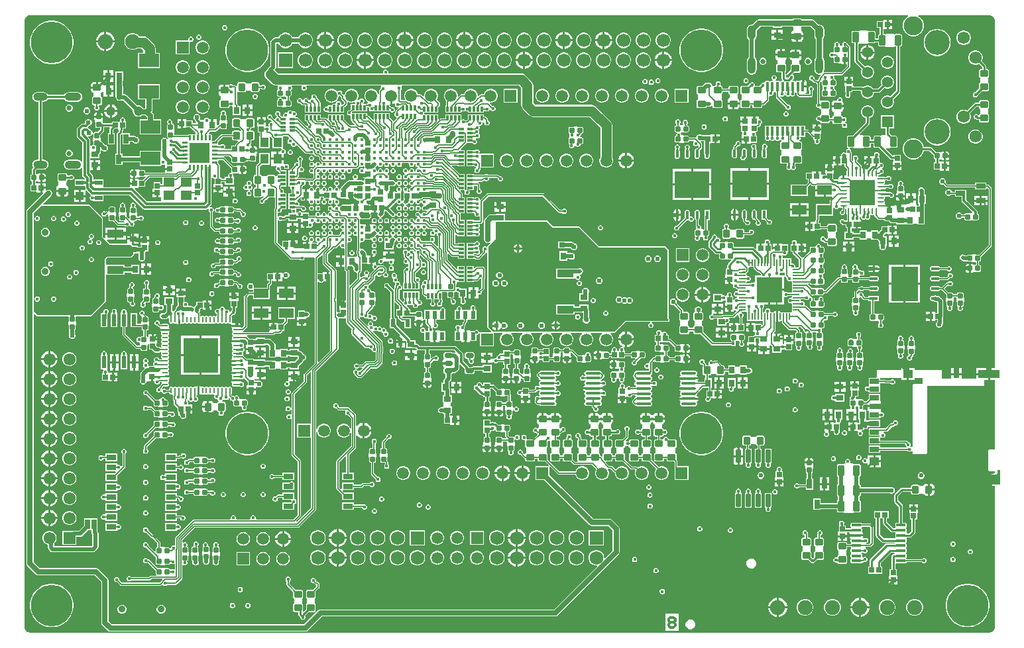
<source format=gbl>
G04*
G04 #@! TF.GenerationSoftware,Altium Limited,Altium Designer,23.11.1 (41)*
G04*
G04 Layer_Physical_Order=8*
G04 Layer_Color=16711680*
%FSLAX44Y44*%
%MOMM*%
G71*
G04*
G04 #@! TF.SameCoordinates,077C3239-A6FD-4C8A-B69B-129F227AD62B*
G04*
G04*
G04 #@! TF.FilePolarity,Positive*
G04*
G01*
G75*
%ADD10C,0.2540*%
%ADD15C,0.2032*%
%ADD16C,0.1270*%
%ADD18C,0.3810*%
%ADD25R,0.8000X1.0000*%
%ADD32R,0.6400X0.6400*%
%ADD33R,0.9500X0.7500*%
G04:AMPARAMS|DCode=41|XSize=0.6mm|YSize=0.6mm|CornerRadius=0.06mm|HoleSize=0mm|Usage=FLASHONLY|Rotation=90.000|XOffset=0mm|YOffset=0mm|HoleType=Round|Shape=RoundedRectangle|*
%AMROUNDEDRECTD41*
21,1,0.6000,0.4800,0,0,90.0*
21,1,0.4800,0.6000,0,0,90.0*
1,1,0.1200,0.2400,0.2400*
1,1,0.1200,0.2400,-0.2400*
1,1,0.1200,-0.2400,-0.2400*
1,1,0.1200,-0.2400,0.2400*
%
%ADD41ROUNDEDRECTD41*%
%ADD42R,0.7500X0.9500*%
%ADD51R,0.6000X1.5500*%
G04:AMPARAMS|DCode=54|XSize=0.6mm|YSize=0.6mm|CornerRadius=0.06mm|HoleSize=0mm|Usage=FLASHONLY|Rotation=180.000|XOffset=0mm|YOffset=0mm|HoleType=Round|Shape=RoundedRectangle|*
%AMROUNDEDRECTD54*
21,1,0.6000,0.4800,0,0,180.0*
21,1,0.4800,0.6000,0,0,180.0*
1,1,0.1200,-0.2400,0.2400*
1,1,0.1200,0.2400,0.2400*
1,1,0.1200,0.2400,-0.2400*
1,1,0.1200,-0.2400,-0.2400*
%
%ADD54ROUNDEDRECTD54*%
%ADD55R,0.6350X1.2700*%
G04:AMPARAMS|DCode=58|XSize=1mm|YSize=0.9mm|CornerRadius=0.1125mm|HoleSize=0mm|Usage=FLASHONLY|Rotation=0.000|XOffset=0mm|YOffset=0mm|HoleType=Round|Shape=RoundedRectangle|*
%AMROUNDEDRECTD58*
21,1,1.0000,0.6750,0,0,0.0*
21,1,0.7750,0.9000,0,0,0.0*
1,1,0.2250,0.3875,-0.3375*
1,1,0.2250,-0.3875,-0.3375*
1,1,0.2250,-0.3875,0.3375*
1,1,0.2250,0.3875,0.3375*
%
%ADD58ROUNDEDRECTD58*%
%ADD87C,0.9000*%
%ADD91C,1.3900*%
%ADD99C,1.5700*%
%ADD103C,3.2000*%
%ADD104R,1.3900X1.3900*%
%ADD105C,2.4500*%
G04:AMPARAMS|DCode=106|XSize=1mm|YSize=1.8mm|CornerRadius=0.5mm|HoleSize=0mm|Usage=FLASHONLY|Rotation=180.000|XOffset=0mm|YOffset=0mm|HoleType=Round|Shape=RoundedRectangle|*
%AMROUNDEDRECTD106*
21,1,1.0000,0.8000,0,0,180.0*
21,1,0.0000,1.8000,0,0,180.0*
1,1,1.0000,0.0000,0.4000*
1,1,1.0000,0.0000,0.4000*
1,1,1.0000,0.0000,-0.4000*
1,1,1.0000,0.0000,-0.4000*
%
%ADD106ROUNDEDRECTD106*%
G04:AMPARAMS|DCode=107|XSize=1mm|YSize=2.1mm|CornerRadius=0.5mm|HoleSize=0mm|Usage=FLASHONLY|Rotation=180.000|XOffset=0mm|YOffset=0mm|HoleType=Round|Shape=RoundedRectangle|*
%AMROUNDEDRECTD107*
21,1,1.0000,1.1000,0,0,180.0*
21,1,0.0000,2.1000,0,0,180.0*
1,1,1.0000,0.0000,0.5500*
1,1,1.0000,0.0000,0.5500*
1,1,1.0000,0.0000,-0.5500*
1,1,1.0000,0.0000,-0.5500*
%
%ADD107ROUNDEDRECTD107*%
%ADD108C,0.6500*%
G04:AMPARAMS|DCode=111|XSize=1mm|YSize=2.1mm|CornerRadius=0.5mm|HoleSize=0mm|Usage=FLASHONLY|Rotation=270.000|XOffset=0mm|YOffset=0mm|HoleType=Round|Shape=RoundedRectangle|*
%AMROUNDEDRECTD111*
21,1,1.0000,1.1000,0,0,270.0*
21,1,0.0000,2.1000,0,0,270.0*
1,1,1.0000,-0.5500,0.0000*
1,1,1.0000,-0.5500,0.0000*
1,1,1.0000,0.5500,0.0000*
1,1,1.0000,0.5500,0.0000*
%
%ADD111ROUNDEDRECTD111*%
G04:AMPARAMS|DCode=112|XSize=1mm|YSize=1.8mm|CornerRadius=0.5mm|HoleSize=0mm|Usage=FLASHONLY|Rotation=270.000|XOffset=0mm|YOffset=0mm|HoleType=Round|Shape=RoundedRectangle|*
%AMROUNDEDRECTD112*
21,1,1.0000,0.8000,0,0,270.0*
21,1,0.0000,1.8000,0,0,270.0*
1,1,1.0000,-0.4000,0.0000*
1,1,1.0000,-0.4000,0.0000*
1,1,1.0000,0.4000,0.0000*
1,1,1.0000,0.4000,0.0000*
%
%ADD112ROUNDEDRECTD112*%
%ADD113C,0.6350*%
%ADD115C,0.1524*%
%ADD116C,0.5080*%
%ADD117C,0.3048*%
%ADD118C,1.2700*%
%ADD119C,0.6000*%
%ADD120C,0.3556*%
%ADD121C,5.3000*%
%ADD122C,1.7000*%
%ADD123C,1.5000*%
%ADD124C,1.9000*%
%ADD125C,1.7272*%
%ADD126C,1.2000*%
%ADD127C,1.5500*%
%ADD128R,1.5000X1.5000*%
%ADD129R,1.5500X1.5500*%
%ADD130R,1.7000X1.7000*%
%ADD131R,1.6764X1.6764*%
%ADD132R,1.5000X1.5000*%
%ADD133C,0.4064*%
%ADD134C,0.6096*%
%ADD135C,0.6000*%
%ADD137R,0.3000X0.6500*%
%ADD138R,0.6400X0.6400*%
G04:AMPARAMS|DCode=139|XSize=0.4mm|YSize=1.2mm|CornerRadius=0.05mm|HoleSize=0mm|Usage=FLASHONLY|Rotation=90.000|XOffset=0mm|YOffset=0mm|HoleType=Round|Shape=RoundedRectangle|*
%AMROUNDEDRECTD139*
21,1,0.4000,1.1000,0,0,90.0*
21,1,0.3000,1.2000,0,0,90.0*
1,1,0.1000,0.5500,0.1500*
1,1,0.1000,0.5500,-0.1500*
1,1,0.1000,-0.5500,-0.1500*
1,1,0.1000,-0.5500,0.1500*
%
%ADD139ROUNDEDRECTD139*%
G04:AMPARAMS|DCode=140|XSize=1.3mm|YSize=0.8mm|CornerRadius=0.1mm|HoleSize=0mm|Usage=FLASHONLY|Rotation=90.000|XOffset=0mm|YOffset=0mm|HoleType=Round|Shape=RoundedRectangle|*
%AMROUNDEDRECTD140*
21,1,1.3000,0.6000,0,0,90.0*
21,1,1.1000,0.8000,0,0,90.0*
1,1,0.2000,0.3000,0.5500*
1,1,0.2000,0.3000,-0.5500*
1,1,0.2000,-0.3000,-0.5500*
1,1,0.2000,-0.3000,0.5500*
%
%ADD140ROUNDEDRECTD140*%
%ADD141R,1.2700X0.7600*%
%ADD142R,0.6000X1.0000*%
G04:AMPARAMS|DCode=143|XSize=1.05mm|YSize=0.6mm|CornerRadius=0.15mm|HoleSize=0mm|Usage=FLASHONLY|Rotation=180.000|XOffset=0mm|YOffset=0mm|HoleType=Round|Shape=RoundedRectangle|*
%AMROUNDEDRECTD143*
21,1,1.0500,0.3000,0,0,180.0*
21,1,0.7500,0.6000,0,0,180.0*
1,1,0.3000,-0.3750,0.1500*
1,1,0.3000,0.3750,0.1500*
1,1,0.3000,0.3750,-0.1500*
1,1,0.3000,-0.3750,-0.1500*
%
%ADD143ROUNDEDRECTD143*%
%ADD144O,2.0000X0.3500*%
G04:AMPARAMS|DCode=145|XSize=0.4mm|YSize=1.2mm|CornerRadius=0.05mm|HoleSize=0mm|Usage=FLASHONLY|Rotation=180.000|XOffset=0mm|YOffset=0mm|HoleType=Round|Shape=RoundedRectangle|*
%AMROUNDEDRECTD145*
21,1,0.4000,1.1000,0,0,180.0*
21,1,0.3000,1.2000,0,0,180.0*
1,1,0.1000,-0.1500,0.5500*
1,1,0.1000,0.1500,0.5500*
1,1,0.1000,0.1500,-0.5500*
1,1,0.1000,-0.1500,-0.5500*
%
%ADD145ROUNDEDRECTD145*%
%ADD146R,1.2000X0.6500*%
G04:AMPARAMS|DCode=147|XSize=0.8078mm|YSize=0.2393mm|CornerRadius=0.1196mm|HoleSize=0mm|Usage=FLASHONLY|Rotation=180.000|XOffset=0mm|YOffset=0mm|HoleType=Round|Shape=RoundedRectangle|*
%AMROUNDEDRECTD147*
21,1,0.8078,0.0000,0,0,180.0*
21,1,0.5686,0.2393,0,0,180.0*
1,1,0.2393,-0.2843,0.0000*
1,1,0.2393,0.2843,0.0000*
1,1,0.2393,0.2843,0.0000*
1,1,0.2393,-0.2843,0.0000*
%
%ADD147ROUNDEDRECTD147*%
G04:AMPARAMS|DCode=148|XSize=0.2393mm|YSize=0.8078mm|CornerRadius=0.1196mm|HoleSize=0mm|Usage=FLASHONLY|Rotation=180.000|XOffset=0mm|YOffset=0mm|HoleType=Round|Shape=RoundedRectangle|*
%AMROUNDEDRECTD148*
21,1,0.2393,0.5686,0,0,180.0*
21,1,0.0000,0.8078,0,0,180.0*
1,1,0.2393,0.0000,0.2843*
1,1,0.2393,0.0000,0.2843*
1,1,0.2393,0.0000,-0.2843*
1,1,0.2393,0.0000,-0.2843*
%
%ADD148ROUNDEDRECTD148*%
%ADD149R,1.9000X1.2000*%
%ADD150R,3.2000X3.2000*%
%ADD151R,4.4000X3.5000*%
G04:AMPARAMS|DCode=152|XSize=1.0611mm|YSize=0.3925mm|CornerRadius=0.1962mm|HoleSize=0mm|Usage=FLASHONLY|Rotation=90.000|XOffset=0mm|YOffset=0mm|HoleType=Round|Shape=RoundedRectangle|*
%AMROUNDEDRECTD152*
21,1,1.0611,0.0000,0,0,90.0*
21,1,0.6686,0.3925,0,0,90.0*
1,1,0.3925,0.0000,0.3343*
1,1,0.3925,0.0000,-0.3343*
1,1,0.3925,0.0000,-0.3343*
1,1,0.3925,0.0000,0.3343*
%
%ADD152ROUNDEDRECTD152*%
%ADD153R,3.5000X4.4000*%
G04:AMPARAMS|DCode=154|XSize=1.0611mm|YSize=0.3925mm|CornerRadius=0.1962mm|HoleSize=0mm|Usage=FLASHONLY|Rotation=0.000|XOffset=0mm|YOffset=0mm|HoleType=Round|Shape=RoundedRectangle|*
%AMROUNDEDRECTD154*
21,1,1.0611,0.0000,0,0,0.0*
21,1,0.6686,0.3925,0,0,0.0*
1,1,0.3925,0.3343,0.0000*
1,1,0.3925,-0.3343,0.0000*
1,1,0.3925,-0.3343,0.0000*
1,1,0.3925,0.3343,0.0000*
%
%ADD154ROUNDEDRECTD154*%
%ADD155R,2.8000X1.0000*%
%ADD156R,1.2000X1.0000*%
%ADD157R,3.2000X3.2000*%
%ADD158R,0.2000X0.8500*%
%ADD159R,0.9500X0.8000*%
%ADD160C,1.1447*%
%ADD161R,1.2000X0.7000*%
G04:AMPARAMS|DCode=162|XSize=1mm|YSize=0.9mm|CornerRadius=0.1125mm|HoleSize=0mm|Usage=FLASHONLY|Rotation=270.000|XOffset=0mm|YOffset=0mm|HoleType=Round|Shape=RoundedRectangle|*
%AMROUNDEDRECTD162*
21,1,1.0000,0.6750,0,0,270.0*
21,1,0.7750,0.9000,0,0,270.0*
1,1,0.2250,-0.3375,-0.3875*
1,1,0.2250,-0.3375,0.3875*
1,1,0.2250,0.3375,0.3875*
1,1,0.2250,0.3375,-0.3875*
%
%ADD162ROUNDEDRECTD162*%
%ADD163R,0.6500X1.2000*%
%ADD164R,2.1500X1.0000*%
G04:AMPARAMS|DCode=165|XSize=0.65mm|YSize=1.65mm|CornerRadius=0.0488mm|HoleSize=0mm|Usage=FLASHONLY|Rotation=0.000|XOffset=0mm|YOffset=0mm|HoleType=Round|Shape=RoundedRectangle|*
%AMROUNDEDRECTD165*
21,1,0.6500,1.5525,0,0,0.0*
21,1,0.5525,1.6500,0,0,0.0*
1,1,0.0975,0.2763,-0.7763*
1,1,0.0975,-0.2763,-0.7763*
1,1,0.0975,-0.2763,0.7763*
1,1,0.0975,0.2763,0.7763*
%
%ADD165ROUNDEDRECTD165*%
%ADD166R,1.1000X1.3000*%
%ADD167R,2.5000X2.5000*%
%ADD168R,1.4000X1.2000*%
%ADD169R,1.0000X1.0000*%
%ADD170O,0.7500X0.2500*%
%ADD171R,4.5000X4.5000*%
%ADD172O,0.2500X0.7500*%
%ADD173R,0.6500X0.3000*%
%ADD174R,0.6400X0.9200*%
%ADD175R,2.1500X3.2500*%
%ADD176R,0.3925X1.0611*%
%ADD177R,1.0611X0.3925*%
%ADD178R,0.8078X0.2393*%
%ADD179C,0.2520*%
%ADD180R,0.8500X0.2000*%
%ADD181R,2.5000X1.7000*%
%ADD182R,1.0000X0.6000*%
%ADD183R,0.9200X0.6400*%
%ADD184C,0.5000*%
G36*
X1659494Y1074532D02*
X1660862Y1073965D01*
X1662094Y1073142D01*
X1663142Y1072094D01*
X1663965Y1070862D01*
X1664532Y1069494D01*
X1664821Y1068041D01*
Y1067300D01*
Y623386D01*
X1658620D01*
Y615846D01*
Y608307D01*
X1664821D01*
Y519721D01*
X1657850D01*
X1656878Y519319D01*
X1656475Y518346D01*
Y492846D01*
X1656878Y491874D01*
X1657850Y491472D01*
X1664821D01*
Y488969D01*
X1663903D01*
X1661801Y488406D01*
X1659966Y487346D01*
X1666350D01*
X1667850Y488846D01*
Y492846D01*
X1671350D01*
Y474346D01*
X1659664D01*
X1659917Y474093D01*
X1661801Y473005D01*
X1663903Y472442D01*
X1664821D01*
Y292700D01*
Y291959D01*
X1664532Y290506D01*
X1663965Y289138D01*
X1663142Y287906D01*
X1662094Y286858D01*
X1660862Y286035D01*
X1659494Y285468D01*
X1658041Y285179D01*
X431959D01*
X430506Y285468D01*
X429138Y286035D01*
X427906Y286858D01*
X426858Y287906D01*
X426035Y289138D01*
X425468Y290506D01*
X425179Y291959D01*
Y292700D01*
Y1067300D01*
Y1068041D01*
X425468Y1069494D01*
X426035Y1070862D01*
X426858Y1072094D01*
X427906Y1073142D01*
X429138Y1073965D01*
X430506Y1074532D01*
X431959Y1074821D01*
X1554019D01*
X1554359Y1073551D01*
X1552399Y1072419D01*
X1549881Y1069901D01*
X1548101Y1066818D01*
X1547180Y1063380D01*
Y1059820D01*
X1548101Y1056382D01*
X1549881Y1053298D01*
X1552399Y1050781D01*
X1555482Y1049001D01*
X1558920Y1048080D01*
X1562480D01*
X1565918Y1049001D01*
X1569001Y1050781D01*
X1571519Y1053298D01*
X1573299Y1056382D01*
X1574220Y1059820D01*
Y1063380D01*
X1573299Y1066818D01*
X1571519Y1069901D01*
X1569001Y1072419D01*
X1567041Y1073551D01*
X1567381Y1074821D01*
X1658041D01*
X1659494Y1074532D01*
D02*
G37*
%LPC*%
G36*
X1533740Y1068740D02*
X1529270D01*
Y1064270D01*
X1533740D01*
Y1068740D01*
D02*
G37*
G36*
X1416115Y1070957D02*
X1408365D01*
X1407431Y1070771D01*
X1406638Y1070242D01*
X1406164Y1069532D01*
X1363738D01*
X1362003Y1069187D01*
X1360533Y1068205D01*
X1360533Y1068205D01*
X1355110Y1062782D01*
X1354300Y1062943D01*
X1351854Y1062456D01*
X1349780Y1061070D01*
X1348394Y1058996D01*
X1347907Y1056550D01*
Y1048550D01*
X1348394Y1046104D01*
X1349780Y1044030D01*
X1350456Y1043577D01*
Y1021223D01*
X1349780Y1020770D01*
X1348394Y1018697D01*
X1347907Y1016250D01*
Y1005250D01*
X1348394Y1002804D01*
X1349780Y1000730D01*
X1351854Y999344D01*
X1354300Y998857D01*
X1356746Y999344D01*
X1358820Y1000730D01*
X1360206Y1002804D01*
X1360693Y1005250D01*
Y1016250D01*
X1360206Y1018697D01*
X1358820Y1020770D01*
X1358144Y1021223D01*
Y1043577D01*
X1358820Y1044030D01*
X1360206Y1046104D01*
X1360693Y1048550D01*
Y1055546D01*
X1365615Y1060468D01*
X1380820D01*
Y1058620D01*
X1392860D01*
Y1060468D01*
X1406351D01*
X1406638Y1060038D01*
X1407240Y1059636D01*
Y1055028D01*
X1406935Y1054967D01*
X1405723Y1054157D01*
X1404913Y1052945D01*
X1404628Y1051515D01*
Y1049410D01*
X1412240D01*
X1419852D01*
Y1051515D01*
X1419567Y1052945D01*
X1418757Y1054157D01*
X1417545Y1054967D01*
X1417240Y1055028D01*
Y1059636D01*
X1417842Y1060038D01*
X1418129Y1060468D01*
X1429385D01*
X1434307Y1055546D01*
Y1048550D01*
X1434794Y1046104D01*
X1436168Y1044047D01*
Y1020753D01*
X1434794Y1018697D01*
X1434307Y1016250D01*
Y1005250D01*
X1434794Y1002804D01*
X1436180Y1000730D01*
X1438254Y999344D01*
X1440700Y998857D01*
X1441919Y999100D01*
X1442544Y997929D01*
X1440564Y995948D01*
X1440143Y995318D01*
X1439995Y994575D01*
Y993174D01*
X1438502Y991681D01*
X1438419D01*
X1438163Y991852D01*
X1437420Y992000D01*
X1435975D01*
X1434229Y993746D01*
Y994958D01*
X1433727Y996172D01*
X1432798Y997101D01*
X1431584Y997604D01*
X1430271D01*
X1429057Y997101D01*
X1428128Y996172D01*
X1427625Y994958D01*
Y993645D01*
X1428128Y992431D01*
X1429057Y991502D01*
X1430271Y991000D01*
X1431483D01*
X1433797Y988685D01*
X1434428Y988263D01*
X1435171Y988116D01*
X1436615D01*
X1437555Y987176D01*
Y962458D01*
X1436698Y961601D01*
X1436196Y960387D01*
Y959073D01*
X1436698Y957860D01*
X1437627Y956931D01*
X1438841Y956428D01*
X1440155D01*
X1440213Y956453D01*
X1440403Y956438D01*
X1441621Y955661D01*
X1441669Y955421D01*
X1442198Y954629D01*
X1442800Y954227D01*
Y948234D01*
X1442198Y947832D01*
X1441669Y947040D01*
X1441621Y946800D01*
X1440403Y946023D01*
X1440213Y946008D01*
X1440155Y946033D01*
X1438841D01*
X1437627Y945530D01*
X1436698Y944601D01*
X1436196Y943388D01*
Y942074D01*
X1436698Y940860D01*
X1437627Y939931D01*
X1438841Y939429D01*
X1440155D01*
X1440213Y939453D01*
X1440429Y939436D01*
X1441585Y938845D01*
X1441669Y938421D01*
X1442198Y937629D01*
X1442991Y937100D01*
X1443925Y936914D01*
X1451675D01*
X1452610Y937100D01*
X1453402Y937629D01*
X1453931Y938421D01*
X1454117Y939355D01*
Y939518D01*
X1457502D01*
Y938085D01*
X1457688Y937151D01*
X1458217Y936358D01*
X1459009Y935829D01*
X1459944Y935643D01*
X1467694D01*
X1468628Y935829D01*
X1468821Y935958D01*
X1469847Y935116D01*
X1469640Y934617D01*
Y933303D01*
X1470143Y932090D01*
X1471072Y931161D01*
X1472286Y930658D01*
X1473599D01*
X1474813Y931161D01*
X1475742Y932090D01*
X1476244Y933303D01*
Y934617D01*
X1475742Y935831D01*
X1474813Y936759D01*
X1473766Y937193D01*
X1473616Y937778D01*
X1473640Y938515D01*
X1473991Y938661D01*
X1474920Y939590D01*
X1475423Y940803D01*
Y942117D01*
X1474920Y943331D01*
X1473991Y944259D01*
X1472778Y944762D01*
X1471464D01*
X1471405Y944738D01*
X1471216Y944752D01*
X1469997Y945529D01*
X1469950Y945770D01*
X1469420Y946562D01*
X1468819Y946964D01*
Y951572D01*
X1469124Y951633D01*
X1470336Y952443D01*
X1471146Y953655D01*
X1471430Y955085D01*
Y957190D01*
X1456207D01*
Y955085D01*
X1456491Y953655D01*
X1457301Y952443D01*
X1458513Y951633D01*
X1458819Y951572D01*
Y946964D01*
X1458217Y946562D01*
X1457688Y945770D01*
X1457502Y944835D01*
Y943402D01*
X1454117D01*
Y946105D01*
X1453931Y947040D01*
X1453402Y947832D01*
X1452800Y948234D01*
Y954227D01*
X1453402Y954629D01*
X1453931Y955421D01*
X1454117Y956356D01*
Y963105D01*
X1453931Y964040D01*
X1453402Y964832D01*
X1452610Y965361D01*
X1451675Y965547D01*
X1443925D01*
X1442991Y965361D01*
X1442710Y965174D01*
X1441440Y965809D01*
Y987980D01*
X1441292Y988724D01*
X1441190Y988876D01*
X1442303Y989989D01*
X1443573Y989463D01*
Y986248D01*
X1443719Y985519D01*
X1444132Y984900D01*
X1444444Y984692D01*
X1444812Y984023D01*
X1444926Y983157D01*
X1444578Y982319D01*
Y981005D01*
X1444664Y980799D01*
X1444748Y979552D01*
X1444132Y979108D01*
X1443719Y978490D01*
X1443573Y977760D01*
Y972960D01*
X1443719Y972230D01*
X1444132Y971612D01*
X1444750Y971199D01*
X1445480Y971053D01*
X1450187D01*
X1450880Y970360D01*
X1454880D01*
X1455573Y971053D01*
X1460280D01*
X1461010Y971199D01*
X1461628Y971612D01*
X1462041Y972230D01*
X1462187Y972960D01*
Y977760D01*
X1462041Y978490D01*
X1461628Y979108D01*
X1461010Y979521D01*
X1460555Y979612D01*
X1460068Y980485D01*
X1459955Y980921D01*
Y982235D01*
X1459608Y983072D01*
X1460218Y984342D01*
X1460280D01*
X1461010Y984487D01*
X1461628Y984900D01*
X1462041Y985519D01*
X1462187Y986248D01*
Y991049D01*
X1462041Y991778D01*
X1461628Y992397D01*
X1461010Y992810D01*
X1460484Y992915D01*
X1460083Y993643D01*
X1459917Y994225D01*
X1459945Y994294D01*
Y995607D01*
X1459443Y996821D01*
X1460002Y998058D01*
X1469000D01*
X1469743Y998205D01*
X1470373Y998627D01*
X1479398Y1007652D01*
X1479819Y1008282D01*
X1479967Y1009025D01*
Y1034239D01*
X1479819Y1034982D01*
X1479398Y1035612D01*
X1476629Y1038381D01*
X1476239Y1038642D01*
X1475920Y1039413D01*
X1474991Y1040342D01*
X1473777Y1040844D01*
X1472463D01*
X1471250Y1040342D01*
X1470321Y1039413D01*
X1469818Y1038199D01*
Y1036886D01*
X1469387Y1036240D01*
X1466854D01*
X1466422Y1036886D01*
Y1038199D01*
X1465920Y1039413D01*
X1464991Y1040342D01*
X1463777Y1040844D01*
X1462463D01*
X1461250Y1040342D01*
X1460321Y1039413D01*
X1459818Y1038199D01*
Y1036885D01*
X1459904Y1036679D01*
X1459988Y1035432D01*
X1459372Y1034988D01*
X1458958Y1034370D01*
X1458813Y1033640D01*
Y1028840D01*
X1458930Y1028255D01*
X1458580Y1027780D01*
X1457994Y1027268D01*
X1457300Y1027555D01*
X1455986D01*
X1454773Y1027053D01*
X1453844Y1026124D01*
X1453341Y1024910D01*
Y1023597D01*
X1453844Y1022383D01*
X1454773Y1021454D01*
X1455986Y1020952D01*
X1457300D01*
X1457668Y1021104D01*
X1458464Y1020581D01*
X1458813Y1020204D01*
Y1015552D01*
X1458958Y1014822D01*
X1459372Y1014203D01*
X1459990Y1013790D01*
X1460720Y1013645D01*
X1465427D01*
X1466120Y1012952D01*
X1468959D01*
X1469495Y1012594D01*
X1470720Y1012350D01*
X1471850D01*
Y1017952D01*
X1474390D01*
Y1012350D01*
X1475520D01*
X1476083Y1011888D01*
Y1009829D01*
X1468195Y1001942D01*
X1447558D01*
X1447127Y1002333D01*
X1446665Y1003099D01*
X1447093Y1005250D01*
Y1016250D01*
X1446606Y1018697D01*
X1445232Y1020753D01*
Y1044047D01*
X1446606Y1046104D01*
X1447093Y1048550D01*
Y1056550D01*
X1446606Y1058996D01*
X1445220Y1061070D01*
X1443146Y1062456D01*
X1440700Y1062943D01*
X1439890Y1062782D01*
X1434467Y1068205D01*
X1432997Y1069187D01*
X1431262Y1069532D01*
X1418316D01*
X1417842Y1070242D01*
X1417050Y1070771D01*
X1416115Y1070957D01*
D02*
G37*
G36*
X1533740Y1061730D02*
X1529270D01*
Y1057260D01*
X1533740D01*
Y1061730D01*
D02*
G37*
G36*
X681657Y1062302D02*
X680343D01*
X679130Y1061799D01*
X678201Y1060870D01*
X677698Y1059657D01*
Y1058343D01*
X678201Y1057130D01*
X679130Y1056201D01*
X680343Y1055698D01*
X681657D01*
X682870Y1056201D01*
X683799Y1057130D01*
X684302Y1058343D01*
Y1059657D01*
X683799Y1060870D01*
X682870Y1061799D01*
X681657Y1062302D01*
D02*
G37*
G36*
X1394130Y1055930D02*
X1388110D01*
Y1050910D01*
X1394130D01*
Y1055930D01*
D02*
G37*
G36*
X1385570D02*
X1379550D01*
Y1050910D01*
X1385570D01*
Y1055930D01*
D02*
G37*
G36*
X785386Y1052470D02*
X782814D01*
X780329Y1051804D01*
X778101Y1050518D01*
X776282Y1048699D01*
X775061Y1046585D01*
X767739D01*
X766518Y1048699D01*
X764699Y1050518D01*
X762471Y1051804D01*
X759986Y1052470D01*
X757414D01*
X754929Y1051804D01*
X752701Y1050518D01*
X750882Y1048699D01*
X749661Y1046585D01*
X745926D01*
X744439Y1046289D01*
X743179Y1045447D01*
X740203Y1042471D01*
X739361Y1041211D01*
X739065Y1039724D01*
Y1009989D01*
X737132Y1008056D01*
X736290Y1006796D01*
X736163Y1006155D01*
X735842Y1006022D01*
X734250Y1004801D01*
X733029Y1003209D01*
X732261Y1001356D01*
X731999Y999367D01*
X732261Y997377D01*
X733029Y995524D01*
X734250Y993932D01*
X741117Y987065D01*
X741117Y987065D01*
X742709Y985844D01*
X744562Y985076D01*
X746551Y984814D01*
X746552Y984814D01*
X748606D01*
X749133Y983544D01*
X749121Y983533D01*
X748618Y982319D01*
Y981005D01*
X748704Y980799D01*
X748788Y979552D01*
X748172Y979108D01*
X747758Y978490D01*
X747613Y977760D01*
Y972960D01*
X747758Y972230D01*
X748172Y971612D01*
X748790Y971199D01*
X749520Y971053D01*
X754227D01*
X754920Y970360D01*
X758920D01*
X759589Y970083D01*
Y967349D01*
X758920Y967072D01*
X755193D01*
X754720Y968213D01*
X753791Y969142D01*
X752577Y969645D01*
X751263D01*
X750050Y969142D01*
X749121Y968213D01*
X748618Y967000D01*
Y966118D01*
X748172Y965820D01*
X747758Y965201D01*
X747613Y964472D01*
Y959671D01*
X747758Y958942D01*
X748172Y958323D01*
X748790Y957910D01*
X749520Y957765D01*
X754227D01*
X754920Y957072D01*
X758920D01*
X759613Y957765D01*
X764320D01*
X765050Y957910D01*
X765668Y958323D01*
X766081Y958942D01*
X766227Y959671D01*
Y964472D01*
X766081Y965201D01*
X765668Y965820D01*
X765050Y966233D01*
X764320Y966378D01*
X764251D01*
Y971053D01*
X764320D01*
X765050Y971199D01*
X765668Y971612D01*
X766081Y972230D01*
X766227Y972960D01*
Y977760D01*
X766081Y978490D01*
X765739Y979002D01*
X766577Y979840D01*
X767080Y981053D01*
Y982367D01*
X766577Y983580D01*
X767140Y984814D01*
X778958D01*
X779521Y983580D01*
X779018Y982367D01*
Y981053D01*
X779521Y979840D01*
X780450Y978911D01*
X781663Y978408D01*
X782977D01*
X784190Y978911D01*
X785119Y979840D01*
X785622Y981053D01*
Y982367D01*
X785119Y983580D01*
X785682Y984814D01*
X880685D01*
X880889Y984433D01*
X881075Y983544D01*
X880334Y982803D01*
X879831Y981590D01*
Y980316D01*
X878656Y979140D01*
X878235Y978510D01*
X878087Y977767D01*
Y974291D01*
X876817Y974124D01*
X876532Y975185D01*
X875378Y977185D01*
X873745Y978818D01*
X871745Y979972D01*
X869515Y980570D01*
X867205D01*
X864975Y979972D01*
X862975Y978818D01*
X861342Y977185D01*
X860188Y975185D01*
X859590Y972955D01*
Y970645D01*
X860188Y968415D01*
X861342Y966415D01*
X862975Y964782D01*
X864008Y964186D01*
X864097Y963757D01*
X864047Y962697D01*
X863366Y962016D01*
X862857Y961915D01*
X862227Y961493D01*
X862226Y961493D01*
X862073Y961339D01*
X860992D01*
X860249Y961191D01*
X860224Y961175D01*
X858210D01*
X857906Y962210D01*
X857895Y962445D01*
X858779Y963330D01*
X859282Y964543D01*
Y965857D01*
X858779Y967070D01*
X857850Y967999D01*
X856637Y968502D01*
X855323D01*
X854110Y967999D01*
X853181Y967070D01*
X853037Y966723D01*
X851557Y965962D01*
X851183D01*
X850449Y967232D01*
X851132Y968415D01*
X851730Y970645D01*
Y972955D01*
X851132Y975185D01*
X849978Y977185D01*
X848345Y978818D01*
X846345Y979972D01*
X844115Y980570D01*
X841805D01*
X839575Y979972D01*
X837575Y978818D01*
X835942Y977185D01*
X834788Y975185D01*
X834264Y973231D01*
X833473Y972856D01*
X832920Y972779D01*
X831144Y974555D01*
Y975767D01*
X830642Y976981D01*
X829713Y977909D01*
X828499Y978412D01*
X827186D01*
X825972Y977909D01*
X825752Y977690D01*
X824694Y977235D01*
X824083Y977680D01*
X822945Y978818D01*
X820945Y979972D01*
X818715Y980570D01*
X816405D01*
X814175Y979972D01*
X812175Y978818D01*
X810542Y977185D01*
X809388Y975185D01*
X808790Y972955D01*
Y970645D01*
X809388Y968415D01*
X810542Y966415D01*
X812175Y964782D01*
X814175Y963628D01*
X816405Y963030D01*
X818715D01*
X820945Y963628D01*
X822945Y964782D01*
X824578Y966415D01*
X825732Y968415D01*
X826330Y970645D01*
Y971236D01*
X827186Y971808D01*
X828398D01*
X830076Y970129D01*
Y967880D01*
X830224Y967136D01*
X830645Y966506D01*
X833718Y963434D01*
Y961886D01*
X832595Y960764D01*
X831994Y960645D01*
X831364Y960223D01*
X831364Y960223D01*
X830735Y960325D01*
X829696Y961109D01*
Y962423D01*
X829193Y963636D01*
X828265Y964565D01*
X827051Y965068D01*
X825737D01*
X824524Y964565D01*
X823595Y963636D01*
X823092Y962423D01*
X821822Y961603D01*
X821443Y961760D01*
X820129D01*
X818915Y961257D01*
X817987Y960328D01*
X817668Y959560D01*
X812907D01*
Y958464D01*
X811637Y957615D01*
X811340Y957738D01*
X810026D01*
X808812Y957236D01*
X807883Y956307D01*
X807381Y955093D01*
Y953780D01*
X807883Y952566D01*
X808812Y951637D01*
X810026Y951134D01*
X811340D01*
X811637Y951258D01*
X812907Y950520D01*
Y950520D01*
X823447D01*
Y950520D01*
X833447D01*
Y956813D01*
X833570Y956936D01*
X834172Y957056D01*
X834802Y957477D01*
X837033Y959708D01*
X837455Y960339D01*
X837602Y961082D01*
Y963300D01*
X838872Y964033D01*
X839575Y963628D01*
X841805Y963030D01*
X844115D01*
X846345Y963628D01*
X846425Y963674D01*
X846625Y963613D01*
X847598Y962885D01*
Y962003D01*
X847045Y961175D01*
X842230D01*
Y954882D01*
X840676Y953328D01*
X839966D01*
X838753Y952825D01*
X837824Y951896D01*
X837321Y950683D01*
Y949369D01*
X837824Y948155D01*
X838753Y947226D01*
X839966Y946724D01*
X841280D01*
X842230Y946089D01*
Y940635D01*
X843058D01*
Y940000D01*
X843205Y939257D01*
X843626Y938626D01*
X846957Y935296D01*
X846471Y934122D01*
X842270D01*
X841632Y934249D01*
X840965D01*
X833447Y941767D01*
Y948060D01*
X812907D01*
Y942965D01*
X811734Y942479D01*
X811072Y943141D01*
X810442Y943562D01*
X809699Y943709D01*
X804159D01*
Y948060D01*
X783619D01*
Y939020D01*
X786042D01*
Y938237D01*
X786189Y937494D01*
X786610Y936863D01*
X787901Y935573D01*
X787729Y934707D01*
X786801Y933778D01*
X786772Y933711D01*
X785274Y933413D01*
X775134Y943553D01*
X774503Y943975D01*
X773760Y944122D01*
X772562D01*
X771708Y945392D01*
X771776Y946176D01*
X772419Y946820D01*
X772922Y948033D01*
Y949347D01*
X772419Y950560D01*
X771490Y951489D01*
X770277Y951992D01*
X768963D01*
X767750Y951489D01*
X767376Y951564D01*
X767249Y951870D01*
X766320Y952799D01*
X765106Y953302D01*
X763792D01*
X762579Y952799D01*
X761650Y951870D01*
X761147Y950657D01*
X759877Y950211D01*
X759657Y950302D01*
X758343D01*
X757130Y949799D01*
X756201Y948870D01*
X755698Y947657D01*
Y946343D01*
X755749Y946220D01*
X755052Y945178D01*
X753733Y945094D01*
X751796Y947031D01*
X752280Y948199D01*
Y949513D01*
X751778Y950727D01*
X750849Y951656D01*
X749635Y952158D01*
X748322D01*
X747108Y951656D01*
X746179Y950727D01*
X745676Y949513D01*
Y948199D01*
X746179Y946986D01*
X747108Y946057D01*
X747737Y945796D01*
X747758Y945764D01*
X747457Y944369D01*
X747326Y944211D01*
X747090Y944113D01*
X746161Y943184D01*
X745848Y942427D01*
X744485Y941993D01*
X741900Y944578D01*
Y945291D01*
X741398Y946505D01*
X740469Y947434D01*
X739255Y947936D01*
X737942D01*
X736728Y947434D01*
X735799Y946505D01*
X735296Y945291D01*
Y943978D01*
X735799Y942764D01*
X736728Y941835D01*
X737942Y941332D01*
X739255D01*
X739536Y941449D01*
X741335Y939650D01*
X741140Y939084D01*
X740712Y938477D01*
X739618D01*
X738404Y937974D01*
X737475Y937045D01*
X736973Y935832D01*
Y934518D01*
X737475Y933305D01*
X737582Y933197D01*
X737507Y932822D01*
X736075Y932129D01*
X735657Y932302D01*
X734779D01*
X734167Y932631D01*
X733740Y933427D01*
Y937330D01*
X722260D01*
Y932860D01*
X723530D01*
Y924930D01*
X725669D01*
Y919970D01*
X725390D01*
Y904430D01*
X738930D01*
Y918685D01*
X739517Y918879D01*
X740200Y918896D01*
X740535Y918395D01*
X741890Y917040D01*
Y904430D01*
X753373D01*
X753570Y904064D01*
X753763Y903160D01*
X753025Y902422D01*
X752522Y901209D01*
Y900240D01*
X749930D01*
Y892470D01*
X756700D01*
Y897340D01*
X757695Y897753D01*
X758624Y898681D01*
X759126Y899895D01*
Y901209D01*
X758624Y902422D01*
X757695Y903351D01*
X756481Y903854D01*
X756461D01*
X755430Y904430D01*
X755430Y905124D01*
Y919886D01*
X755725Y920083D01*
X761540D01*
X763469Y918155D01*
X763119Y916708D01*
X762566Y916479D01*
X761637Y915550D01*
X761134Y914336D01*
Y913023D01*
X761637Y911809D01*
X762566Y910880D01*
X763780Y910377D01*
X764764D01*
X765131Y910331D01*
X765937Y909352D01*
Y908917D01*
X766440Y907704D01*
X767369Y906775D01*
X768582Y906272D01*
X769896D01*
X771109Y906775D01*
X772038Y907704D01*
X772063Y907764D01*
X773561Y908062D01*
X783271Y898352D01*
X784028Y897847D01*
X784920Y897669D01*
X789661D01*
X790130Y897201D01*
X791343Y896698D01*
X792657D01*
X793870Y897201D01*
X794567Y897132D01*
X794595Y897090D01*
X797012Y894674D01*
X797012Y894674D01*
X797642Y894253D01*
X798385Y894105D01*
X800716D01*
X802003Y892818D01*
Y890487D01*
X802150Y889744D01*
X802571Y889114D01*
X804610Y887076D01*
X805201Y885870D01*
X804698Y884657D01*
Y883343D01*
X804242Y883211D01*
X803302Y884247D01*
Y884657D01*
X802799Y885870D01*
X801870Y886799D01*
X800657Y887302D01*
X799343D01*
X798130Y886799D01*
X797201Y885870D01*
X796788Y884874D01*
X796700Y884858D01*
X795606Y884858D01*
X795518Y884874D01*
X795105Y885870D01*
X794176Y886799D01*
X792963Y887302D01*
X791649D01*
X790436Y886799D01*
X789507Y885870D01*
X789004Y884657D01*
Y883343D01*
X789507Y882130D01*
X790436Y881201D01*
X791649Y880698D01*
X792963D01*
X794176Y881201D01*
X795105Y882130D01*
X795422Y882895D01*
X796691Y882932D01*
X796982Y882406D01*
X797138Y882001D01*
X796610Y880924D01*
X794648Y878962D01*
X794586Y878870D01*
X793870Y878799D01*
X792657Y879302D01*
X791343D01*
X790130Y878799D01*
X789201Y877870D01*
X788698Y876657D01*
Y875343D01*
X789201Y874130D01*
X790130Y873201D01*
X791343Y872698D01*
X792657D01*
X792809Y872761D01*
X794079Y871912D01*
Y867258D01*
X792826Y866005D01*
X785077D01*
X784535Y866367D01*
X783792Y866515D01*
X774684D01*
X774158Y867785D01*
X775503Y869130D01*
X775503Y869130D01*
X775924Y869760D01*
X776072Y870503D01*
Y873889D01*
X777293Y874465D01*
X778506Y873962D01*
X779820D01*
X781034Y874465D01*
X781963Y875394D01*
X782465Y876607D01*
Y877921D01*
X781963Y879134D01*
X781034Y880063D01*
X780164Y880424D01*
X779750Y880728D01*
X779271Y881836D01*
X779287Y881920D01*
Y888295D01*
X779444Y888360D01*
X780373Y889289D01*
X780876Y890502D01*
Y891816D01*
X780373Y893029D01*
X779444Y893958D01*
X778231Y894461D01*
X776917D01*
X775704Y893958D01*
X774775Y893029D01*
X774272Y891816D01*
Y890502D01*
X774775Y889289D01*
X775403Y888661D01*
Y887297D01*
X774133Y886449D01*
X773799Y886587D01*
X772486D01*
X771272Y886084D01*
X770343Y885155D01*
X769840Y883942D01*
Y882730D01*
X765777Y878666D01*
X765356Y878036D01*
X765208Y877293D01*
Y876449D01*
X762630D01*
Y865909D01*
Y855909D01*
X764457D01*
X765305Y854639D01*
X765175Y854324D01*
Y853010D01*
X765678Y851796D01*
X766535Y850939D01*
Y847160D01*
X762630D01*
Y836620D01*
Y826620D01*
X765522D01*
X766356Y825350D01*
X766167Y824894D01*
Y823581D01*
X766502Y822772D01*
X765876Y821501D01*
X761980D01*
Y819071D01*
X759079D01*
X758088Y818874D01*
X757248Y818313D01*
X756736Y817801D01*
X753922D01*
X753837Y817885D01*
X752624Y818388D01*
X751310D01*
X750097Y817885D01*
X749845Y817634D01*
X748575Y818160D01*
Y821430D01*
X749845Y822279D01*
X750040Y822198D01*
X751354D01*
X752567Y822701D01*
X753496Y823630D01*
X753999Y824843D01*
Y826157D01*
X755172Y826620D01*
X760170D01*
Y837160D01*
X760170D01*
Y847160D01*
X757243D01*
X757195Y847180D01*
X757084Y847286D01*
X756552Y848638D01*
X756560Y848713D01*
X756786Y849259D01*
Y850573D01*
X756283Y851786D01*
X755354Y852715D01*
X754141Y853218D01*
X753685D01*
X753181Y853721D01*
Y855213D01*
X753877Y855909D01*
X760170D01*
Y866449D01*
X760170D01*
Y876449D01*
X753877D01*
X752827Y877498D01*
X753055Y878051D01*
Y879364D01*
X752553Y880578D01*
X752241Y880890D01*
X752767Y882160D01*
X755667D01*
X756717Y882054D01*
X756886Y880967D01*
Y880723D01*
X757389Y879510D01*
X758318Y878581D01*
X759531Y878078D01*
X760845D01*
X762059Y878581D01*
X762988Y879510D01*
X763490Y880723D01*
Y882037D01*
X762988Y883250D01*
X762059Y884179D01*
X760845Y884682D01*
X759531D01*
X758318Y884179D01*
X757970Y883831D01*
X756700Y884358D01*
Y889930D01*
X748660D01*
X740620D01*
Y882160D01*
X746740D01*
X747266Y880890D01*
X746954Y880578D01*
X746451Y879364D01*
Y878051D01*
X746954Y876837D01*
X747883Y875908D01*
X749097Y875405D01*
X749426D01*
X751130Y873702D01*
Y871595D01*
X750042D01*
X748828Y871093D01*
X747899Y870164D01*
X747446Y869070D01*
X747358Y869044D01*
X746131Y869171D01*
X745602Y869963D01*
X744809Y870492D01*
X743875Y870678D01*
X737125D01*
X736190Y870492D01*
X735398Y869963D01*
X734996Y869361D01*
X729004D01*
X728602Y869963D01*
X727810Y870492D01*
X726875Y870678D01*
X725831D01*
Y880575D01*
X728686Y883430D01*
X738930D01*
Y898970D01*
X725390D01*
Y886726D01*
X721852Y883188D01*
X721347Y882432D01*
X721169Y881540D01*
Y870678D01*
X720125D01*
X719191Y870492D01*
X718398Y869963D01*
X717869Y869171D01*
X717683Y868236D01*
Y860486D01*
X717869Y859552D01*
X718398Y858760D01*
X719191Y858230D01*
X720125Y858045D01*
X721169D01*
Y854660D01*
X720125D01*
X719191Y854474D01*
X718398Y853944D01*
X717869Y853152D01*
X717683Y852218D01*
Y844468D01*
X717869Y843533D01*
X718398Y842741D01*
X719191Y842212D01*
X720125Y842026D01*
X726875D01*
X727810Y842212D01*
X728602Y842741D01*
X729000Y843337D01*
X730191Y843300D01*
X730700Y842073D01*
X728859Y840232D01*
X728196D01*
X726983Y839729D01*
X726054Y838800D01*
X725551Y837587D01*
Y836273D01*
X726054Y835060D01*
X726983Y834131D01*
X728196Y833628D01*
X729510D01*
X730723Y834131D01*
X731652Y835060D01*
X732155Y836273D01*
Y836936D01*
X733819Y838600D01*
X734423Y838720D01*
X735179Y839225D01*
X737979Y842026D01*
X743875D01*
X744963Y840947D01*
Y828060D01*
X744838Y827874D01*
X744691Y827131D01*
Y783701D01*
X744838Y782958D01*
X745260Y782328D01*
X764421Y763167D01*
X765051Y762746D01*
X765794Y762598D01*
X765794Y762598D01*
X776981D01*
X777838Y761741D01*
X779052Y761238D01*
X780366D01*
X781579Y761741D01*
X782508Y762670D01*
X783011Y763883D01*
Y765183D01*
X794968D01*
X796073Y764227D01*
Y629819D01*
X782580Y616326D01*
X782159Y615696D01*
X782011Y614953D01*
Y606753D01*
X767139Y591881D01*
X766718Y591251D01*
X766570Y590508D01*
Y572162D01*
X765302Y572157D01*
X764799Y573370D01*
X763870Y574299D01*
X762657Y574802D01*
X761343D01*
X760130Y574299D01*
X759201Y573370D01*
X758698Y572157D01*
Y570843D01*
X759201Y569630D01*
X760130Y568701D01*
X761343Y568198D01*
X762657D01*
X763870Y568701D01*
X764799Y569630D01*
X765302Y570843D01*
X766570Y570838D01*
Y564506D01*
X765300Y563980D01*
X765140Y564139D01*
X763927Y564642D01*
X762613D01*
X761400Y564139D01*
X760471Y563210D01*
X759968Y561997D01*
Y560683D01*
X760471Y559470D01*
X761400Y558541D01*
X762613Y558038D01*
X763927D01*
X765140Y558541D01*
X765300Y558700D01*
X766570Y558174D01*
Y512488D01*
X766718Y511745D01*
X767139Y511115D01*
X774518Y503736D01*
Y435804D01*
X768735Y430022D01*
X721673D01*
X720824Y431292D01*
X720852Y431360D01*
Y432674D01*
X720349Y433887D01*
X719420Y434816D01*
X718207Y435319D01*
X716893D01*
X715680Y434816D01*
X714751Y433887D01*
X714248Y432674D01*
Y431360D01*
X714276Y431292D01*
X713428Y430022D01*
X696273D01*
X695424Y431292D01*
X695452Y431360D01*
Y432674D01*
X694949Y433887D01*
X694020Y434816D01*
X692807Y435319D01*
X691493D01*
X690280Y434816D01*
X689351Y433887D01*
X688848Y432674D01*
Y431360D01*
X688876Y431292D01*
X688027Y430022D01*
X641896D01*
X641152Y429874D01*
X640522Y429453D01*
X640522Y429453D01*
X618449Y407380D01*
X618027Y406749D01*
X617880Y406006D01*
Y397902D01*
X616735Y397002D01*
X615421D01*
X614208Y396499D01*
X613279Y395570D01*
X612776Y394357D01*
Y393776D01*
X612255Y393345D01*
X610728Y393545D01*
X610110Y393958D01*
X609380Y394104D01*
X604673D01*
X603980Y394797D01*
X599980D01*
X598922Y395535D01*
Y400322D01*
X598922Y400322D01*
X598774Y401065D01*
X598353Y401696D01*
X598353Y401696D01*
X590565Y409484D01*
X589935Y409905D01*
X589192Y410052D01*
X589127D01*
X583302Y415878D01*
Y417090D01*
X582799Y418303D01*
X581870Y419232D01*
X580657Y419735D01*
X579343D01*
X578129Y419232D01*
X577201Y418303D01*
X576698Y417090D01*
Y415776D01*
X577201Y414563D01*
X578129Y413634D01*
X579343Y413131D01*
X580555D01*
X586949Y406737D01*
X587579Y406316D01*
X588323Y406168D01*
X588387D01*
X595038Y399518D01*
Y394104D01*
X594580D01*
X593850Y393958D01*
X593232Y393545D01*
X592818Y392927D01*
X592673Y392197D01*
Y389172D01*
X591403Y388646D01*
X583302Y396747D01*
Y397959D01*
X582799Y399173D01*
X581870Y400102D01*
X580657Y400604D01*
X579343D01*
X578129Y400102D01*
X577201Y399173D01*
X576698Y397959D01*
Y396645D01*
X577201Y395432D01*
X578129Y394503D01*
X579343Y394000D01*
X580555D01*
X593190Y381365D01*
Y380194D01*
X592818Y379638D01*
X592673Y378909D01*
Y374109D01*
X592818Y373379D01*
X593232Y372760D01*
X593850Y372347D01*
X594580Y372202D01*
X599287D01*
X599980Y371508D01*
X603980D01*
X604673Y372202D01*
X609380D01*
X610110Y372347D01*
X610728Y372760D01*
X611045Y373235D01*
X611853Y373431D01*
X612455Y373475D01*
X612810Y373121D01*
X614023Y372618D01*
X615337D01*
X616248Y372995D01*
X617185Y372577D01*
X617518Y372292D01*
Y366848D01*
X617185Y366563D01*
X616248Y366145D01*
X615337Y366522D01*
X614023D01*
X612810Y366019D01*
X612601Y365811D01*
X611280Y366055D01*
X611222Y366350D01*
X610808Y366968D01*
X610190Y367382D01*
X609460Y367527D01*
X604753D01*
X604060Y368220D01*
X600060D01*
X599367Y367527D01*
X595500D01*
X584886Y378141D01*
X584256Y378562D01*
X583512Y378710D01*
X582991D01*
X582799Y379173D01*
X581870Y380102D01*
X580657Y380604D01*
X579343D01*
X578129Y380102D01*
X577201Y379173D01*
X576698Y377959D01*
Y376645D01*
X577201Y375432D01*
X578129Y374503D01*
X579343Y374000D01*
X580657D01*
X581870Y374503D01*
X582193Y374825D01*
X582708D01*
X592753Y364780D01*
Y360820D01*
X592898Y360090D01*
X593312Y359472D01*
X593700Y359212D01*
X593548Y358091D01*
X593489Y357942D01*
X586906D01*
X586163Y357794D01*
X585533Y357373D01*
X584102Y355942D01*
X561727D01*
X560870Y356799D01*
X559657Y357302D01*
X558343D01*
X557130Y356799D01*
X556201Y355870D01*
X555698Y354657D01*
Y353343D01*
X556201Y352130D01*
X557130Y351201D01*
X558343Y350698D01*
X559657D01*
X560870Y351201D01*
X561727Y352058D01*
X584906D01*
X585650Y352206D01*
X586280Y352627D01*
X587711Y354058D01*
X601084D01*
X601570Y352884D01*
X597719Y349033D01*
X549714D01*
X546302Y352445D01*
Y353657D01*
X545799Y354870D01*
X544870Y355799D01*
X543657Y356302D01*
X542343D01*
X541130Y355799D01*
X540201Y354870D01*
X539698Y353657D01*
Y352343D01*
X540201Y351130D01*
X541130Y350201D01*
X542343Y349698D01*
X543555D01*
X547536Y345718D01*
X548166Y345297D01*
X548909Y345149D01*
X598523D01*
X599267Y345297D01*
X599897Y345718D01*
X600675Y346495D01*
X602173Y346197D01*
X602201Y346129D01*
X603130Y345201D01*
X604343Y344698D01*
X605657D01*
X606870Y345201D01*
X607727Y346058D01*
X617900D01*
X618643Y346205D01*
X619274Y346627D01*
X620503Y347856D01*
X620503Y347856D01*
X626468Y353821D01*
X626468Y353821D01*
X626889Y354451D01*
X627037Y355195D01*
X627037Y355195D01*
Y371195D01*
X627429Y371498D01*
X628307Y371872D01*
X629263Y371476D01*
X630577D01*
X631790Y371979D01*
X632719Y372908D01*
X633222Y374121D01*
Y375435D01*
X633173Y375552D01*
X633130Y376838D01*
X633748Y377252D01*
X634161Y377870D01*
X634307Y378600D01*
Y383307D01*
X635000Y384000D01*
Y388000D01*
X634307Y388693D01*
Y393400D01*
X634161Y394130D01*
X633748Y394748D01*
X633132Y395194D01*
X633205Y396441D01*
X633293Y396654D01*
Y397968D01*
X632790Y399182D01*
X631861Y400110D01*
X630648Y400613D01*
X629334D01*
X628307Y400188D01*
X627552Y400484D01*
X627037Y400823D01*
Y403290D01*
X643265Y419518D01*
X774948D01*
X775691Y419665D01*
X776321Y420087D01*
X797373Y441139D01*
X797794Y441769D01*
X797942Y442512D01*
X797942Y442512D01*
Y541259D01*
X799212Y541427D01*
X799548Y540175D01*
X800702Y538175D01*
X802335Y536542D01*
X804335Y535388D01*
X806565Y534790D01*
X808875D01*
X811105Y535388D01*
X813105Y536542D01*
X814738Y538175D01*
X815892Y540175D01*
X816490Y542405D01*
Y544715D01*
X815892Y546945D01*
X814738Y548945D01*
X813105Y550578D01*
X811105Y551732D01*
X808875Y552330D01*
X806565D01*
X804335Y551732D01*
X802335Y550578D01*
X800702Y548945D01*
X799548Y546945D01*
X799212Y545694D01*
X797942Y545861D01*
Y619011D01*
X825730Y646799D01*
X826152Y647430D01*
X826299Y648173D01*
Y686518D01*
X826969Y687067D01*
X833000D01*
X834487Y687363D01*
X834988Y687697D01*
X836258Y687019D01*
Y681990D01*
X836405Y681247D01*
X836827Y680617D01*
X843589Y673854D01*
X843269Y673374D01*
X843121Y672631D01*
Y667369D01*
X843269Y666626D01*
X843690Y665996D01*
X859964Y649722D01*
X860594Y649301D01*
X861337Y649153D01*
X865662D01*
X865711Y649033D01*
X866640Y648104D01*
X867854Y647601D01*
X868143D01*
X869241Y646755D01*
X869377Y646428D01*
X869744Y645541D01*
X870673Y644613D01*
X871887Y644110D01*
X873200D01*
X873978Y643590D01*
Y634282D01*
X871776Y632080D01*
X861278D01*
X860535Y631932D01*
X859904Y631511D01*
X856537Y628144D01*
X852097D01*
X851204Y629036D01*
X849990Y629539D01*
X848677D01*
X847463Y629036D01*
X846534Y628107D01*
X846032Y626894D01*
Y625580D01*
X846534Y624367D01*
X847463Y623438D01*
X848677Y622935D01*
X849990D01*
X851204Y623438D01*
X852026Y624259D01*
X856501D01*
X857027Y622989D01*
X854161Y620124D01*
X852949D01*
X852736Y620036D01*
X851285Y620220D01*
X850356Y621149D01*
X849143Y621651D01*
X847829D01*
X846616Y621149D01*
X845687Y620220D01*
X845184Y619006D01*
Y617693D01*
X845687Y616479D01*
X846616Y615550D01*
X847182Y615315D01*
X847226Y615096D01*
X847647Y614466D01*
X850602Y611511D01*
X850602Y611511D01*
X851232Y611090D01*
X851975Y610942D01*
X851975Y610942D01*
X855237D01*
X855980Y611090D01*
X856610Y611511D01*
X868214Y623116D01*
X875030D01*
X875773Y623263D01*
X876403Y623685D01*
X882373Y629655D01*
X882794Y630285D01*
X882942Y631028D01*
Y642316D01*
X883355Y642934D01*
X883503Y643677D01*
Y651147D01*
X883355Y651890D01*
X882942Y652507D01*
Y656752D01*
X882794Y657495D01*
X882373Y658126D01*
X870731Y669768D01*
X871001Y671294D01*
X871407Y671484D01*
X871454Y671458D01*
X871798Y671114D01*
X873011Y670611D01*
X874325D01*
X875539Y671114D01*
X876034Y671610D01*
X876356Y671546D01*
X877285Y670617D01*
X878498Y670114D01*
X879812D01*
X880938Y670581D01*
X881333Y669627D01*
X882262Y668698D01*
X883475Y668195D01*
X883751Y667784D01*
X883698Y667657D01*
Y666343D01*
X884201Y665130D01*
X885130Y664201D01*
X886343Y663698D01*
X887657D01*
X888870Y664201D01*
X889799Y665130D01*
X890302Y666343D01*
Y667657D01*
X889799Y668870D01*
X888870Y669799D01*
X887657Y670302D01*
X887382Y670714D01*
X887434Y670841D01*
Y672154D01*
X886932Y673368D01*
X886003Y674297D01*
X884789Y674799D01*
X883475D01*
X882349Y674333D01*
X881955Y675286D01*
X881026Y676215D01*
X879812Y676718D01*
X878498D01*
X877285Y676215D01*
X876789Y675720D01*
X876468Y675784D01*
X875539Y676712D01*
X874325Y677215D01*
X873011D01*
X871798Y676712D01*
X870639Y677350D01*
X870296Y677694D01*
X870204Y677732D01*
X870089Y678308D01*
X870592Y679522D01*
Y680835D01*
X870089Y682049D01*
X869160Y682978D01*
X867947Y683480D01*
X866633D01*
X865419Y682978D01*
X864491Y682049D01*
X863988Y680835D01*
Y679522D01*
X864491Y678308D01*
X864938Y677861D01*
X864821Y677474D01*
X863384Y677114D01*
X853397Y687102D01*
X853401Y688107D01*
X853745Y688353D01*
X854659Y688731D01*
X855236Y688492D01*
X856549D01*
X857372Y688833D01*
X858732Y688870D01*
X859661Y687941D01*
X860874Y687438D01*
X862188D01*
X862394Y687523D01*
X863843Y687344D01*
X864772Y686415D01*
X865986Y685912D01*
X867299D01*
X868119Y686252D01*
X868555Y686388D01*
X869611Y685717D01*
X869746Y685391D01*
X870675Y684462D01*
X871888Y683959D01*
X873202D01*
X874416Y684462D01*
X875344Y685391D01*
X875847Y686605D01*
Y687918D01*
X875344Y689132D01*
X874416Y690061D01*
X873202Y690563D01*
X871888D01*
X871068Y690224D01*
X870633Y690087D01*
X869577Y690759D01*
X869442Y691085D01*
X868513Y692014D01*
X867299Y692516D01*
X865986D01*
X865780Y692431D01*
X864331Y692610D01*
X863777Y693164D01*
Y693873D01*
X870688Y700784D01*
X871109Y701414D01*
X871257Y702157D01*
Y702756D01*
X871659D01*
X872389Y702901D01*
X873008Y703314D01*
X873421Y703932D01*
X873566Y704662D01*
Y709369D01*
X874259Y710062D01*
Y714062D01*
X873566Y714755D01*
Y719462D01*
X873421Y720192D01*
X873008Y720810D01*
X872389Y721224D01*
X871659Y721369D01*
X868908D01*
X867734Y721775D01*
Y723089D01*
X867232Y724303D01*
X866303Y725231D01*
X865834Y725426D01*
X864876Y726432D01*
Y727745D01*
X864807Y727912D01*
X864929Y729231D01*
X865559Y729652D01*
X872419Y736513D01*
X872840Y737143D01*
X872988Y737886D01*
Y741082D01*
X874135Y742228D01*
X875633Y741930D01*
X875661Y741863D01*
X876590Y740934D01*
X877804Y740431D01*
X879118D01*
X880331Y740934D01*
X881188Y741791D01*
X882301D01*
X883062Y741918D01*
X883896Y740980D01*
X883981Y740774D01*
X884910Y739846D01*
X886124Y739343D01*
X887437D01*
X888651Y739846D01*
X889580Y740774D01*
X890082Y741988D01*
Y743302D01*
X889580Y744515D01*
X888651Y745444D01*
X888452Y745526D01*
X887523Y746403D01*
X887658Y747125D01*
X887663Y747153D01*
Y750415D01*
X887515Y751158D01*
X887094Y751788D01*
X884788Y754094D01*
X884158Y754515D01*
X883415Y754663D01*
X878289D01*
X877545Y754515D01*
X877370Y754398D01*
X876099Y754626D01*
X875827Y754803D01*
X875799Y754870D01*
X874870Y755799D01*
X874868Y755800D01*
X874811Y755825D01*
X874340Y756260D01*
Y760730D01*
X869870D01*
Y756077D01*
X870320Y754990D01*
X870201Y754870D01*
X869698Y753657D01*
Y752343D01*
X870201Y751130D01*
X871130Y750201D01*
X871197Y750173D01*
X871495Y748674D01*
X867133Y744312D01*
X866712Y743681D01*
X866564Y742938D01*
Y740752D01*
X866001Y740283D01*
X864799Y739871D01*
X863870Y740799D01*
X863726Y740859D01*
Y742234D01*
X863997Y742346D01*
X864926Y743275D01*
X865429Y744489D01*
Y745802D01*
X864926Y747016D01*
X863997Y747945D01*
X862784Y748448D01*
X861470D01*
X860256Y747945D01*
X859327Y747016D01*
X858825Y745802D01*
Y744489D01*
X859327Y743275D01*
X859886Y742717D01*
X859984Y741951D01*
X859921Y741539D01*
X859769Y741174D01*
X859167Y740825D01*
X858698Y740918D01*
X857428D01*
X857428Y740918D01*
X856685Y740770D01*
X856055Y740349D01*
X855231Y739526D01*
X854058Y740012D01*
Y744881D01*
X855373Y746197D01*
X855795Y746827D01*
X855942Y747570D01*
X855942Y747570D01*
Y757530D01*
X862860D01*
Y756260D01*
X867330D01*
Y762000D01*
Y767740D01*
X862860D01*
X862625Y768913D01*
Y769260D01*
X862329Y770747D01*
X861487Y772007D01*
X858747Y774747D01*
X858747Y774747D01*
X857487Y775589D01*
X856000Y775885D01*
X855149Y775715D01*
X853879Y776577D01*
Y783930D01*
X855149Y784778D01*
X855343Y784698D01*
X856657D01*
X857870Y785201D01*
X858799Y786130D01*
X859302Y787343D01*
X859530Y787930D01*
X860235Y787930D01*
X868470Y787930D01*
X868698Y787343D01*
X869201Y786130D01*
X870130Y785201D01*
X871343Y784698D01*
X872657D01*
X873870Y785201D01*
X874799Y786130D01*
X875302Y787343D01*
Y788657D01*
X874799Y789871D01*
X873870Y790799D01*
X873811Y790824D01*
X873563Y792070D01*
X874747Y793253D01*
X875589Y794513D01*
X875614Y794641D01*
X876935Y794771D01*
X877201Y794130D01*
X878130Y793201D01*
X879343Y792698D01*
X880657D01*
X881870Y793201D01*
X882799Y794130D01*
X883302Y795343D01*
Y796657D01*
X882799Y797870D01*
X881870Y798799D01*
X880657Y799302D01*
X879343D01*
X878130Y798799D01*
X877201Y797870D01*
X876935Y797229D01*
X875614Y797359D01*
X875589Y797487D01*
X874747Y798747D01*
X873487Y799589D01*
X873359Y799614D01*
X873229Y800935D01*
X873870Y801201D01*
X874799Y802130D01*
X875302Y803343D01*
Y804657D01*
X874799Y805871D01*
X873870Y806799D01*
X872657Y807302D01*
X871343D01*
X871010Y807164D01*
X869740Y807340D01*
Y807340D01*
X869740Y807340D01*
X865270D01*
Y801600D01*
X862730D01*
Y807340D01*
X858260D01*
X858260Y807340D01*
Y807340D01*
X856990Y807164D01*
X856657Y807302D01*
X855343D01*
X855149Y807222D01*
X853879Y808070D01*
Y813631D01*
X853821Y813922D01*
X854911Y814721D01*
X855335Y814438D01*
X857069Y814093D01*
X857069Y814093D01*
X863874D01*
X864000Y814068D01*
X865734Y814413D01*
X867205Y815395D01*
X868187Y816866D01*
X868532Y818600D01*
X868187Y820334D01*
X867619Y821185D01*
X868298Y822455D01*
X871244D01*
Y828195D01*
X873784D01*
Y822455D01*
X875647D01*
X876351Y821185D01*
X876115Y820000D01*
X876411Y818513D01*
X877253Y817253D01*
X878513Y816411D01*
X878641Y816386D01*
X878771Y815065D01*
X878130Y814799D01*
X877201Y813870D01*
X876698Y812657D01*
Y811343D01*
X877201Y810130D01*
X878130Y809201D01*
X879343Y808698D01*
X880657D01*
X881870Y809201D01*
X882799Y810130D01*
X883302Y811343D01*
Y812657D01*
X882799Y813870D01*
X881870Y814799D01*
X881229Y815065D01*
X881359Y816386D01*
X881487Y816411D01*
X882747Y817253D01*
X884193Y818699D01*
X885035Y819959D01*
X885331Y821446D01*
Y823725D01*
X886184D01*
Y824052D01*
X886524Y824280D01*
X887454Y824518D01*
X892747Y819224D01*
X893201Y818130D01*
X894130Y817201D01*
X895343Y816698D01*
X896657D01*
X897870Y817201D01*
X898799Y818130D01*
X899302Y819343D01*
Y820657D01*
X898799Y821870D01*
X897870Y822799D01*
X896776Y823253D01*
X892029Y828000D01*
X896776Y832747D01*
X897870Y833201D01*
X898799Y834130D01*
X899253Y835224D01*
X899428Y835399D01*
X899834Y835381D01*
X900836Y835011D01*
X901201Y834130D01*
X902130Y833201D01*
X903343Y832698D01*
X904657D01*
X905871Y833201D01*
X906799Y834130D01*
X907065Y834771D01*
X908386Y834641D01*
X908411Y834513D01*
X909253Y833253D01*
X910513Y832411D01*
X910641Y832386D01*
X910771Y831065D01*
X910130Y830799D01*
X909201Y829871D01*
X908698Y828657D01*
Y827343D01*
X909201Y826130D01*
X910130Y825201D01*
X911343Y824698D01*
X912657D01*
X913870Y825201D01*
X914799Y826130D01*
X915302Y827343D01*
Y828657D01*
X914799Y829871D01*
X913870Y830799D01*
X913229Y831065D01*
X913359Y832386D01*
X913487Y832411D01*
X914747Y833253D01*
X915767Y834273D01*
X917177Y834132D01*
X917278Y834052D01*
X918130Y833201D01*
X919343Y832698D01*
X920657D01*
X921870Y833201D01*
X922799Y834130D01*
X923302Y835343D01*
Y836657D01*
X923919Y837009D01*
X924698Y836047D01*
Y835343D01*
X925201Y834130D01*
X926130Y833201D01*
X927343Y832698D01*
X928657D01*
X929870Y833201D01*
X930799Y834130D01*
X931212Y835126D01*
X931300Y835142D01*
X932394D01*
X932482Y835126D01*
X932895Y834130D01*
X933824Y833201D01*
X934773Y832807D01*
X935304Y831877D01*
X935449Y831428D01*
X935377Y831302D01*
X935280D01*
X934067Y830799D01*
X933138Y829871D01*
X932635Y828657D01*
Y827343D01*
X933138Y826130D01*
X934067Y825201D01*
X935280Y824698D01*
X936594D01*
X937249Y824969D01*
X937513Y824793D01*
X938962Y824505D01*
X939078Y824336D01*
X939569Y823316D01*
X938308Y822055D01*
X937564Y822799D01*
X936351Y823302D01*
X935037D01*
X933824Y822799D01*
X932895Y821870D01*
X932648Y821274D01*
X931272Y820786D01*
X931180Y820796D01*
X931005Y820930D01*
X930619Y821861D01*
X929690Y822790D01*
X928477Y823292D01*
X927163D01*
X925950Y822790D01*
X925021Y821861D01*
X924518Y820647D01*
Y819334D01*
X925021Y818120D01*
X925950Y817191D01*
X927163Y816688D01*
X927335D01*
X927413Y816572D01*
X927398Y816297D01*
X926865Y815104D01*
X926130Y814799D01*
X925201Y813870D01*
X924884Y813105D01*
X923720Y812568D01*
X923428Y812541D01*
X923302Y812624D01*
Y812657D01*
X922799Y813870D01*
X921870Y814799D01*
X920657Y815302D01*
X919343D01*
X918130Y814799D01*
X917201Y813870D01*
X916698Y812657D01*
Y811343D01*
X917201Y810130D01*
X918130Y809201D01*
X919343Y808698D01*
X919376D01*
X919459Y808572D01*
X919432Y808280D01*
X918895Y807116D01*
X918130Y806799D01*
X917201Y805871D01*
X916698Y804657D01*
Y803343D01*
X917201Y802130D01*
X918130Y801201D01*
X919343Y800698D01*
X920657D01*
X921870Y801201D01*
X922799Y802130D01*
X923302Y803343D01*
Y803590D01*
X924457Y804696D01*
X924698Y804657D01*
Y803343D01*
X925201Y802130D01*
X926130Y801201D01*
X927343Y800698D01*
X928657D01*
X929870Y801201D01*
X930799Y802130D01*
X931302Y803343D01*
Y804055D01*
X932000Y804446D01*
X932336Y804257D01*
X932698Y803815D01*
Y803343D01*
X933201Y802130D01*
X934130Y801201D01*
X935343Y800698D01*
X936657D01*
X937870Y801201D01*
X938799Y802130D01*
X938827Y802197D01*
X940325Y802495D01*
X941264Y801557D01*
X941894Y801136D01*
X942638Y800988D01*
X942638Y800988D01*
X946249D01*
X946991Y799718D01*
X946684Y799176D01*
X945994D01*
X944781Y798673D01*
X943852Y797744D01*
X943349Y796531D01*
Y795217D01*
X943852Y794003D01*
X944781Y793075D01*
X945994Y792572D01*
X947308D01*
X948521Y793075D01*
X949450Y794003D01*
X949953Y795217D01*
Y795253D01*
X950412Y795560D01*
X951126D01*
X951888Y795236D01*
X952295Y794421D01*
Y793748D01*
X952797Y792535D01*
X953654Y791678D01*
Y779702D01*
X952481Y779216D01*
X947992Y783705D01*
X948285Y785201D01*
X949213Y786130D01*
X949716Y787343D01*
Y788657D01*
X949213Y789870D01*
X948285Y790799D01*
X947071Y791302D01*
X945757D01*
X944544Y790799D01*
X943615Y789870D01*
X943112Y788657D01*
Y787343D01*
X943192Y787149D01*
X942344Y785879D01*
X932868D01*
X931302Y787445D01*
Y788657D01*
X930799Y789871D01*
X929870Y790799D01*
X928657Y791302D01*
X927343D01*
X926130Y790799D01*
X925201Y789871D01*
X924884Y789105D01*
X923720Y788568D01*
X923428Y788541D01*
X923302Y788624D01*
Y788657D01*
X922799Y789871D01*
X921870Y790799D01*
X920657Y791302D01*
X919343D01*
X918130Y790799D01*
X917201Y789871D01*
X916698Y788657D01*
Y787343D01*
X917201Y786130D01*
X918130Y785201D01*
X919343Y784698D01*
X919376D01*
X919459Y784572D01*
X919432Y784280D01*
X918895Y783116D01*
X918130Y782799D01*
X917201Y781870D01*
X916698Y780657D01*
Y779343D01*
X917201Y778130D01*
X918130Y777201D01*
X919343Y776698D01*
X920657D01*
X921010Y776844D01*
X921904Y777173D01*
X922564Y776630D01*
X924567Y774627D01*
X925125Y773960D01*
X924851Y773026D01*
X924698Y772657D01*
X924312Y772303D01*
X923428Y772034D01*
X923302Y772169D01*
Y772657D01*
X922799Y773870D01*
X921870Y774799D01*
X920657Y775302D01*
X919343D01*
X918130Y774799D01*
X917201Y773870D01*
X916698Y772657D01*
Y771343D01*
X917201Y770130D01*
X917844Y769486D01*
X917856Y769408D01*
X917671Y768301D01*
X917569Y768102D01*
X916812Y767789D01*
X915883Y766860D01*
X914682Y766999D01*
X913942Y767628D01*
Y769273D01*
X914799Y770130D01*
X915302Y771343D01*
Y772657D01*
X914799Y773870D01*
X913870Y774799D01*
X912657Y775302D01*
X911343D01*
X910130Y774799D01*
X909201Y773870D01*
X908698Y772657D01*
Y771343D01*
X909201Y770130D01*
X910058Y769273D01*
Y766104D01*
X910206Y765361D01*
X910627Y764731D01*
X911091Y764266D01*
X910793Y762768D01*
X910725Y762740D01*
X909797Y761811D01*
X909294Y760598D01*
Y759284D01*
X909797Y758070D01*
X910725Y757141D01*
X911939Y756639D01*
X913253D01*
X914466Y757141D01*
X914542Y757217D01*
X915812Y756691D01*
Y753649D01*
X914542Y752801D01*
X914474Y752829D01*
X913160D01*
X911947Y752326D01*
X911018Y751397D01*
X910515Y750184D01*
Y750098D01*
X910333Y749976D01*
X909912Y749346D01*
X909764Y748603D01*
Y746321D01*
X909512Y745944D01*
X909364Y745200D01*
X909512Y744457D01*
X909933Y743827D01*
X909999Y743761D01*
Y733028D01*
X909172D01*
Y723988D01*
X914712D01*
Y723988D01*
X929712D01*
Y733028D01*
X929712D01*
X929468Y734298D01*
X929899Y734730D01*
X930402Y735943D01*
Y737257D01*
X929899Y738470D01*
X928970Y739399D01*
X927757Y739902D01*
X926443D01*
X926375Y739874D01*
X925105Y740723D01*
Y744579D01*
X932410Y751884D01*
X932413Y751889D01*
X933166Y752483D01*
X934103Y752397D01*
X934631Y752179D01*
X935944D01*
X937158Y752681D01*
X938087Y753610D01*
X938589Y754824D01*
Y756137D01*
X938087Y757351D01*
X937158Y758280D01*
X935944Y758783D01*
X934631D01*
X934249Y758625D01*
X932979Y759473D01*
Y761113D01*
X932831Y761856D01*
X932410Y762486D01*
X929942Y764955D01*
Y767947D01*
X931212Y768473D01*
X936239Y763447D01*
X936610Y762892D01*
X940525Y758977D01*
Y737686D01*
X939857Y737018D01*
X939493Y736474D01*
X939429Y736385D01*
X938061Y735798D01*
X937578Y735998D01*
X936264D01*
X935051Y735495D01*
X934122Y734566D01*
X933619Y733353D01*
Y732039D01*
X934002Y731114D01*
X932850Y730636D01*
X931921Y729707D01*
X931418Y728494D01*
Y727180D01*
X931921Y725967D01*
X932850Y725038D01*
X933312Y724846D01*
Y718773D01*
X933460Y718030D01*
X933881Y717400D01*
X936247Y715034D01*
X936877Y714613D01*
X937621Y714465D01*
X938460D01*
Y711690D01*
X944792D01*
Y708343D01*
X944133Y707683D01*
X943630Y706469D01*
Y705156D01*
X944133Y703942D01*
X945062Y703013D01*
X946275Y702510D01*
X947589D01*
X948802Y703013D01*
X949731Y703942D01*
X950234Y705156D01*
Y706469D01*
X949731Y707683D01*
X948802Y708612D01*
X948677Y708664D01*
Y711690D01*
X949000D01*
Y711690D01*
X953460D01*
Y711690D01*
X954288D01*
Y710893D01*
X954436Y710150D01*
X954804Y709598D01*
X954609Y709049D01*
X954250Y708366D01*
X953705Y708140D01*
X952776Y707211D01*
X952273Y705997D01*
Y704684D01*
X952776Y703470D01*
X953705Y702541D01*
X954918Y702038D01*
X956232D01*
X957446Y702541D01*
X958374Y703470D01*
X958877Y704684D01*
Y705997D01*
X958412Y707120D01*
X959207Y707916D01*
X959207Y707916D01*
X959629Y708546D01*
X959776Y709289D01*
X959629Y710032D01*
X959289Y710540D01*
X959000Y711690D01*
X959000Y711690D01*
X959000D01*
X959000Y711690D01*
Y720593D01*
X964594D01*
X965250Y719937D01*
Y715230D01*
X965395Y714500D01*
X965808Y713882D01*
X966427Y713468D01*
X967156Y713323D01*
X969379D01*
Y710968D01*
X969527Y710225D01*
X969897Y709670D01*
X969698Y709190D01*
Y707876D01*
X970201Y706663D01*
X971130Y705734D01*
X972344Y705231D01*
X973657D01*
X974871Y705734D01*
X975800Y706663D01*
X976302Y707876D01*
Y709190D01*
X975800Y710403D01*
X974871Y711332D01*
X973657Y711835D01*
X973264D01*
Y713855D01*
X973305Y713882D01*
X973718Y714500D01*
X973863Y715230D01*
Y719937D01*
X974556Y720630D01*
Y720953D01*
X975375Y721654D01*
X976620Y721562D01*
X977549Y720634D01*
X978762Y720131D01*
X979850D01*
Y713543D01*
X982639D01*
Y710205D01*
X982218Y709190D01*
Y707876D01*
X982721Y706663D01*
X983650Y705734D01*
X984863Y705231D01*
X986177D01*
X987390Y705734D01*
X988319Y706663D01*
X988822Y707876D01*
Y709190D01*
X988319Y710403D01*
X987818Y710905D01*
Y713543D01*
X989890D01*
Y725583D01*
X982640D01*
X982390Y725633D01*
X981889D01*
X981290Y726232D01*
X980076Y726735D01*
X978762D01*
X977674Y726284D01*
X977073Y726503D01*
X976404Y726883D01*
Y730594D01*
X977190Y731381D01*
X977693Y732594D01*
Y732879D01*
X978460Y733831D01*
X987500D01*
Y743831D01*
Y754371D01*
X978460D01*
Y750980D01*
X977287Y750494D01*
X965737Y762043D01*
Y769197D01*
X966910Y769683D01*
X970482Y766112D01*
X970482Y766112D01*
X971112Y765691D01*
X971856Y765543D01*
X971856Y765543D01*
X978888D01*
Y763120D01*
X987928D01*
Y773120D01*
Y783660D01*
X978888D01*
Y782832D01*
X975499D01*
Y793480D01*
X976672Y793966D01*
X976833Y793805D01*
X977463Y793384D01*
X978206Y793236D01*
X978460D01*
Y792409D01*
X987500D01*
Y802409D01*
Y812949D01*
X982307D01*
Y819638D01*
X982160Y820381D01*
X982129Y820427D01*
X982808Y821697D01*
X987500D01*
Y831697D01*
Y842237D01*
X984922D01*
Y846311D01*
X984922Y846312D01*
X984774Y847055D01*
X984353Y847685D01*
X984353Y847685D01*
X982226Y849812D01*
X982712Y850986D01*
X986537Y850986D01*
X986586D01*
D01*
X986843Y850986D01*
X986941Y850909D01*
X987196Y850468D01*
X987606Y849759D01*
X987298Y849017D01*
Y847703D01*
X987801Y846490D01*
X988730Y845561D01*
X989943Y845058D01*
X991257D01*
X992470Y845561D01*
X993399Y846490D01*
X993902Y847703D01*
Y849017D01*
X993650Y849624D01*
X993660Y849638D01*
X993807Y850381D01*
Y850986D01*
X999000D01*
Y856823D01*
X1003220D01*
Y852518D01*
X1003368Y851775D01*
X1003536Y851523D01*
X1003406Y851393D01*
X1002903Y850180D01*
Y848866D01*
X1003406Y847652D01*
X1004335Y846723D01*
X1005548Y846221D01*
X1006862D01*
X1008076Y846723D01*
X1009005Y847652D01*
X1009507Y848866D01*
Y850180D01*
X1009005Y851393D01*
X1008076Y852322D01*
X1007504Y852559D01*
X1007465Y852753D01*
X1007105Y853292D01*
Y858021D01*
X1006957Y858764D01*
X1006536Y859394D01*
X1005792Y860138D01*
X1005162Y860559D01*
X1005110Y860570D01*
X1005235Y861840D01*
X1009588D01*
X1010331Y861987D01*
X1010961Y862409D01*
X1011552Y862999D01*
X1013129D01*
X1013337Y862790D01*
X1014551Y862287D01*
X1015865D01*
X1017078Y862790D01*
X1018007Y863719D01*
X1018510Y864932D01*
Y866246D01*
X1018889Y866813D01*
X1028521D01*
X1028833Y866605D01*
X1029576Y866457D01*
X1029931Y865282D01*
Y864932D01*
X1030433Y863719D01*
X1031362Y862790D01*
X1032576Y862287D01*
X1033889D01*
X1035103Y862790D01*
X1036032Y863719D01*
X1036535Y864932D01*
Y866246D01*
X1036032Y867460D01*
X1035103Y868389D01*
X1033889Y868891D01*
X1032678D01*
X1031796Y869772D01*
X1031166Y870194D01*
X1030423Y870341D01*
X1030276D01*
X1029963Y870550D01*
X1029220Y870698D01*
X1018414D01*
X1018212Y870900D01*
X1017582Y871321D01*
X1016839Y871469D01*
X1013577D01*
X1012834Y871321D01*
X1012204Y870900D01*
X1012002Y870698D01*
X999000D01*
Y871526D01*
X989960D01*
Y865986D01*
Y853078D01*
X989923Y852891D01*
Y851654D01*
X988730Y851159D01*
X987500Y851726D01*
X987500Y851984D01*
Y860986D01*
Y871526D01*
X981207D01*
X971091Y881641D01*
X971577Y882815D01*
X978460D01*
Y881987D01*
X987500D01*
Y891987D01*
Y902527D01*
X982877D01*
X982391Y903700D01*
X989508Y910817D01*
X989930Y911448D01*
X989982Y911710D01*
X995232D01*
X995327Y911691D01*
X997376D01*
X997568Y911228D01*
X998497Y910300D01*
X999710Y909797D01*
X1001024D01*
X1002238Y910300D01*
X1003167Y911228D01*
X1003669Y912442D01*
Y913756D01*
X1003167Y914969D01*
X1002238Y915898D01*
X1001879Y916047D01*
X1001890Y917417D01*
X1002308Y917581D01*
X1003134Y917239D01*
X1004448D01*
X1005661Y917742D01*
X1006590Y918671D01*
X1007093Y919884D01*
Y921198D01*
X1006590Y922411D01*
X1005661Y923340D01*
X1005928Y923936D01*
X1005959Y923967D01*
X1006461Y925181D01*
Y926494D01*
X1005959Y927708D01*
X1005356Y928311D01*
X1005366Y928362D01*
X1006295Y929290D01*
X1006797Y930504D01*
Y931818D01*
X1006479Y932586D01*
X1007111Y933707D01*
X1007241Y933814D01*
X1007894D01*
X1009107Y934317D01*
X1010036Y935245D01*
X1010539Y936459D01*
Y937773D01*
X1010823Y938185D01*
X1011574Y938220D01*
X1012698Y937095D01*
Y936603D01*
X1013201Y935390D01*
X1014130Y934461D01*
X1015343Y933958D01*
X1016657D01*
X1017870Y934461D01*
X1018799Y935390D01*
X1019302Y936603D01*
Y937917D01*
X1018799Y939130D01*
X1017870Y940059D01*
X1017408Y940251D01*
Y941127D01*
X1017260Y941870D01*
X1016839Y942500D01*
X1014426Y944913D01*
X1013795Y945334D01*
X1013052Y945482D01*
X1012417D01*
Y948060D01*
X1006877D01*
Y948060D01*
X991877D01*
Y941767D01*
X990456Y940345D01*
X988636D01*
X987779Y941202D01*
X986566Y941705D01*
X985252D01*
X984398Y941351D01*
X983129Y941952D01*
Y948060D01*
X968129D01*
Y948060D01*
X962589D01*
Y942867D01*
X957202D01*
X956459Y942719D01*
X955829Y942298D01*
X955013Y941483D01*
X953840Y941969D01*
Y948060D01*
X936098D01*
X935715Y948633D01*
Y949947D01*
X936098Y950520D01*
X953840D01*
Y956813D01*
X955373Y958347D01*
X955795Y958977D01*
X955942Y959720D01*
Y962360D01*
X955942Y962360D01*
X955795Y963103D01*
X955373Y963733D01*
X951985Y967121D01*
X952732Y968415D01*
X953330Y970645D01*
Y972955D01*
X952732Y975185D01*
X951578Y977185D01*
X949945Y978818D01*
X947945Y979972D01*
X945715Y980570D01*
X943405D01*
X941175Y979972D01*
X939175Y978818D01*
X937542Y977185D01*
X936388Y975185D01*
X935790Y972955D01*
Y971753D01*
X934520Y971227D01*
X932573Y973173D01*
X931943Y973594D01*
X931200Y973742D01*
X927719D01*
X927332Y975185D01*
X926178Y977185D01*
X924545Y978818D01*
X922545Y979972D01*
X920315Y980570D01*
X918005D01*
X915775Y979972D01*
X913775Y978818D01*
X912142Y977185D01*
X910988Y975185D01*
X910390Y972955D01*
Y970645D01*
X910988Y968415D01*
X911480Y967562D01*
X910747Y966292D01*
X906118D01*
X905938Y966472D01*
Y979226D01*
X906795Y980083D01*
X907298Y981297D01*
Y982611D01*
X906911Y983544D01*
X907308Y984453D01*
X907601Y984814D01*
X1056877D01*
X1059814Y981877D01*
Y959939D01*
X1060076Y957950D01*
X1060844Y956097D01*
X1062065Y954505D01*
X1069505Y947065D01*
X1069505Y947065D01*
X1071097Y945844D01*
X1072950Y945076D01*
X1074939Y944814D01*
X1074940Y944814D01*
X1146816D01*
X1160714Y930917D01*
Y893228D01*
X1160228Y892385D01*
X1159630Y890155D01*
Y887845D01*
X1160228Y885615D01*
X1161382Y883615D01*
X1163015Y881982D01*
X1165015Y880828D01*
X1167245Y880230D01*
X1169555D01*
X1171785Y880828D01*
X1173785Y881982D01*
X1175418Y883615D01*
X1176572Y885615D01*
X1177170Y887845D01*
Y890155D01*
X1176572Y892385D01*
X1176086Y893228D01*
Y934100D01*
X1175824Y936089D01*
X1175056Y937943D01*
X1173835Y939535D01*
X1173835Y939535D01*
X1155435Y957935D01*
X1153843Y959156D01*
X1151989Y959924D01*
X1150000Y960186D01*
X1078123D01*
X1075186Y963123D01*
Y985060D01*
X1075186Y985061D01*
X1074924Y987050D01*
X1074156Y988903D01*
X1072935Y990495D01*
X1072935Y990495D01*
X1065495Y997935D01*
X1063903Y999156D01*
X1062050Y999924D01*
X1060061Y1000186D01*
X890594D01*
X889746Y1001456D01*
X889762Y1001495D01*
Y1002809D01*
X889259Y1004022D01*
X888330Y1004951D01*
X887117Y1005454D01*
X885803D01*
X884590Y1004951D01*
X883661Y1004022D01*
X883158Y1002809D01*
Y1001495D01*
X883174Y1001456D01*
X882326Y1000186D01*
X749735D01*
X745119Y1004801D01*
X745104Y1005040D01*
X745697Y1005633D01*
X746539Y1006893D01*
X746835Y1008380D01*
Y1038115D01*
X747535Y1038815D01*
X749661D01*
X750882Y1036701D01*
X752701Y1034882D01*
X754929Y1033596D01*
X757414Y1032930D01*
X759986D01*
X762471Y1033596D01*
X764699Y1034882D01*
X766518Y1036701D01*
X767739Y1038815D01*
X775061D01*
X776282Y1036701D01*
X778101Y1034882D01*
X780329Y1033596D01*
X782814Y1032930D01*
X785386D01*
X787871Y1033596D01*
X790099Y1034882D01*
X791918Y1036701D01*
X793204Y1038929D01*
X793870Y1041414D01*
Y1043986D01*
X793204Y1046471D01*
X791918Y1048699D01*
X790099Y1050518D01*
X787871Y1051804D01*
X785386Y1052470D01*
D02*
G37*
G36*
X1526730Y1068740D02*
X1522260D01*
Y1067470D01*
X1514330D01*
Y1058530D01*
X1517310D01*
Y1050677D01*
X1517114Y1050638D01*
X1516363Y1050137D01*
X1515862Y1049386D01*
X1515685Y1048500D01*
Y1045590D01*
X1512314D01*
Y1052500D01*
X1512138Y1053386D01*
X1511637Y1054137D01*
X1510886Y1054638D01*
X1510000Y1054815D01*
X1504000D01*
X1503114Y1054638D01*
X1503113Y1054637D01*
X1502250Y1055500D01*
X1491750D01*
X1490887Y1054637D01*
X1490886Y1054638D01*
X1490000Y1054815D01*
X1484000D01*
X1483114Y1054638D01*
X1482363Y1054137D01*
X1481862Y1053386D01*
X1481685Y1052500D01*
Y1041500D01*
X1481862Y1040614D01*
X1482363Y1039863D01*
X1483114Y1039362D01*
X1484000Y1039185D01*
X1485410D01*
Y1016200D01*
X1485607Y1015209D01*
X1486169Y1014369D01*
X1494942Y1005595D01*
X1494640Y1005073D01*
X1494080Y1002982D01*
Y1000818D01*
X1494640Y998727D01*
X1495722Y996853D01*
X1497253Y995322D01*
X1499127Y994240D01*
X1501218Y993680D01*
X1503382D01*
X1505473Y994240D01*
X1507347Y995322D01*
X1508878Y996853D01*
X1509960Y998727D01*
X1510520Y1000818D01*
Y1002982D01*
X1509960Y1005073D01*
X1508878Y1006947D01*
X1507347Y1008478D01*
X1505473Y1009560D01*
X1503382Y1010120D01*
X1501218D01*
X1499127Y1009560D01*
X1498604Y1009258D01*
X1490590Y1017273D01*
Y1037864D01*
X1491750Y1038500D01*
X1502250D01*
X1503113Y1039363D01*
X1503114Y1039362D01*
X1504000Y1039185D01*
X1510000D01*
X1510886Y1039362D01*
X1511637Y1039863D01*
X1512002Y1040410D01*
X1515685D01*
Y1037500D01*
X1515862Y1036614D01*
X1516363Y1035863D01*
X1517114Y1035362D01*
X1518000Y1035185D01*
X1524000D01*
X1524886Y1035362D01*
X1524887Y1035363D01*
X1525750Y1034500D01*
X1536250D01*
X1537113Y1035363D01*
X1537114Y1035362D01*
X1538000Y1035185D01*
X1538410D01*
Y978173D01*
X1531396Y971158D01*
X1530873Y971460D01*
X1528782Y972020D01*
X1526618D01*
X1524527Y971460D01*
X1522653Y970378D01*
X1521122Y968847D01*
X1520040Y966973D01*
X1519480Y964882D01*
Y962718D01*
X1520040Y960627D01*
X1521122Y958753D01*
X1522653Y957222D01*
X1524527Y956140D01*
X1526618Y955580D01*
X1528782D01*
X1530873Y956140D01*
X1532747Y957222D01*
X1534278Y958753D01*
X1535360Y960627D01*
X1535920Y962718D01*
Y964882D01*
X1535360Y966973D01*
X1535058Y967495D01*
X1542831Y975269D01*
X1543393Y976109D01*
X1543590Y977100D01*
Y1035185D01*
X1544000D01*
X1544886Y1035362D01*
X1545637Y1035863D01*
X1546138Y1036614D01*
X1546315Y1037500D01*
Y1048500D01*
X1546138Y1049386D01*
X1545637Y1050137D01*
X1544886Y1050638D01*
X1544000Y1050815D01*
X1538000D01*
X1537114Y1050638D01*
X1537113Y1050637D01*
X1536250Y1051500D01*
X1525750D01*
X1524887Y1050637D01*
X1524886Y1050638D01*
X1524000Y1050815D01*
X1522490D01*
Y1057260D01*
X1526730D01*
Y1063000D01*
Y1068740D01*
D02*
G37*
G36*
X1166553Y1053740D02*
X1166370D01*
Y1043970D01*
X1176140D01*
Y1044153D01*
X1175388Y1046961D01*
X1173934Y1049479D01*
X1171879Y1051534D01*
X1169361Y1052988D01*
X1166553Y1053740D01*
D02*
G37*
G36*
X1163830D02*
X1163647D01*
X1160839Y1052988D01*
X1158321Y1051534D01*
X1156266Y1049479D01*
X1154812Y1046961D01*
X1154060Y1044153D01*
Y1043970D01*
X1163830D01*
Y1053740D01*
D02*
G37*
G36*
X1115753D02*
X1115570D01*
Y1043970D01*
X1125340D01*
Y1044153D01*
X1124588Y1046961D01*
X1123134Y1049479D01*
X1121079Y1051534D01*
X1118561Y1052988D01*
X1115753Y1053740D01*
D02*
G37*
G36*
X1113030D02*
X1112847D01*
X1110039Y1052988D01*
X1107521Y1051534D01*
X1105466Y1049479D01*
X1104012Y1046961D01*
X1103260Y1044153D01*
Y1043970D01*
X1113030D01*
Y1053740D01*
D02*
G37*
G36*
X988753D02*
X988570D01*
Y1043970D01*
X998340D01*
Y1044153D01*
X997588Y1046961D01*
X996134Y1049479D01*
X994079Y1051534D01*
X991561Y1052988D01*
X988753Y1053740D01*
D02*
G37*
G36*
X986030D02*
X985847D01*
X983039Y1052988D01*
X980521Y1051534D01*
X978466Y1049479D01*
X977012Y1046961D01*
X976260Y1044153D01*
Y1043970D01*
X986030D01*
Y1053740D01*
D02*
G37*
G36*
X912553D02*
X912370D01*
Y1043970D01*
X922140D01*
Y1044153D01*
X921388Y1046961D01*
X919934Y1049479D01*
X917879Y1051534D01*
X915361Y1052988D01*
X912553Y1053740D01*
D02*
G37*
G36*
X909830D02*
X909647D01*
X906839Y1052988D01*
X904321Y1051534D01*
X902266Y1049479D01*
X900812Y1046961D01*
X900060Y1044153D01*
Y1043970D01*
X909830D01*
Y1053740D01*
D02*
G37*
G36*
X810953D02*
X810770D01*
Y1043970D01*
X820540D01*
Y1044153D01*
X819788Y1046961D01*
X818334Y1049479D01*
X816279Y1051534D01*
X813761Y1052988D01*
X810953Y1053740D01*
D02*
G37*
G36*
X808230D02*
X808047D01*
X805239Y1052988D01*
X802721Y1051534D01*
X800666Y1049479D01*
X799212Y1046961D01*
X798460Y1044153D01*
Y1043970D01*
X808230D01*
Y1053740D01*
D02*
G37*
G36*
X648657Y1050302D02*
X647343D01*
X646130Y1049799D01*
X645201Y1048870D01*
X644698Y1047657D01*
Y1046343D01*
X645201Y1045130D01*
X646130Y1044201D01*
X647343Y1043698D01*
X648657D01*
X649870Y1044201D01*
X650799Y1045130D01*
X651302Y1046343D01*
Y1047657D01*
X650799Y1048870D01*
X649870Y1049799D01*
X648657Y1050302D01*
D02*
G37*
G36*
X1394130Y1048370D02*
X1388110D01*
Y1043350D01*
X1394130D01*
Y1048370D01*
D02*
G37*
G36*
X1385570D02*
X1379550D01*
Y1043350D01*
X1385570D01*
Y1048370D01*
D02*
G37*
G36*
X530185Y1053440D02*
X529870D01*
Y1042670D01*
X540640D01*
Y1042985D01*
X539819Y1046047D01*
X538234Y1048793D01*
X535993Y1051034D01*
X533247Y1052619D01*
X530185Y1053440D01*
D02*
G37*
G36*
X527330D02*
X527015D01*
X523953Y1052619D01*
X521207Y1051034D01*
X518966Y1048793D01*
X517381Y1046047D01*
X516560Y1042985D01*
Y1042670D01*
X527330D01*
Y1053440D01*
D02*
G37*
G36*
X1419852Y1046870D02*
X1413510D01*
Y1041028D01*
X1416115D01*
X1417545Y1041313D01*
X1418757Y1042123D01*
X1419567Y1043335D01*
X1419852Y1044765D01*
Y1046870D01*
D02*
G37*
G36*
X1410970D02*
X1404628D01*
Y1044765D01*
X1404913Y1043335D01*
X1405723Y1042123D01*
X1406935Y1041313D01*
X1408365Y1041028D01*
X1410970D01*
Y1046870D01*
D02*
G37*
G36*
X638657Y1047365D02*
X637343D01*
X636130Y1046862D01*
X635201Y1045933D01*
X634698Y1044720D01*
Y1043406D01*
X634126Y1042550D01*
X618610D01*
Y1025010D01*
X636150D01*
Y1040112D01*
X637206Y1040818D01*
X637343Y1040761D01*
X638657D01*
X639870Y1041264D01*
X640799Y1042193D01*
X641302Y1043406D01*
Y1044720D01*
X640799Y1045933D01*
X639870Y1046862D01*
X638657Y1047365D01*
D02*
G37*
G36*
X1626201Y1055220D02*
X1623799D01*
X1621480Y1054598D01*
X1619400Y1053398D01*
X1617702Y1051700D01*
X1616501Y1049620D01*
X1615880Y1047301D01*
Y1044899D01*
X1616501Y1042580D01*
X1617702Y1040500D01*
X1619400Y1038802D01*
X1621480Y1037601D01*
X1623799Y1036980D01*
X1626201D01*
X1628520Y1037601D01*
X1630600Y1038802D01*
X1632298Y1040500D01*
X1633499Y1042580D01*
X1634120Y1044899D01*
Y1047301D01*
X1633499Y1049620D01*
X1632298Y1051700D01*
X1630600Y1053398D01*
X1628520Y1054598D01*
X1626201Y1055220D01*
D02*
G37*
G36*
X1242586Y1052470D02*
X1240014D01*
X1237529Y1051804D01*
X1235301Y1050518D01*
X1233482Y1048699D01*
X1232196Y1046471D01*
X1231530Y1043986D01*
Y1041414D01*
X1232196Y1038929D01*
X1233482Y1036701D01*
X1235301Y1034882D01*
X1237529Y1033596D01*
X1240014Y1032930D01*
X1242586D01*
X1245071Y1033596D01*
X1247299Y1034882D01*
X1249118Y1036701D01*
X1250404Y1038929D01*
X1251070Y1041414D01*
Y1043986D01*
X1250404Y1046471D01*
X1249118Y1048699D01*
X1247299Y1050518D01*
X1245071Y1051804D01*
X1242586Y1052470D01*
D02*
G37*
G36*
X1217186D02*
X1214614D01*
X1212129Y1051804D01*
X1209901Y1050518D01*
X1208082Y1048699D01*
X1206796Y1046471D01*
X1206130Y1043986D01*
Y1041414D01*
X1206796Y1038929D01*
X1208082Y1036701D01*
X1209901Y1034882D01*
X1212129Y1033596D01*
X1214614Y1032930D01*
X1217186D01*
X1219671Y1033596D01*
X1221899Y1034882D01*
X1223718Y1036701D01*
X1225004Y1038929D01*
X1225670Y1041414D01*
Y1043986D01*
X1225004Y1046471D01*
X1223718Y1048699D01*
X1221899Y1050518D01*
X1219671Y1051804D01*
X1217186Y1052470D01*
D02*
G37*
G36*
X1191786D02*
X1189214D01*
X1186729Y1051804D01*
X1184501Y1050518D01*
X1182682Y1048699D01*
X1181396Y1046471D01*
X1180730Y1043986D01*
Y1041414D01*
X1181396Y1038929D01*
X1182682Y1036701D01*
X1184501Y1034882D01*
X1186729Y1033596D01*
X1189214Y1032930D01*
X1191786D01*
X1194271Y1033596D01*
X1196499Y1034882D01*
X1198318Y1036701D01*
X1199604Y1038929D01*
X1200270Y1041414D01*
Y1043986D01*
X1199604Y1046471D01*
X1198318Y1048699D01*
X1196499Y1050518D01*
X1194271Y1051804D01*
X1191786Y1052470D01*
D02*
G37*
G36*
X1140986D02*
X1138414D01*
X1135929Y1051804D01*
X1133701Y1050518D01*
X1131882Y1048699D01*
X1130596Y1046471D01*
X1129930Y1043986D01*
Y1041414D01*
X1130596Y1038929D01*
X1131882Y1036701D01*
X1133701Y1034882D01*
X1135929Y1033596D01*
X1138414Y1032930D01*
X1140986D01*
X1143471Y1033596D01*
X1145699Y1034882D01*
X1147518Y1036701D01*
X1148804Y1038929D01*
X1149470Y1041414D01*
Y1043986D01*
X1148804Y1046471D01*
X1147518Y1048699D01*
X1145699Y1050518D01*
X1143471Y1051804D01*
X1140986Y1052470D01*
D02*
G37*
G36*
X1090186D02*
X1087614D01*
X1085129Y1051804D01*
X1082901Y1050518D01*
X1081082Y1048699D01*
X1079796Y1046471D01*
X1079130Y1043986D01*
Y1041414D01*
X1079796Y1038929D01*
X1081082Y1036701D01*
X1082901Y1034882D01*
X1085129Y1033596D01*
X1087614Y1032930D01*
X1090186D01*
X1092671Y1033596D01*
X1094899Y1034882D01*
X1096718Y1036701D01*
X1098004Y1038929D01*
X1098670Y1041414D01*
Y1043986D01*
X1098004Y1046471D01*
X1096718Y1048699D01*
X1094899Y1050518D01*
X1092671Y1051804D01*
X1090186Y1052470D01*
D02*
G37*
G36*
X1064786D02*
X1062214D01*
X1059729Y1051804D01*
X1057501Y1050518D01*
X1055682Y1048699D01*
X1054396Y1046471D01*
X1053730Y1043986D01*
Y1041414D01*
X1054396Y1038929D01*
X1055682Y1036701D01*
X1057501Y1034882D01*
X1059729Y1033596D01*
X1062214Y1032930D01*
X1064786D01*
X1067271Y1033596D01*
X1069499Y1034882D01*
X1071318Y1036701D01*
X1072604Y1038929D01*
X1073270Y1041414D01*
Y1043986D01*
X1072604Y1046471D01*
X1071318Y1048699D01*
X1069499Y1050518D01*
X1067271Y1051804D01*
X1064786Y1052470D01*
D02*
G37*
G36*
X1039386D02*
X1036814D01*
X1034329Y1051804D01*
X1032101Y1050518D01*
X1030282Y1048699D01*
X1028996Y1046471D01*
X1028330Y1043986D01*
Y1041414D01*
X1028996Y1038929D01*
X1030282Y1036701D01*
X1032101Y1034882D01*
X1034329Y1033596D01*
X1036814Y1032930D01*
X1039386D01*
X1041871Y1033596D01*
X1044099Y1034882D01*
X1045918Y1036701D01*
X1047204Y1038929D01*
X1047870Y1041414D01*
Y1043986D01*
X1047204Y1046471D01*
X1045918Y1048699D01*
X1044099Y1050518D01*
X1041871Y1051804D01*
X1039386Y1052470D01*
D02*
G37*
G36*
X1013986D02*
X1011414D01*
X1008929Y1051804D01*
X1006701Y1050518D01*
X1004882Y1048699D01*
X1003596Y1046471D01*
X1002930Y1043986D01*
Y1041414D01*
X1003596Y1038929D01*
X1004882Y1036701D01*
X1006701Y1034882D01*
X1008929Y1033596D01*
X1011414Y1032930D01*
X1013986D01*
X1016471Y1033596D01*
X1018699Y1034882D01*
X1020518Y1036701D01*
X1021804Y1038929D01*
X1022470Y1041414D01*
Y1043986D01*
X1021804Y1046471D01*
X1020518Y1048699D01*
X1018699Y1050518D01*
X1016471Y1051804D01*
X1013986Y1052470D01*
D02*
G37*
G36*
X963186D02*
X960614D01*
X958129Y1051804D01*
X955901Y1050518D01*
X954082Y1048699D01*
X952796Y1046471D01*
X952130Y1043986D01*
Y1041414D01*
X952796Y1038929D01*
X954082Y1036701D01*
X955901Y1034882D01*
X958129Y1033596D01*
X960614Y1032930D01*
X963186D01*
X965671Y1033596D01*
X967899Y1034882D01*
X969718Y1036701D01*
X971004Y1038929D01*
X971670Y1041414D01*
Y1043986D01*
X971004Y1046471D01*
X969718Y1048699D01*
X967899Y1050518D01*
X965671Y1051804D01*
X963186Y1052470D01*
D02*
G37*
G36*
X937786D02*
X935214D01*
X932729Y1051804D01*
X930501Y1050518D01*
X928682Y1048699D01*
X927396Y1046471D01*
X926730Y1043986D01*
Y1041414D01*
X927396Y1038929D01*
X928682Y1036701D01*
X930501Y1034882D01*
X932729Y1033596D01*
X935214Y1032930D01*
X937786D01*
X940271Y1033596D01*
X942499Y1034882D01*
X944318Y1036701D01*
X945604Y1038929D01*
X946270Y1041414D01*
Y1043986D01*
X945604Y1046471D01*
X944318Y1048699D01*
X942499Y1050518D01*
X940271Y1051804D01*
X937786Y1052470D01*
D02*
G37*
G36*
X886986D02*
X884414D01*
X881929Y1051804D01*
X879701Y1050518D01*
X877882Y1048699D01*
X876596Y1046471D01*
X875930Y1043986D01*
Y1041414D01*
X876596Y1038929D01*
X877882Y1036701D01*
X879701Y1034882D01*
X881929Y1033596D01*
X884414Y1032930D01*
X886986D01*
X889471Y1033596D01*
X891699Y1034882D01*
X893518Y1036701D01*
X894804Y1038929D01*
X895470Y1041414D01*
Y1043986D01*
X894804Y1046471D01*
X893518Y1048699D01*
X891699Y1050518D01*
X889471Y1051804D01*
X886986Y1052470D01*
D02*
G37*
G36*
X861586D02*
X859014D01*
X856529Y1051804D01*
X854301Y1050518D01*
X852482Y1048699D01*
X851196Y1046471D01*
X850530Y1043986D01*
Y1041414D01*
X851196Y1038929D01*
X852482Y1036701D01*
X854301Y1034882D01*
X856529Y1033596D01*
X859014Y1032930D01*
X861586D01*
X864071Y1033596D01*
X866299Y1034882D01*
X868118Y1036701D01*
X869404Y1038929D01*
X870070Y1041414D01*
Y1043986D01*
X869404Y1046471D01*
X868118Y1048699D01*
X866299Y1050518D01*
X864071Y1051804D01*
X861586Y1052470D01*
D02*
G37*
G36*
X836186D02*
X833614D01*
X831129Y1051804D01*
X828901Y1050518D01*
X827082Y1048699D01*
X825796Y1046471D01*
X825130Y1043986D01*
Y1041414D01*
X825796Y1038929D01*
X827082Y1036701D01*
X828901Y1034882D01*
X831129Y1033596D01*
X833614Y1032930D01*
X836186D01*
X838671Y1033596D01*
X840899Y1034882D01*
X842718Y1036701D01*
X844004Y1038929D01*
X844670Y1041414D01*
Y1043986D01*
X844004Y1046471D01*
X842718Y1048699D01*
X840899Y1050518D01*
X838671Y1051804D01*
X836186Y1052470D01*
D02*
G37*
G36*
X1176140Y1041430D02*
X1166370D01*
Y1031660D01*
X1166553D01*
X1169361Y1032412D01*
X1171879Y1033866D01*
X1173934Y1035921D01*
X1175388Y1038439D01*
X1176140Y1041247D01*
Y1041430D01*
D02*
G37*
G36*
X1163830D02*
X1154060D01*
Y1041247D01*
X1154812Y1038439D01*
X1156266Y1035921D01*
X1158321Y1033866D01*
X1160839Y1032412D01*
X1163647Y1031660D01*
X1163830D01*
Y1041430D01*
D02*
G37*
G36*
X1125340D02*
X1115570D01*
Y1031660D01*
X1115753D01*
X1118561Y1032412D01*
X1121079Y1033866D01*
X1123134Y1035921D01*
X1124588Y1038439D01*
X1125340Y1041247D01*
Y1041430D01*
D02*
G37*
G36*
X1113030D02*
X1103260D01*
Y1041247D01*
X1104012Y1038439D01*
X1105466Y1035921D01*
X1107521Y1033866D01*
X1110039Y1032412D01*
X1112847Y1031660D01*
X1113030D01*
Y1041430D01*
D02*
G37*
G36*
X998340D02*
X988570D01*
Y1031660D01*
X988753D01*
X991561Y1032412D01*
X994079Y1033866D01*
X996134Y1035921D01*
X997588Y1038439D01*
X998340Y1041247D01*
Y1041430D01*
D02*
G37*
G36*
X986030D02*
X976260D01*
Y1041247D01*
X977012Y1038439D01*
X978466Y1035921D01*
X980521Y1033866D01*
X983039Y1032412D01*
X985847Y1031660D01*
X986030D01*
Y1041430D01*
D02*
G37*
G36*
X922140D02*
X912370D01*
Y1031660D01*
X912553D01*
X915361Y1032412D01*
X917879Y1033866D01*
X919934Y1035921D01*
X921388Y1038439D01*
X922140Y1041247D01*
Y1041430D01*
D02*
G37*
G36*
X909830D02*
X900060D01*
Y1041247D01*
X900812Y1038439D01*
X902266Y1035921D01*
X904321Y1033866D01*
X906839Y1032412D01*
X909647Y1031660D01*
X909830D01*
Y1041430D01*
D02*
G37*
G36*
X820540D02*
X810770D01*
Y1031660D01*
X810953D01*
X813761Y1032412D01*
X816279Y1033866D01*
X818334Y1035921D01*
X819788Y1038439D01*
X820540Y1041247D01*
Y1041430D01*
D02*
G37*
G36*
X808230D02*
X798460D01*
Y1041247D01*
X799212Y1038439D01*
X800666Y1035921D01*
X802721Y1033866D01*
X805239Y1032412D01*
X808047Y1031660D01*
X808230D01*
Y1041430D01*
D02*
G37*
G36*
X540640Y1040130D02*
X529870D01*
Y1029360D01*
X530185D01*
X533247Y1030181D01*
X535993Y1031766D01*
X538234Y1034007D01*
X539819Y1036753D01*
X540640Y1039815D01*
Y1040130D01*
D02*
G37*
G36*
X527330D02*
X516560D01*
Y1039815D01*
X517381Y1036753D01*
X518966Y1034007D01*
X521207Y1031766D01*
X523953Y1030181D01*
X527015Y1029360D01*
X527330D01*
Y1040130D01*
D02*
G37*
G36*
X1503570Y1036784D02*
Y1028570D01*
X1511785D01*
X1511143Y1030963D01*
X1509894Y1033127D01*
X1508127Y1034894D01*
X1505963Y1036143D01*
X1503570Y1036784D01*
D02*
G37*
G36*
X1501030Y1036785D02*
X1498637Y1036143D01*
X1496473Y1034894D01*
X1494706Y1033127D01*
X1493457Y1030963D01*
X1492816Y1028570D01*
X1501030D01*
Y1036785D01*
D02*
G37*
G36*
X1395795Y1031612D02*
X1393190D01*
Y1025770D01*
X1399532D01*
Y1027875D01*
X1399247Y1029305D01*
X1398437Y1030517D01*
X1397225Y1031327D01*
X1395795Y1031612D01*
D02*
G37*
G36*
X1390650D02*
X1388045D01*
X1386615Y1031327D01*
X1385403Y1030517D01*
X1384593Y1029305D01*
X1384308Y1027875D01*
Y1025770D01*
X1390650D01*
Y1031612D01*
D02*
G37*
G36*
X1414290Y1031152D02*
X1411685D01*
Y1025310D01*
X1418027D01*
Y1027415D01*
X1417743Y1028845D01*
X1416933Y1030057D01*
X1415721Y1030867D01*
X1414290Y1031152D01*
D02*
G37*
G36*
X1409146D02*
X1406541D01*
X1405110Y1030867D01*
X1403898Y1030057D01*
X1403088Y1028845D01*
X1402804Y1027415D01*
Y1025310D01*
X1409146D01*
Y1031152D01*
D02*
G37*
G36*
X653935Y1042550D02*
X651625D01*
X649395Y1041952D01*
X647395Y1040798D01*
X645762Y1039165D01*
X644608Y1037165D01*
X644010Y1034935D01*
Y1032625D01*
X644608Y1030395D01*
X645762Y1028395D01*
X647395Y1026762D01*
X649395Y1025608D01*
X651625Y1025010D01*
X653935D01*
X656165Y1025608D01*
X658165Y1026762D01*
X659798Y1028395D01*
X660952Y1030395D01*
X661550Y1032625D01*
Y1034935D01*
X660952Y1037165D01*
X659798Y1039165D01*
X658165Y1040798D01*
X656165Y1041952D01*
X653935Y1042550D01*
D02*
G37*
G36*
X1592901Y1057270D02*
X1589499D01*
X1586163Y1056606D01*
X1583020Y1055304D01*
X1580191Y1053415D01*
X1577785Y1051009D01*
X1575896Y1048180D01*
X1574594Y1045038D01*
X1573930Y1041701D01*
Y1038299D01*
X1574594Y1034962D01*
X1575896Y1031820D01*
X1577785Y1028991D01*
X1580191Y1026585D01*
X1583020Y1024696D01*
X1586163Y1023394D01*
X1589499Y1022730D01*
X1592901D01*
X1596237Y1023394D01*
X1599380Y1024696D01*
X1602209Y1026585D01*
X1604615Y1028991D01*
X1606505Y1031820D01*
X1607806Y1034962D01*
X1608470Y1038299D01*
Y1041701D01*
X1607806Y1045038D01*
X1606505Y1048180D01*
X1604615Y1051009D01*
X1602209Y1053415D01*
X1599380Y1055304D01*
X1596237Y1056606D01*
X1592901Y1057270D01*
D02*
G37*
G36*
X1242753Y1028340D02*
X1242570D01*
Y1018570D01*
X1252340D01*
Y1018753D01*
X1251588Y1021561D01*
X1250134Y1024079D01*
X1248079Y1026134D01*
X1245561Y1027588D01*
X1242753Y1028340D01*
D02*
G37*
G36*
X1240030D02*
X1239847D01*
X1237039Y1027588D01*
X1234521Y1026134D01*
X1232466Y1024079D01*
X1231012Y1021561D01*
X1230260Y1018753D01*
Y1018570D01*
X1240030D01*
Y1028340D01*
D02*
G37*
G36*
X1064953D02*
X1064770D01*
Y1018570D01*
X1074540D01*
Y1018753D01*
X1073788Y1021561D01*
X1072334Y1024079D01*
X1070279Y1026134D01*
X1067761Y1027588D01*
X1064953Y1028340D01*
D02*
G37*
G36*
X1062230D02*
X1062047D01*
X1059239Y1027588D01*
X1056721Y1026134D01*
X1054666Y1024079D01*
X1053212Y1021561D01*
X1052460Y1018753D01*
Y1018570D01*
X1062230D01*
Y1028340D01*
D02*
G37*
G36*
X861753D02*
X861570D01*
Y1018570D01*
X871340D01*
Y1018753D01*
X870588Y1021561D01*
X869134Y1024079D01*
X867079Y1026134D01*
X864561Y1027588D01*
X861753Y1028340D01*
D02*
G37*
G36*
X859030D02*
X858847D01*
X856039Y1027588D01*
X853521Y1026134D01*
X851466Y1024079D01*
X850012Y1021561D01*
X849260Y1018753D01*
Y1018570D01*
X859030D01*
Y1028340D01*
D02*
G37*
G36*
X1511785Y1026030D02*
X1503570D01*
Y1017815D01*
X1505963Y1018457D01*
X1508127Y1019706D01*
X1509894Y1021473D01*
X1511143Y1023637D01*
X1511785Y1026030D01*
D02*
G37*
G36*
X1501030D02*
X1492816D01*
X1493457Y1023637D01*
X1494706Y1021473D01*
X1496473Y1019706D01*
X1498637Y1018457D01*
X1501030Y1017815D01*
Y1026030D01*
D02*
G37*
G36*
X462186Y1067770D02*
X457814D01*
X453497Y1067086D01*
X449340Y1065735D01*
X445445Y1063751D01*
X441909Y1061182D01*
X438818Y1058091D01*
X436249Y1054555D01*
X434264Y1050660D01*
X432914Y1046503D01*
X432230Y1042186D01*
Y1037814D01*
X432914Y1033497D01*
X434264Y1029340D01*
X436249Y1025445D01*
X438818Y1021909D01*
X441909Y1018818D01*
X445445Y1016249D01*
X449340Y1014265D01*
X453497Y1012914D01*
X457814Y1012230D01*
X462186D01*
X466503Y1012914D01*
X470660Y1014265D01*
X474555Y1016249D01*
X478091Y1018818D01*
X481182Y1021909D01*
X483751Y1025445D01*
X485736Y1029340D01*
X487086Y1033497D01*
X487770Y1037814D01*
Y1042186D01*
X487086Y1046503D01*
X485736Y1050660D01*
X483751Y1054555D01*
X481182Y1058091D01*
X478091Y1061182D01*
X474555Y1063751D01*
X470660Y1065735D01*
X466503Y1067086D01*
X462186Y1067770D01*
D02*
G37*
G36*
X1427299Y1020270D02*
X1425501D01*
X1423840Y1019582D01*
X1422568Y1018310D01*
X1421880Y1016649D01*
Y1014851D01*
X1422568Y1013190D01*
X1423840Y1011918D01*
X1425501Y1011230D01*
X1427299D01*
X1428960Y1011918D01*
X1430232Y1013190D01*
X1430920Y1014851D01*
Y1016649D01*
X1430232Y1018310D01*
X1428960Y1019582D01*
X1427299Y1020270D01*
D02*
G37*
G36*
X1369499D02*
X1367701D01*
X1366040Y1019582D01*
X1364768Y1018310D01*
X1364080Y1016649D01*
Y1014851D01*
X1364768Y1013190D01*
X1366040Y1011918D01*
X1367701Y1011230D01*
X1369499D01*
X1371160Y1011918D01*
X1372432Y1013190D01*
X1373120Y1014851D01*
Y1016649D01*
X1372432Y1018310D01*
X1371160Y1019582D01*
X1369499Y1020270D01*
D02*
G37*
G36*
X1217186Y1027070D02*
X1214614D01*
X1212129Y1026404D01*
X1209901Y1025118D01*
X1208082Y1023299D01*
X1206796Y1021071D01*
X1206130Y1018586D01*
Y1016014D01*
X1206796Y1013529D01*
X1208082Y1011301D01*
X1209901Y1009482D01*
X1212129Y1008196D01*
X1214614Y1007530D01*
X1217186D01*
X1219671Y1008196D01*
X1221899Y1009482D01*
X1223718Y1011301D01*
X1225004Y1013529D01*
X1225670Y1016014D01*
Y1018586D01*
X1225004Y1021071D01*
X1223718Y1023299D01*
X1221899Y1025118D01*
X1219671Y1026404D01*
X1217186Y1027070D01*
D02*
G37*
G36*
X1191786D02*
X1189214D01*
X1186729Y1026404D01*
X1184501Y1025118D01*
X1182682Y1023299D01*
X1181396Y1021071D01*
X1180730Y1018586D01*
Y1016014D01*
X1181396Y1013529D01*
X1182682Y1011301D01*
X1184501Y1009482D01*
X1186729Y1008196D01*
X1189214Y1007530D01*
X1191786D01*
X1194271Y1008196D01*
X1196499Y1009482D01*
X1198318Y1011301D01*
X1199604Y1013529D01*
X1200270Y1016014D01*
Y1018586D01*
X1199604Y1021071D01*
X1198318Y1023299D01*
X1196499Y1025118D01*
X1194271Y1026404D01*
X1191786Y1027070D01*
D02*
G37*
G36*
X1166386D02*
X1163814D01*
X1161329Y1026404D01*
X1159101Y1025118D01*
X1157282Y1023299D01*
X1155996Y1021071D01*
X1155330Y1018586D01*
Y1016014D01*
X1155996Y1013529D01*
X1157282Y1011301D01*
X1159101Y1009482D01*
X1161329Y1008196D01*
X1163814Y1007530D01*
X1166386D01*
X1168871Y1008196D01*
X1171099Y1009482D01*
X1172918Y1011301D01*
X1174204Y1013529D01*
X1174870Y1016014D01*
Y1018586D01*
X1174204Y1021071D01*
X1172918Y1023299D01*
X1171099Y1025118D01*
X1168871Y1026404D01*
X1166386Y1027070D01*
D02*
G37*
G36*
X1140986D02*
X1138414D01*
X1135929Y1026404D01*
X1133701Y1025118D01*
X1131882Y1023299D01*
X1130596Y1021071D01*
X1129930Y1018586D01*
Y1016014D01*
X1130596Y1013529D01*
X1131882Y1011301D01*
X1133701Y1009482D01*
X1135929Y1008196D01*
X1138414Y1007530D01*
X1140986D01*
X1143471Y1008196D01*
X1145699Y1009482D01*
X1147518Y1011301D01*
X1148804Y1013529D01*
X1149470Y1016014D01*
Y1018586D01*
X1148804Y1021071D01*
X1147518Y1023299D01*
X1145699Y1025118D01*
X1143471Y1026404D01*
X1140986Y1027070D01*
D02*
G37*
G36*
X1115586D02*
X1113014D01*
X1110529Y1026404D01*
X1108301Y1025118D01*
X1106482Y1023299D01*
X1105196Y1021071D01*
X1104530Y1018586D01*
Y1016014D01*
X1105196Y1013529D01*
X1106482Y1011301D01*
X1108301Y1009482D01*
X1110529Y1008196D01*
X1113014Y1007530D01*
X1115586D01*
X1118071Y1008196D01*
X1120299Y1009482D01*
X1122118Y1011301D01*
X1123404Y1013529D01*
X1124070Y1016014D01*
Y1018586D01*
X1123404Y1021071D01*
X1122118Y1023299D01*
X1120299Y1025118D01*
X1118071Y1026404D01*
X1115586Y1027070D01*
D02*
G37*
G36*
X1090186D02*
X1087614D01*
X1085129Y1026404D01*
X1082901Y1025118D01*
X1081082Y1023299D01*
X1079796Y1021071D01*
X1079130Y1018586D01*
Y1016014D01*
X1079796Y1013529D01*
X1081082Y1011301D01*
X1082901Y1009482D01*
X1085129Y1008196D01*
X1087614Y1007530D01*
X1090186D01*
X1092671Y1008196D01*
X1094899Y1009482D01*
X1096718Y1011301D01*
X1098004Y1013529D01*
X1098670Y1016014D01*
Y1018586D01*
X1098004Y1021071D01*
X1096718Y1023299D01*
X1094899Y1025118D01*
X1092671Y1026404D01*
X1090186Y1027070D01*
D02*
G37*
G36*
X1039386D02*
X1036814D01*
X1034329Y1026404D01*
X1032101Y1025118D01*
X1030282Y1023299D01*
X1028996Y1021071D01*
X1028330Y1018586D01*
Y1016014D01*
X1028996Y1013529D01*
X1030282Y1011301D01*
X1032101Y1009482D01*
X1034329Y1008196D01*
X1036814Y1007530D01*
X1039386D01*
X1041871Y1008196D01*
X1044099Y1009482D01*
X1045918Y1011301D01*
X1047204Y1013529D01*
X1047870Y1016014D01*
Y1018586D01*
X1047204Y1021071D01*
X1045918Y1023299D01*
X1044099Y1025118D01*
X1041871Y1026404D01*
X1039386Y1027070D01*
D02*
G37*
G36*
X1013986D02*
X1011414D01*
X1008929Y1026404D01*
X1006701Y1025118D01*
X1004882Y1023299D01*
X1003596Y1021071D01*
X1002930Y1018586D01*
Y1016014D01*
X1003596Y1013529D01*
X1004882Y1011301D01*
X1006701Y1009482D01*
X1008929Y1008196D01*
X1011414Y1007530D01*
X1013986D01*
X1016471Y1008196D01*
X1018699Y1009482D01*
X1020518Y1011301D01*
X1021804Y1013529D01*
X1022470Y1016014D01*
Y1018586D01*
X1021804Y1021071D01*
X1020518Y1023299D01*
X1018699Y1025118D01*
X1016471Y1026404D01*
X1013986Y1027070D01*
D02*
G37*
G36*
X988586D02*
X986014D01*
X983529Y1026404D01*
X981301Y1025118D01*
X979482Y1023299D01*
X978196Y1021071D01*
X977530Y1018586D01*
Y1016014D01*
X978196Y1013529D01*
X979482Y1011301D01*
X981301Y1009482D01*
X983529Y1008196D01*
X986014Y1007530D01*
X988586D01*
X991071Y1008196D01*
X993299Y1009482D01*
X995118Y1011301D01*
X996404Y1013529D01*
X997070Y1016014D01*
Y1018586D01*
X996404Y1021071D01*
X995118Y1023299D01*
X993299Y1025118D01*
X991071Y1026404D01*
X988586Y1027070D01*
D02*
G37*
G36*
X963186D02*
X960614D01*
X958129Y1026404D01*
X955901Y1025118D01*
X954082Y1023299D01*
X952796Y1021071D01*
X952130Y1018586D01*
Y1016014D01*
X952796Y1013529D01*
X954082Y1011301D01*
X955901Y1009482D01*
X958129Y1008196D01*
X960614Y1007530D01*
X963186D01*
X965671Y1008196D01*
X967899Y1009482D01*
X969718Y1011301D01*
X971004Y1013529D01*
X971670Y1016014D01*
Y1018586D01*
X971004Y1021071D01*
X969718Y1023299D01*
X967899Y1025118D01*
X965671Y1026404D01*
X963186Y1027070D01*
D02*
G37*
G36*
X937786D02*
X935214D01*
X932729Y1026404D01*
X930501Y1025118D01*
X928682Y1023299D01*
X927396Y1021071D01*
X926730Y1018586D01*
Y1016014D01*
X927396Y1013529D01*
X928682Y1011301D01*
X930501Y1009482D01*
X932729Y1008196D01*
X935214Y1007530D01*
X937786D01*
X940271Y1008196D01*
X942499Y1009482D01*
X944318Y1011301D01*
X945604Y1013529D01*
X946270Y1016014D01*
Y1018586D01*
X945604Y1021071D01*
X944318Y1023299D01*
X942499Y1025118D01*
X940271Y1026404D01*
X937786Y1027070D01*
D02*
G37*
G36*
X912386D02*
X909814D01*
X907329Y1026404D01*
X905101Y1025118D01*
X903282Y1023299D01*
X901996Y1021071D01*
X901330Y1018586D01*
Y1016014D01*
X901996Y1013529D01*
X903282Y1011301D01*
X905101Y1009482D01*
X907329Y1008196D01*
X909814Y1007530D01*
X912386D01*
X914871Y1008196D01*
X917099Y1009482D01*
X918918Y1011301D01*
X920204Y1013529D01*
X920870Y1016014D01*
Y1018586D01*
X920204Y1021071D01*
X918918Y1023299D01*
X917099Y1025118D01*
X914871Y1026404D01*
X912386Y1027070D01*
D02*
G37*
G36*
X886986D02*
X884414D01*
X881929Y1026404D01*
X879701Y1025118D01*
X877882Y1023299D01*
X876596Y1021071D01*
X875930Y1018586D01*
Y1016014D01*
X876596Y1013529D01*
X877882Y1011301D01*
X879701Y1009482D01*
X881929Y1008196D01*
X884414Y1007530D01*
X886986D01*
X889471Y1008196D01*
X891699Y1009482D01*
X893518Y1011301D01*
X894804Y1013529D01*
X895470Y1016014D01*
Y1018586D01*
X894804Y1021071D01*
X893518Y1023299D01*
X891699Y1025118D01*
X889471Y1026404D01*
X886986Y1027070D01*
D02*
G37*
G36*
X836186D02*
X833614D01*
X831129Y1026404D01*
X828901Y1025118D01*
X827082Y1023299D01*
X825796Y1021071D01*
X825130Y1018586D01*
Y1016014D01*
X825796Y1013529D01*
X827082Y1011301D01*
X828901Y1009482D01*
X831129Y1008196D01*
X833614Y1007530D01*
X836186D01*
X838671Y1008196D01*
X840899Y1009482D01*
X842718Y1011301D01*
X844004Y1013529D01*
X844670Y1016014D01*
Y1018586D01*
X844004Y1021071D01*
X842718Y1023299D01*
X840899Y1025118D01*
X838671Y1026404D01*
X836186Y1027070D01*
D02*
G37*
G36*
X810786D02*
X808214D01*
X805729Y1026404D01*
X803501Y1025118D01*
X801682Y1023299D01*
X800396Y1021071D01*
X799730Y1018586D01*
Y1016014D01*
X800396Y1013529D01*
X801682Y1011301D01*
X803501Y1009482D01*
X805729Y1008196D01*
X808214Y1007530D01*
X810786D01*
X813271Y1008196D01*
X815499Y1009482D01*
X817318Y1011301D01*
X818604Y1013529D01*
X819270Y1016014D01*
Y1018586D01*
X818604Y1021071D01*
X817318Y1023299D01*
X815499Y1025118D01*
X813271Y1026404D01*
X810786Y1027070D01*
D02*
G37*
G36*
X785386D02*
X782814D01*
X780329Y1026404D01*
X778101Y1025118D01*
X776282Y1023299D01*
X774996Y1021071D01*
X774330Y1018586D01*
Y1016014D01*
X774996Y1013529D01*
X776282Y1011301D01*
X778101Y1009482D01*
X780329Y1008196D01*
X782814Y1007530D01*
X785386D01*
X787871Y1008196D01*
X790099Y1009482D01*
X791918Y1011301D01*
X793204Y1013529D01*
X793870Y1016014D01*
Y1018586D01*
X793204Y1021071D01*
X791918Y1023299D01*
X790099Y1025118D01*
X787871Y1026404D01*
X785386Y1027070D01*
D02*
G37*
G36*
X768470D02*
X748930D01*
Y1007530D01*
X768470D01*
Y1027070D01*
D02*
G37*
G36*
X565018Y1052170D02*
X562182D01*
X559443Y1051436D01*
X556987Y1050018D01*
X554982Y1048013D01*
X553564Y1045557D01*
X552830Y1042818D01*
Y1039982D01*
X553564Y1037243D01*
X554982Y1034787D01*
X556987Y1032782D01*
X559443Y1031364D01*
X562182Y1030630D01*
X565018D01*
X567757Y1031364D01*
X569740Y1032509D01*
X574377D01*
X577314Y1029572D01*
Y1026720D01*
X570430D01*
Y1007180D01*
X597970D01*
Y1026720D01*
X592686D01*
Y1032755D01*
X592686Y1032755D01*
X592424Y1034744D01*
X591656Y1036598D01*
X590435Y1038190D01*
X590435Y1038190D01*
X582995Y1045629D01*
X581403Y1046851D01*
X579550Y1047618D01*
X577561Y1047880D01*
X572295D01*
X572218Y1048013D01*
X570213Y1050018D01*
X567757Y1051436D01*
X565018Y1052170D01*
D02*
G37*
G36*
X1528782Y1022820D02*
X1526618D01*
X1524527Y1022260D01*
X1522653Y1021178D01*
X1521122Y1019647D01*
X1520040Y1017773D01*
X1519480Y1015682D01*
Y1013518D01*
X1520040Y1011427D01*
X1521122Y1009553D01*
X1522653Y1008022D01*
X1524527Y1006940D01*
X1526618Y1006380D01*
X1528782D01*
X1530873Y1006940D01*
X1532747Y1008022D01*
X1534278Y1009553D01*
X1535360Y1011427D01*
X1535920Y1013518D01*
Y1015682D01*
X1535360Y1017773D01*
X1534278Y1019647D01*
X1532747Y1021178D01*
X1530873Y1022260D01*
X1528782Y1022820D01*
D02*
G37*
G36*
X1252340Y1016030D02*
X1242570D01*
Y1006260D01*
X1242753D01*
X1245561Y1007012D01*
X1248079Y1008466D01*
X1250134Y1010521D01*
X1251588Y1013039D01*
X1252340Y1015847D01*
Y1016030D01*
D02*
G37*
G36*
X1240030D02*
X1230260D01*
Y1015847D01*
X1231012Y1013039D01*
X1232466Y1010521D01*
X1234521Y1008466D01*
X1237039Y1007012D01*
X1239847Y1006260D01*
X1240030D01*
Y1016030D01*
D02*
G37*
G36*
X1074540D02*
X1064770D01*
Y1006260D01*
X1064953D01*
X1067761Y1007012D01*
X1070279Y1008466D01*
X1072334Y1010521D01*
X1073788Y1013039D01*
X1074540Y1015847D01*
Y1016030D01*
D02*
G37*
G36*
X1062230D02*
X1052460D01*
Y1015847D01*
X1053212Y1013039D01*
X1054666Y1010521D01*
X1056721Y1008466D01*
X1059239Y1007012D01*
X1062047Y1006260D01*
X1062230D01*
Y1016030D01*
D02*
G37*
G36*
X871340D02*
X861570D01*
Y1006260D01*
X861753D01*
X864561Y1007012D01*
X867079Y1008466D01*
X869134Y1010521D01*
X870588Y1013039D01*
X871340Y1015847D01*
Y1016030D01*
D02*
G37*
G36*
X859030D02*
X849260D01*
Y1015847D01*
X850012Y1013039D01*
X851466Y1010521D01*
X853521Y1008466D01*
X856039Y1007012D01*
X858847Y1006260D01*
X859030D01*
Y1016030D01*
D02*
G37*
G36*
X1292186Y1057770D02*
X1287814D01*
X1283497Y1057086D01*
X1279340Y1055735D01*
X1275445Y1053751D01*
X1271909Y1051182D01*
X1268818Y1048091D01*
X1266249Y1044555D01*
X1264265Y1040660D01*
X1262914Y1036503D01*
X1262230Y1032186D01*
Y1027814D01*
X1262914Y1023497D01*
X1264265Y1019340D01*
X1266249Y1015445D01*
X1268818Y1011909D01*
X1271909Y1008818D01*
X1275445Y1006249D01*
X1279340Y1004265D01*
X1283497Y1002914D01*
X1287814Y1002230D01*
X1292186D01*
X1296503Y1002914D01*
X1300660Y1004265D01*
X1304555Y1006249D01*
X1308091Y1008818D01*
X1311182Y1011909D01*
X1313751Y1015445D01*
X1315735Y1019340D01*
X1317086Y1023497D01*
X1317770Y1027814D01*
Y1032186D01*
X1317086Y1036503D01*
X1315735Y1040660D01*
X1313751Y1044555D01*
X1311182Y1048091D01*
X1308091Y1051182D01*
X1304555Y1053751D01*
X1300660Y1055735D01*
X1296503Y1057086D01*
X1292186Y1057770D01*
D02*
G37*
G36*
X712186D02*
X707814D01*
X703497Y1057086D01*
X699340Y1055735D01*
X695445Y1053751D01*
X691909Y1051182D01*
X688818Y1048091D01*
X686249Y1044555D01*
X684265Y1040660D01*
X682914Y1036503D01*
X682230Y1032186D01*
Y1027814D01*
X682914Y1023497D01*
X684265Y1019340D01*
X686249Y1015445D01*
X688818Y1011909D01*
X691909Y1008818D01*
X695445Y1006249D01*
X699340Y1004265D01*
X703497Y1002914D01*
X707814Y1002230D01*
X712186D01*
X716503Y1002914D01*
X720660Y1004265D01*
X724555Y1006249D01*
X728091Y1008818D01*
X731182Y1011909D01*
X733751Y1015445D01*
X735735Y1019340D01*
X737086Y1023497D01*
X737770Y1027814D01*
Y1032186D01*
X737086Y1036503D01*
X735735Y1040660D01*
X733751Y1044555D01*
X731182Y1048091D01*
X728091Y1051182D01*
X724555Y1053751D01*
X720660Y1055735D01*
X716503Y1057086D01*
X712186Y1057770D01*
D02*
G37*
G36*
X653935Y1017150D02*
X651625D01*
X649395Y1016552D01*
X647395Y1015398D01*
X645762Y1013765D01*
X644608Y1011765D01*
X644010Y1009535D01*
Y1007225D01*
X644608Y1004995D01*
X645762Y1002995D01*
X647395Y1001362D01*
X649395Y1000208D01*
X651625Y999610D01*
X653935D01*
X656165Y1000208D01*
X658165Y1001362D01*
X659798Y1002995D01*
X660952Y1004995D01*
X661550Y1007225D01*
Y1009535D01*
X660952Y1011765D01*
X659798Y1013765D01*
X658165Y1015398D01*
X656165Y1016552D01*
X653935Y1017150D01*
D02*
G37*
G36*
X628535D02*
X626225D01*
X623995Y1016552D01*
X621995Y1015398D01*
X620362Y1013765D01*
X619208Y1011765D01*
X618610Y1009535D01*
Y1007225D01*
X619208Y1004995D01*
X620362Y1002995D01*
X621995Y1001362D01*
X623995Y1000208D01*
X626225Y999610D01*
X628535D01*
X630765Y1000208D01*
X632765Y1001362D01*
X634398Y1002995D01*
X635552Y1004995D01*
X636150Y1007225D01*
Y1009535D01*
X635552Y1011765D01*
X634398Y1013765D01*
X632765Y1015398D01*
X630765Y1016552D01*
X628535Y1017150D01*
D02*
G37*
G36*
X538390Y1004240D02*
X533370D01*
Y998220D01*
X538390D01*
Y1004240D01*
D02*
G37*
G36*
X530830D02*
X525810D01*
Y998220D01*
X530830D01*
Y1004240D01*
D02*
G37*
G36*
X1484020Y995860D02*
X1479550D01*
Y991390D01*
X1484020D01*
Y995860D01*
D02*
G37*
G36*
X1477010D02*
X1472540D01*
Y991390D01*
X1477010D01*
Y995860D01*
D02*
G37*
G36*
X1399532Y1023230D02*
X1391920D01*
X1384308D01*
Y1021125D01*
X1384593Y1019695D01*
X1385403Y1018483D01*
X1386615Y1017673D01*
X1386920Y1017612D01*
Y1013004D01*
X1386318Y1012602D01*
X1385789Y1011809D01*
X1385603Y1010875D01*
Y1004125D01*
X1385789Y1003191D01*
X1386318Y1002398D01*
X1387110Y1001869D01*
X1388045Y1001683D01*
X1391935D01*
Y994345D01*
X1392132Y993354D01*
X1392694Y992514D01*
X1393190Y992018D01*
X1392704Y990845D01*
X1392250D01*
X1391559Y990707D01*
X1390974Y990316D01*
X1390026D01*
X1389441Y990707D01*
X1388750Y990845D01*
X1385750D01*
X1385059Y990707D01*
X1384631Y990938D01*
X1384628Y991649D01*
X1384889Y992107D01*
X1385818Y993036D01*
X1386320Y994249D01*
Y995563D01*
X1385818Y996777D01*
X1384889Y997706D01*
X1383675Y998208D01*
X1382361D01*
X1381148Y997706D01*
X1380219Y996777D01*
X1379716Y995563D01*
Y994249D01*
X1380219Y993036D01*
X1381140Y992115D01*
X1381140Y992069D01*
X1380876Y990845D01*
X1379250D01*
X1378559Y990707D01*
X1377974Y990316D01*
X1377026D01*
X1376441Y990707D01*
X1375750Y990845D01*
X1372750D01*
X1372059Y990707D01*
X1371474Y990316D01*
X1371083Y989731D01*
X1370945Y989040D01*
X1369675Y988264D01*
X1369189Y988466D01*
X1367875D01*
X1366662Y987963D01*
X1365733Y987034D01*
X1365230Y985821D01*
Y985733D01*
X1364094Y984597D01*
X1358725D01*
X1358358Y985146D01*
Y986459D01*
X1357856Y987673D01*
X1356927Y988602D01*
X1355713Y989105D01*
X1354400D01*
X1353186Y988602D01*
X1352509Y987924D01*
X1352449Y987913D01*
X1351609Y987351D01*
X1348854Y984597D01*
X1342325D01*
X1341391Y984411D01*
X1340598Y983882D01*
X1340069Y983089D01*
X1339883Y982155D01*
Y975405D01*
X1340069Y974471D01*
X1340598Y973678D01*
X1341200Y973276D01*
Y967284D01*
X1340598Y966882D01*
X1340069Y966089D01*
X1339883Y965155D01*
Y958405D01*
X1340069Y957470D01*
X1340598Y956678D01*
X1341391Y956149D01*
X1342325Y955963D01*
X1350075D01*
X1351010Y956149D01*
X1351802Y956678D01*
X1352331Y957470D01*
X1352517Y958405D01*
Y959838D01*
X1355123D01*
Y958405D01*
X1355309Y957470D01*
X1355838Y956678D01*
X1356631Y956149D01*
X1357565Y955963D01*
X1365315D01*
X1366250Y956149D01*
X1367042Y956678D01*
X1367571Y957470D01*
X1367757Y958405D01*
Y959838D01*
X1367973D01*
X1367974Y959838D01*
X1369742D01*
X1370486Y959986D01*
X1371116Y960407D01*
X1375623Y964914D01*
X1376044Y965545D01*
X1376192Y966288D01*
Y970961D01*
X1377462Y971677D01*
X1378117Y971406D01*
X1379431D01*
X1380644Y971909D01*
X1381573Y972838D01*
X1382076Y974051D01*
Y975365D01*
X1382941Y976373D01*
X1383526Y976764D01*
X1384220D01*
X1385308Y975839D01*
Y970750D01*
X1385455Y970007D01*
X1385877Y969377D01*
X1397698Y957555D01*
Y956343D01*
X1398201Y955130D01*
X1399130Y954201D01*
X1400343Y953698D01*
X1401657D01*
X1402870Y954201D01*
X1403799Y955130D01*
X1404302Y956343D01*
Y957657D01*
X1403799Y958870D01*
X1402870Y959799D01*
X1401657Y960302D01*
X1400445D01*
X1389984Y970762D01*
X1390004Y970831D01*
X1390407Y971037D01*
X1391471Y971323D01*
X1392406Y970936D01*
X1393720D01*
X1394933Y971439D01*
X1395862Y972368D01*
X1396365Y973581D01*
Y974895D01*
X1396251Y975169D01*
X1396137Y975613D01*
X1396260Y975741D01*
X1397777Y975484D01*
X1397863Y975297D01*
X1397635Y974747D01*
Y973433D01*
X1398138Y972220D01*
X1399067Y971291D01*
X1400280Y970788D01*
X1401594D01*
X1402807Y971291D01*
X1403735Y972218D01*
X1404394Y971560D01*
X1405607Y971057D01*
X1406921D01*
X1408135Y971560D01*
X1409064Y972489D01*
X1409566Y973702D01*
Y975016D01*
X1409336Y975573D01*
X1409458Y975744D01*
X1411171Y975955D01*
X1411308Y975839D01*
Y974000D01*
X1411456Y973257D01*
X1411877Y972627D01*
X1413877Y970627D01*
X1414507Y970206D01*
X1415250Y970058D01*
X1430000D01*
X1430743Y970206D01*
X1431373Y970627D01*
X1431794Y971257D01*
X1431942Y972000D01*
Y978273D01*
X1432799Y979130D01*
X1433302Y980343D01*
Y981657D01*
X1432799Y982870D01*
X1431870Y983799D01*
X1430657Y984302D01*
X1429343D01*
X1428130Y983799D01*
X1427201Y982870D01*
X1426698Y981657D01*
Y980343D01*
X1427201Y979130D01*
X1428058Y978273D01*
Y973942D01*
X1422846D01*
X1422472Y975117D01*
X1422490Y975212D01*
X1423442Y975848D01*
X1424114Y976854D01*
X1424350Y978040D01*
Y982270D01*
X1419750D01*
Y983540D01*
X1418480D01*
Y992140D01*
X1418250D01*
X1417064Y991904D01*
X1416058Y991232D01*
X1415749Y990769D01*
X1415441Y990707D01*
X1414750Y990845D01*
X1411750D01*
X1411059Y990707D01*
X1410474Y990316D01*
X1409526D01*
X1408941Y990707D01*
X1408250Y990845D01*
X1407218D01*
X1406460Y992115D01*
X1406651Y992470D01*
X1407215Y992704D01*
X1408143Y993633D01*
X1408646Y994846D01*
Y996160D01*
X1408143Y997373D01*
X1407215Y998302D01*
X1406806Y998472D01*
X1406508Y999970D01*
X1407761Y1001223D01*
X1414290D01*
X1415225Y1001409D01*
X1416017Y1001938D01*
X1416546Y1002731D01*
X1416732Y1003665D01*
Y1010415D01*
X1416546Y1011349D01*
X1416017Y1012142D01*
X1415415Y1012544D01*
Y1017152D01*
X1415721Y1017213D01*
X1416933Y1018023D01*
X1417743Y1019235D01*
X1418027Y1020665D01*
Y1022770D01*
X1410415D01*
X1402804D01*
Y1020665D01*
X1403088Y1019235D01*
X1403898Y1018023D01*
X1405110Y1017213D01*
X1405415Y1017152D01*
Y1012544D01*
X1404814Y1012142D01*
X1404284Y1011349D01*
X1404099Y1010415D01*
Y1004886D01*
X1399160Y999948D01*
X1398385Y999626D01*
X1397115Y1000263D01*
Y1002126D01*
X1397522Y1002398D01*
X1398051Y1003191D01*
X1398237Y1004125D01*
Y1010875D01*
X1398051Y1011809D01*
X1397522Y1012602D01*
X1396920Y1013004D01*
Y1017612D01*
X1397225Y1017673D01*
X1398437Y1018483D01*
X1399247Y1019695D01*
X1399532Y1021125D01*
Y1023230D01*
D02*
G37*
G36*
X538390Y995680D02*
X533370D01*
Y989660D01*
X538390D01*
Y995680D01*
D02*
G37*
G36*
X530830D02*
X525810D01*
Y989660D01*
X530830D01*
Y995680D01*
D02*
G37*
G36*
X723075Y989297D02*
X716325D01*
X715390Y989111D01*
X714598Y988582D01*
X714196Y987980D01*
X708204D01*
X707802Y988582D01*
X707010Y989111D01*
X706075Y989297D01*
X699325D01*
X698391Y989111D01*
X697598Y988582D01*
X697069Y987790D01*
X696883Y986855D01*
Y985004D01*
X695613Y984478D01*
X695446Y984645D01*
X694816Y985066D01*
X694073Y985214D01*
X691615D01*
X690894Y985935D01*
X689680Y986437D01*
X688367D01*
X687153Y985935D01*
X686550Y985331D01*
X686136Y985607D01*
X684706Y985892D01*
X682101D01*
Y978780D01*
X680831D01*
Y977510D01*
X673220D01*
Y975405D01*
X673504Y973975D01*
X674314Y972763D01*
X675527Y971953D01*
X675832Y971892D01*
Y967284D01*
X675230Y966882D01*
X674700Y966089D01*
X674515Y965155D01*
Y958405D01*
X674700Y957471D01*
X675230Y956678D01*
X676022Y956149D01*
X676956Y955963D01*
X684706D01*
X685641Y956149D01*
X686433Y956678D01*
X686963Y957471D01*
X687010Y957711D01*
X688228Y958488D01*
X688418Y958502D01*
X688477Y958478D01*
X689790D01*
X689810Y958486D01*
X691080Y957638D01*
Y947160D01*
X701120D01*
Y959200D01*
X698042D01*
Y959726D01*
X697895Y960469D01*
X697474Y961099D01*
X696759Y961813D01*
Y976522D01*
X698029Y977090D01*
X698391Y976849D01*
X699325Y976663D01*
X706075D01*
X707010Y976849D01*
X707802Y977378D01*
X708204Y977980D01*
X714196D01*
X714598Y977378D01*
X715390Y976849D01*
X716325Y976663D01*
X723075D01*
X724009Y976849D01*
X724802Y977378D01*
X725331Y978170D01*
X725517Y979105D01*
Y980649D01*
X727911D01*
X728380Y980181D01*
X729593Y979678D01*
X730907D01*
X732120Y980181D01*
X733049Y981110D01*
X733552Y982323D01*
Y983637D01*
X733049Y984850D01*
X732120Y985779D01*
X730907Y986282D01*
X729593D01*
X728380Y985779D01*
X727911Y985311D01*
X725517D01*
Y986855D01*
X725331Y987790D01*
X724802Y988582D01*
X724009Y989111D01*
X723075Y989297D01*
D02*
G37*
G36*
X1235073Y994410D02*
X1233760D01*
X1232546Y993907D01*
X1231617Y992978D01*
X1231115Y991765D01*
Y990451D01*
X1231617Y989238D01*
X1232546Y988309D01*
X1233760Y987806D01*
X1235073D01*
X1236287Y988309D01*
X1237216Y989238D01*
X1237719Y990451D01*
Y991765D01*
X1237216Y992978D01*
X1236287Y993907D01*
X1235073Y994410D01*
D02*
G37*
G36*
X1347657Y994302D02*
X1346343D01*
X1345130Y993799D01*
X1344201Y992870D01*
X1343698Y991657D01*
Y990343D01*
X1344201Y989130D01*
X1345130Y988201D01*
X1346343Y987698D01*
X1347657D01*
X1348870Y988201D01*
X1349799Y989130D01*
X1350302Y990343D01*
Y991657D01*
X1349799Y992870D01*
X1348870Y993799D01*
X1347657Y994302D01*
D02*
G37*
G36*
X1218657Y993302D02*
X1217343D01*
X1216130Y992799D01*
X1215201Y991870D01*
X1214698Y990657D01*
Y989343D01*
X1215201Y988130D01*
X1216130Y987201D01*
X1217343Y986698D01*
X1218657D01*
X1219870Y987201D01*
X1220799Y988130D01*
X1221302Y989343D01*
Y990657D01*
X1220799Y991870D01*
X1219870Y992799D01*
X1218657Y993302D01*
D02*
G37*
G36*
X1226657Y992302D02*
X1225343D01*
X1224130Y991799D01*
X1223201Y990870D01*
X1222698Y989657D01*
Y988343D01*
X1223201Y987130D01*
X1224130Y986201D01*
X1225343Y985698D01*
X1226657D01*
X1227870Y986201D01*
X1228799Y987130D01*
X1229302Y988343D01*
Y989657D01*
X1228799Y990870D01*
X1227870Y991799D01*
X1226657Y992302D01*
D02*
G37*
G36*
X1421250Y992140D02*
X1421020D01*
Y984810D01*
X1424350D01*
Y989040D01*
X1424114Y990226D01*
X1423442Y991232D01*
X1422436Y991904D01*
X1421250Y992140D01*
D02*
G37*
G36*
X1312059Y990346D02*
X1310745D01*
X1309532Y989843D01*
X1308603Y988914D01*
X1308100Y987701D01*
Y986387D01*
X1308315Y985867D01*
X1307520Y984597D01*
X1306765D01*
X1305831Y984411D01*
X1305116Y983933D01*
X1304784Y984025D01*
X1304016Y984458D01*
X1303933Y984513D01*
X1303639Y985991D01*
X1302797Y987251D01*
X1301536Y988093D01*
X1300050Y988389D01*
X1296544D01*
X1295057Y988093D01*
X1293797Y987251D01*
X1291143Y984597D01*
X1286445D01*
X1285511Y984411D01*
X1284718Y983882D01*
X1284189Y983089D01*
X1284003Y982155D01*
Y975405D01*
X1284189Y974471D01*
X1284718Y973678D01*
X1285320Y973276D01*
Y967284D01*
X1284718Y966882D01*
X1284189Y966089D01*
X1284003Y965155D01*
Y958405D01*
X1284189Y957470D01*
X1284718Y956678D01*
X1285511Y956149D01*
X1286445Y955963D01*
X1294195D01*
X1295130Y956149D01*
X1295922Y956678D01*
X1296451Y957470D01*
X1296508Y957759D01*
X1299972D01*
X1301459Y958055D01*
X1302719Y958897D01*
X1303053Y959397D01*
X1304323Y959012D01*
Y958405D01*
X1304509Y957471D01*
X1305038Y956678D01*
X1305831Y956149D01*
X1306765Y955963D01*
X1314515D01*
X1315450Y956149D01*
X1316242Y956678D01*
X1316771Y957471D01*
X1316957Y958405D01*
Y965155D01*
X1316771Y966089D01*
X1316242Y966882D01*
X1315640Y967284D01*
Y973276D01*
X1316242Y973678D01*
X1316771Y974471D01*
X1316957Y975405D01*
Y976838D01*
X1319920D01*
X1319920Y976838D01*
X1324643D01*
Y975405D01*
X1324829Y974471D01*
X1325358Y973678D01*
X1325960Y973276D01*
Y968668D01*
X1325655Y968607D01*
X1324443Y967797D01*
X1323633Y966585D01*
X1323348Y965155D01*
Y963050D01*
X1330960D01*
X1338572D01*
Y965155D01*
X1338287Y966585D01*
X1337477Y967797D01*
X1336265Y968607D01*
X1335960Y968668D01*
Y973276D01*
X1336562Y973678D01*
X1337091Y974471D01*
X1337277Y975405D01*
Y982155D01*
X1337091Y983089D01*
X1336562Y983882D01*
X1335770Y984411D01*
X1334835Y984597D01*
X1327085D01*
X1326151Y984411D01*
X1325358Y983882D01*
X1324829Y983089D01*
X1324643Y982155D01*
Y980722D01*
X1319920D01*
X1319920Y980722D01*
X1316957D01*
Y982155D01*
X1316771Y983090D01*
X1316242Y983882D01*
X1315450Y984411D01*
X1315178Y984465D01*
X1315146Y984488D01*
X1314492Y985708D01*
X1314489Y985867D01*
X1314704Y986387D01*
Y987701D01*
X1314201Y988914D01*
X1313272Y989843D01*
X1312059Y990346D01*
D02*
G37*
G36*
X516730Y989612D02*
X514125D01*
X512695Y989327D01*
X511483Y988517D01*
X510673Y987305D01*
X510388Y985875D01*
Y983770D01*
X516730D01*
Y989612D01*
D02*
G37*
G36*
X1528782Y997420D02*
X1526618D01*
X1524527Y996860D01*
X1522653Y995778D01*
X1521122Y994247D01*
X1520040Y992373D01*
X1519480Y990282D01*
Y988118D01*
X1520040Y986027D01*
X1520208Y985737D01*
X1515578Y981107D01*
X1509132D01*
X1508878Y981547D01*
X1507347Y983078D01*
X1505473Y984160D01*
X1503382Y984720D01*
X1501218D01*
X1499127Y984160D01*
X1497253Y983078D01*
X1497034Y982859D01*
X1496958Y982934D01*
X1496034Y983552D01*
X1494944Y983769D01*
X1494943Y983769D01*
X1485037D01*
X1484020Y984380D01*
Y988850D01*
X1472540D01*
Y984380D01*
X1473810D01*
Y976450D01*
X1474346D01*
Y974015D01*
X1474201Y973870D01*
X1473698Y972657D01*
Y971343D01*
X1474201Y970130D01*
X1475130Y969201D01*
X1476343Y968698D01*
X1477657D01*
X1478870Y969201D01*
X1479799Y970130D01*
X1480302Y971343D01*
Y972657D01*
X1480043Y973282D01*
Y976450D01*
X1482750D01*
Y978071D01*
X1492908D01*
X1494080Y977582D01*
Y975418D01*
X1494640Y973327D01*
X1495722Y971453D01*
X1497253Y969922D01*
X1499127Y968840D01*
X1501218Y968280D01*
X1503382D01*
X1505473Y968840D01*
X1507347Y969922D01*
X1508878Y971453D01*
X1509960Y973327D01*
X1510518Y975410D01*
X1516758D01*
X1516759Y975410D01*
X1517849Y975627D01*
X1518773Y976244D01*
X1524237Y981708D01*
X1524527Y981540D01*
X1526618Y980980D01*
X1528782D01*
X1530873Y981540D01*
X1532747Y982622D01*
X1534278Y984153D01*
X1535360Y986027D01*
X1535920Y988118D01*
Y990282D01*
X1535360Y992373D01*
X1534278Y994247D01*
X1532747Y995778D01*
X1530873Y996860D01*
X1528782Y997420D01*
D02*
G37*
G36*
X679561Y985892D02*
X676956D01*
X675527Y985607D01*
X674314Y984797D01*
X673504Y983585D01*
X673220Y982155D01*
Y980050D01*
X679561D01*
Y985892D01*
D02*
G37*
G36*
X534020Y985190D02*
Y979170D01*
X539040D01*
Y985190D01*
X534020D01*
D02*
G37*
G36*
X653935Y991750D02*
X651625D01*
X649395Y991152D01*
X647395Y989998D01*
X645762Y988365D01*
X644608Y986365D01*
X644010Y984135D01*
Y981825D01*
X644608Y979595D01*
X645762Y977595D01*
X647395Y975962D01*
X649395Y974808D01*
X651625Y974210D01*
X653935D01*
X656165Y974808D01*
X658165Y975962D01*
X659798Y977595D01*
X660952Y979595D01*
X661550Y981825D01*
Y984135D01*
X660952Y986365D01*
X659798Y988365D01*
X658165Y989998D01*
X656165Y991152D01*
X653935Y991750D01*
D02*
G37*
G36*
X628535D02*
X626225D01*
X623995Y991152D01*
X621995Y989998D01*
X620362Y988365D01*
X619208Y986365D01*
X618610Y984135D01*
Y981825D01*
X619208Y979595D01*
X620362Y977595D01*
X621995Y975962D01*
X623995Y974808D01*
X626225Y974210D01*
X628535D01*
X630765Y974808D01*
X632765Y975962D01*
X634398Y977595D01*
X635552Y979595D01*
X636150Y981825D01*
Y984135D01*
X635552Y986365D01*
X634398Y988365D01*
X632765Y989998D01*
X630765Y991152D01*
X628535Y991750D01*
D02*
G37*
G36*
X492850Y976693D02*
X481850D01*
X479403Y976206D01*
X477330Y974820D01*
X476040Y972890D01*
X455360D01*
X454070Y974820D01*
X451996Y976206D01*
X449550Y976693D01*
X441550D01*
X439104Y976206D01*
X437030Y974820D01*
X435644Y972746D01*
X435157Y970300D01*
X435644Y967854D01*
X437030Y965780D01*
X439104Y964394D01*
X441550Y963907D01*
X442960D01*
Y890293D01*
X441550D01*
X439104Y889806D01*
X437030Y888420D01*
X435644Y886346D01*
X435157Y883900D01*
X435644Y881454D01*
X436371Y880365D01*
X435569Y879563D01*
X435007Y878722D01*
X434810Y877731D01*
Y871307D01*
X434600D01*
X433870Y871161D01*
X433252Y870748D01*
X432839Y870130D01*
X432693Y869400D01*
Y864600D01*
X432839Y863870D01*
X433252Y863252D01*
X433870Y862839D01*
X434600Y862693D01*
X434810D01*
Y858470D01*
X432930D01*
Y849530D01*
X440860D01*
Y848260D01*
X445330D01*
Y854000D01*
Y859740D01*
X440860D01*
X439990Y860649D01*
Y861996D01*
X440000Y862000D01*
X442839D01*
X443375Y861642D01*
X444600Y861398D01*
X445730D01*
Y867000D01*
Y872601D01*
X444600D01*
X443375Y872358D01*
X442839Y872000D01*
X440000D01*
X439990Y872004D01*
Y876659D01*
X440956Y877625D01*
X441550Y877507D01*
X449550D01*
X451996Y877994D01*
X454070Y879380D01*
X455456Y881454D01*
X455943Y883900D01*
X455456Y886346D01*
X454070Y888420D01*
X451996Y889806D01*
X449550Y890293D01*
X448140D01*
Y963907D01*
X449550D01*
X451996Y964394D01*
X454070Y965780D01*
X455360Y967710D01*
X476040D01*
X477330Y965780D01*
X479403Y964394D01*
X481850Y963907D01*
X492850D01*
X495296Y964394D01*
X497370Y965780D01*
X498756Y967854D01*
X499243Y970300D01*
X498756Y972746D01*
X497370Y974820D01*
X495296Y976206D01*
X492850Y976693D01*
D02*
G37*
G36*
X1021915Y980570D02*
X1019605D01*
X1017375Y979972D01*
X1015375Y978818D01*
X1013742Y977185D01*
X1012588Y975185D01*
X1012201Y973742D01*
X1008481D01*
X1007738Y973594D01*
X1007108Y973173D01*
X1005400Y971466D01*
X1004130Y971992D01*
Y972955D01*
X1003532Y975185D01*
X1002378Y977185D01*
X1000745Y978818D01*
X998745Y979972D01*
X996515Y980570D01*
X994205D01*
X991975Y979972D01*
X989975Y978818D01*
X988342Y977185D01*
X987188Y975185D01*
X986801Y973742D01*
X983623D01*
X982880Y973594D01*
X982250Y973173D01*
X982250Y973173D01*
X980000Y970924D01*
X978730Y971450D01*
Y972955D01*
X978132Y975185D01*
X976978Y977185D01*
X975345Y978818D01*
X973345Y979972D01*
X971115Y980570D01*
X968805D01*
X966575Y979972D01*
X964575Y978818D01*
X962942Y977185D01*
X961788Y975185D01*
X961190Y972955D01*
Y970645D01*
X961788Y968415D01*
X962942Y966415D01*
X964165Y965193D01*
X963985Y965013D01*
X963564Y964383D01*
X963416Y963640D01*
Y959560D01*
X962589D01*
Y950520D01*
X983129D01*
Y951355D01*
X983401Y951620D01*
X984398Y952092D01*
X985252Y951738D01*
X986566D01*
X987779Y952241D01*
X988562Y953024D01*
X989372Y952214D01*
X990586Y951711D01*
X991877D01*
Y950520D01*
X1002417D01*
Y950520D01*
X1012417D01*
Y952157D01*
X1013687Y952683D01*
X1014130Y952241D01*
X1015343Y951738D01*
X1016657D01*
X1017870Y952241D01*
X1018799Y953170D01*
X1019202Y954141D01*
X1020082Y954309D01*
X1020524Y954267D01*
X1020821Y953551D01*
X1021750Y952622D01*
X1022963Y952119D01*
X1024277D01*
X1025490Y952622D01*
X1026419Y953551D01*
X1026922Y954764D01*
Y956078D01*
X1026419Y957291D01*
X1025490Y958220D01*
X1024277Y958723D01*
X1022963D01*
X1022766Y958641D01*
X1019647Y961760D01*
X1020173Y963030D01*
X1021915D01*
X1024145Y963628D01*
X1026145Y964782D01*
X1027778Y966415D01*
X1028932Y968415D01*
X1029530Y970645D01*
Y972955D01*
X1028932Y975185D01*
X1027778Y977185D01*
X1026145Y978818D01*
X1024145Y979972D01*
X1021915Y980570D01*
D02*
G37*
G36*
X539040Y976630D02*
X534020D01*
Y970610D01*
X539040D01*
Y976630D01*
D02*
G37*
G36*
X521875Y989612D02*
X519270D01*
Y982500D01*
X518000D01*
Y981230D01*
X510388D01*
Y979125D01*
X510673Y977695D01*
X511483Y976483D01*
X512695Y975673D01*
X513000Y975612D01*
Y971004D01*
X512398Y970602D01*
X511869Y969809D01*
X511683Y968875D01*
Y962125D01*
X511869Y961191D01*
X512398Y960398D01*
X513190Y959869D01*
X514125Y959683D01*
X514306D01*
X514832Y958413D01*
X514688Y958269D01*
X514186Y957055D01*
Y955742D01*
X514688Y954528D01*
X515617Y953599D01*
X516831Y953096D01*
X518144D01*
X519358Y953599D01*
X520287Y954528D01*
X520790Y955742D01*
Y957055D01*
X520287Y958269D01*
X520143Y958413D01*
X520669Y959683D01*
X521875D01*
X522809Y959869D01*
X523602Y960398D01*
X524131Y961191D01*
X524317Y962125D01*
Y968875D01*
X524131Y969809D01*
X523602Y970602D01*
X523000Y971004D01*
Y975612D01*
X523305Y975673D01*
X524517Y976483D01*
X525190Y977489D01*
X526112Y977406D01*
X526460Y977278D01*
Y970610D01*
X531480D01*
Y977900D01*
Y985190D01*
X526672Y985190D01*
X526085Y985569D01*
X525569Y986091D01*
X525327Y987305D01*
X524517Y988517D01*
X523305Y989327D01*
X521875Y989612D01*
D02*
G37*
G36*
X1641401Y1029820D02*
X1638999D01*
X1636680Y1029198D01*
X1634600Y1027998D01*
X1632902Y1026300D01*
X1631702Y1024220D01*
X1631080Y1021901D01*
Y1019499D01*
X1631702Y1017180D01*
X1632902Y1015100D01*
X1634600Y1013402D01*
X1636680Y1012202D01*
X1638999Y1011580D01*
X1641401D01*
X1643720Y1012202D01*
X1644554Y1012683D01*
X1648410Y1008827D01*
Y1006317D01*
X1647125D01*
X1646190Y1006131D01*
X1645398Y1005602D01*
X1644869Y1004809D01*
X1644683Y1003875D01*
Y997125D01*
X1644869Y996190D01*
X1645398Y995398D01*
X1646000Y994996D01*
Y989004D01*
X1645398Y988602D01*
X1644869Y987810D01*
X1644683Y986875D01*
Y981346D01*
X1639639Y976302D01*
X1639343D01*
X1638130Y975799D01*
X1637201Y974870D01*
X1636698Y973657D01*
Y972343D01*
X1637201Y971130D01*
X1638130Y970201D01*
X1639343Y969698D01*
X1640657D01*
X1641870Y970201D01*
X1642799Y971130D01*
X1643302Y972343D01*
Y972639D01*
X1648346Y977683D01*
X1654875D01*
X1655809Y977869D01*
X1656602Y978398D01*
X1657131Y979191D01*
X1657317Y980125D01*
Y986875D01*
X1657131Y987810D01*
X1656602Y988602D01*
X1656000Y989004D01*
Y994996D01*
X1656602Y995398D01*
X1657131Y996190D01*
X1657317Y997125D01*
Y1003875D01*
X1657131Y1004809D01*
X1656602Y1005602D01*
X1655809Y1006131D01*
X1654875Y1006317D01*
X1653590D01*
Y1009900D01*
X1653393Y1010891D01*
X1652831Y1011731D01*
X1648217Y1016346D01*
X1648698Y1017180D01*
X1649320Y1019499D01*
Y1021901D01*
X1648698Y1024220D01*
X1647498Y1026300D01*
X1645800Y1027998D01*
X1643720Y1029198D01*
X1641401Y1029820D01*
D02*
G37*
G36*
X720493Y974344D02*
X719179D01*
X717966Y973841D01*
X717037Y972912D01*
X716534Y971699D01*
Y970385D01*
X717037Y969172D01*
X717966Y968243D01*
X719179Y967740D01*
X720493D01*
X721706Y968243D01*
X722635Y969172D01*
X723138Y970385D01*
Y971699D01*
X722635Y972912D01*
X721706Y973841D01*
X720493Y974344D01*
D02*
G37*
G36*
X795742Y973656D02*
X794429D01*
X793215Y973154D01*
X792286Y972225D01*
X791784Y971011D01*
Y969697D01*
X791827Y969593D01*
X792119Y968444D01*
X790905Y967941D01*
X789976Y967012D01*
X789660Y966247D01*
X789474Y966188D01*
X788204Y966363D01*
X787701Y967577D01*
X786772Y968506D01*
X785558Y969008D01*
X784245D01*
X783031Y968506D01*
X782102Y967577D01*
X781727Y966669D01*
X780426Y965923D01*
X780332Y965973D01*
X780330Y965977D01*
Y965984D01*
X779827Y967197D01*
X778898Y968126D01*
X777684Y968629D01*
X776371D01*
X775157Y968126D01*
X774228Y967197D01*
X773726Y965984D01*
Y964670D01*
X774228Y963457D01*
X775157Y962528D01*
X776371Y962025D01*
X777583D01*
X779212Y960396D01*
X779842Y959975D01*
X780585Y959827D01*
X782459D01*
X783619Y959560D01*
Y950520D01*
X804159D01*
Y959560D01*
X803399D01*
Y963054D01*
X803251Y963797D01*
X802830Y964427D01*
X801529Y965729D01*
Y965822D01*
X801381Y966565D01*
X800960Y967196D01*
X798388Y969768D01*
Y971011D01*
X797885Y972225D01*
X796956Y973154D01*
X795742Y973656D01*
D02*
G37*
G36*
X1273370Y980570D02*
X1255830D01*
Y963030D01*
X1273370D01*
Y980570D01*
D02*
G37*
G36*
X1240355D02*
X1238045D01*
X1235815Y979972D01*
X1233815Y978818D01*
X1232182Y977185D01*
X1231028Y975185D01*
X1230430Y972955D01*
Y970645D01*
X1231028Y968415D01*
X1232182Y966415D01*
X1233815Y964782D01*
X1235815Y963628D01*
X1238045Y963030D01*
X1240355D01*
X1242585Y963628D01*
X1244585Y964782D01*
X1246218Y966415D01*
X1247372Y968415D01*
X1247970Y970645D01*
Y972955D01*
X1247372Y975185D01*
X1246218Y977185D01*
X1244585Y978818D01*
X1242585Y979972D01*
X1240355Y980570D01*
D02*
G37*
G36*
X1214955D02*
X1212645D01*
X1210415Y979972D01*
X1208415Y978818D01*
X1206782Y977185D01*
X1205628Y975185D01*
X1205030Y972955D01*
Y970645D01*
X1205628Y968415D01*
X1206782Y966415D01*
X1208415Y964782D01*
X1210415Y963628D01*
X1212645Y963030D01*
X1214955D01*
X1217185Y963628D01*
X1219185Y964782D01*
X1220818Y966415D01*
X1221972Y968415D01*
X1222570Y970645D01*
Y972955D01*
X1221972Y975185D01*
X1220818Y977185D01*
X1219185Y978818D01*
X1217185Y979972D01*
X1214955Y980570D01*
D02*
G37*
G36*
X1189555D02*
X1187245D01*
X1185015Y979972D01*
X1183015Y978818D01*
X1181382Y977185D01*
X1180228Y975185D01*
X1179630Y972955D01*
Y970645D01*
X1180228Y968415D01*
X1181382Y966415D01*
X1183015Y964782D01*
X1185015Y963628D01*
X1187245Y963030D01*
X1189555D01*
X1191785Y963628D01*
X1193785Y964782D01*
X1195418Y966415D01*
X1196572Y968415D01*
X1197170Y970645D01*
Y972955D01*
X1196572Y975185D01*
X1195418Y977185D01*
X1193785Y978818D01*
X1191785Y979972D01*
X1189555Y980570D01*
D02*
G37*
G36*
X1164155D02*
X1161845D01*
X1159615Y979972D01*
X1157615Y978818D01*
X1155982Y977185D01*
X1154828Y975185D01*
X1154230Y972955D01*
Y970645D01*
X1154828Y968415D01*
X1155982Y966415D01*
X1157615Y964782D01*
X1159615Y963628D01*
X1161845Y963030D01*
X1164155D01*
X1166385Y963628D01*
X1168385Y964782D01*
X1170018Y966415D01*
X1171172Y968415D01*
X1171770Y970645D01*
Y972955D01*
X1171172Y975185D01*
X1170018Y977185D01*
X1168385Y978818D01*
X1166385Y979972D01*
X1164155Y980570D01*
D02*
G37*
G36*
X1138755D02*
X1136445D01*
X1134215Y979972D01*
X1132215Y978818D01*
X1130582Y977185D01*
X1129428Y975185D01*
X1128830Y972955D01*
Y970645D01*
X1129428Y968415D01*
X1130582Y966415D01*
X1132215Y964782D01*
X1134215Y963628D01*
X1136445Y963030D01*
X1138755D01*
X1140985Y963628D01*
X1142985Y964782D01*
X1144618Y966415D01*
X1145772Y968415D01*
X1146370Y970645D01*
Y972955D01*
X1145772Y975185D01*
X1144618Y977185D01*
X1142985Y978818D01*
X1140985Y979972D01*
X1138755Y980570D01*
D02*
G37*
G36*
X1113355D02*
X1111045D01*
X1108815Y979972D01*
X1106815Y978818D01*
X1105182Y977185D01*
X1104028Y975185D01*
X1103430Y972955D01*
Y970645D01*
X1104028Y968415D01*
X1105182Y966415D01*
X1106815Y964782D01*
X1108815Y963628D01*
X1111045Y963030D01*
X1113355D01*
X1115585Y963628D01*
X1117585Y964782D01*
X1119218Y966415D01*
X1120372Y968415D01*
X1120970Y970645D01*
Y972955D01*
X1120372Y975185D01*
X1119218Y977185D01*
X1117585Y978818D01*
X1115585Y979972D01*
X1113355Y980570D01*
D02*
G37*
G36*
X1087955D02*
X1085645D01*
X1083415Y979972D01*
X1081415Y978818D01*
X1079782Y977185D01*
X1078628Y975185D01*
X1078030Y972955D01*
Y970645D01*
X1078628Y968415D01*
X1079782Y966415D01*
X1081415Y964782D01*
X1083415Y963628D01*
X1085645Y963030D01*
X1087955D01*
X1090185Y963628D01*
X1092185Y964782D01*
X1093818Y966415D01*
X1094972Y968415D01*
X1095570Y970645D01*
Y972955D01*
X1094972Y975185D01*
X1093818Y977185D01*
X1092185Y978818D01*
X1090185Y979972D01*
X1087955Y980570D01*
D02*
G37*
G36*
X1054930D02*
X1037390D01*
Y963030D01*
X1054930D01*
Y980570D01*
D02*
G37*
G36*
X1467663Y969564D02*
X1466349D01*
X1465136Y969061D01*
X1464207Y968132D01*
X1463704Y966919D01*
Y965605D01*
X1463682Y965572D01*
X1459944D01*
X1458513Y965287D01*
X1457301Y964477D01*
X1456491Y963265D01*
X1456207Y961835D01*
Y959730D01*
X1471430D01*
Y961835D01*
X1471146Y963265D01*
X1470336Y964477D01*
X1469948Y964736D01*
X1470308Y965605D01*
Y966919D01*
X1469805Y968132D01*
X1468876Y969061D01*
X1467663Y969564D01*
D02*
G37*
G36*
X1338572Y960510D02*
X1332230D01*
Y954668D01*
X1334835D01*
X1336265Y954953D01*
X1337477Y955763D01*
X1338287Y956975D01*
X1338572Y958405D01*
Y960510D01*
D02*
G37*
G36*
X1329690D02*
X1323348D01*
Y958405D01*
X1323633Y956975D01*
X1324443Y955763D01*
X1325655Y954953D01*
X1327085Y954668D01*
X1329690D01*
Y960510D01*
D02*
G37*
G36*
X716390Y960470D02*
X711370D01*
Y954450D01*
X716390D01*
Y960470D01*
D02*
G37*
G36*
X708830D02*
X703810D01*
Y954450D01*
X708830D01*
Y960470D01*
D02*
G37*
G36*
X537008Y960747D02*
Y953516D01*
X544239D01*
X543696Y955542D01*
X542572Y957490D01*
X540982Y959080D01*
X539034Y960204D01*
X537008Y960747D01*
D02*
G37*
G36*
X534468Y960747D02*
X532442Y960204D01*
X530494Y959080D01*
X528904Y957490D01*
X527780Y955542D01*
X527237Y953516D01*
X534468D01*
Y960747D01*
D02*
G37*
G36*
X483249Y960520D02*
X481451D01*
X479790Y959832D01*
X478518Y958560D01*
X477830Y956899D01*
Y955101D01*
X478518Y953440D01*
X479790Y952168D01*
X481451Y951480D01*
X483249D01*
X484910Y952168D01*
X486182Y953440D01*
X486870Y955101D01*
Y956899D01*
X486182Y958560D01*
X484910Y959832D01*
X483249Y960520D01*
D02*
G37*
G36*
X653935Y966350D02*
X651625D01*
X649395Y965752D01*
X647395Y964598D01*
X645762Y962965D01*
X644608Y960965D01*
X644010Y958735D01*
Y956425D01*
X644608Y954195D01*
X645762Y952195D01*
X647395Y950562D01*
X649395Y949408D01*
X651625Y948810D01*
X653935D01*
X656165Y949408D01*
X658165Y950562D01*
X659798Y952195D01*
X660952Y954195D01*
X661550Y956425D01*
Y958735D01*
X660952Y960965D01*
X659798Y962965D01*
X658165Y964598D01*
X656165Y965752D01*
X653935Y966350D01*
D02*
G37*
G36*
X628535D02*
X626225D01*
X623995Y965752D01*
X621995Y964598D01*
X620362Y962965D01*
X619208Y960965D01*
X618610Y958735D01*
Y956425D01*
X619208Y954195D01*
X620362Y952195D01*
X621995Y950562D01*
X623995Y949408D01*
X626225Y948810D01*
X628535D01*
X630765Y949408D01*
X632765Y950562D01*
X634398Y952195D01*
X635552Y954195D01*
X636150Y956425D01*
Y958735D01*
X635552Y960965D01*
X634398Y962965D01*
X632765Y964598D01*
X630765Y965752D01*
X628535Y966350D01*
D02*
G37*
G36*
X505859Y956818D02*
X504141D01*
X502554Y956161D01*
X501339Y954946D01*
X500682Y953359D01*
Y951641D01*
X501339Y950054D01*
X502554Y948839D01*
X504141Y948182D01*
X505859D01*
X507446Y948839D01*
X508661Y950054D01*
X509318Y951641D01*
Y953359D01*
X508661Y954946D01*
X507446Y956161D01*
X505859Y956818D01*
D02*
G37*
G36*
X1654875Y966317D02*
X1647125D01*
X1646190Y966131D01*
X1645398Y965602D01*
X1644869Y964809D01*
X1644683Y963875D01*
Y963090D01*
X1640500D01*
X1639509Y962893D01*
X1638669Y962331D01*
X1629354Y953017D01*
X1628520Y953499D01*
X1626201Y954120D01*
X1623799D01*
X1621480Y953499D01*
X1619400Y952298D01*
X1617702Y950600D01*
X1616501Y948520D01*
X1615880Y946201D01*
Y943799D01*
X1616501Y941480D01*
X1617702Y939400D01*
X1619400Y937702D01*
X1621480Y936501D01*
X1623799Y935880D01*
X1626201D01*
X1628520Y936501D01*
X1630600Y937702D01*
X1632298Y939400D01*
X1633499Y941480D01*
X1634120Y943799D01*
Y946201D01*
X1633499Y948520D01*
X1633017Y949354D01*
X1641573Y957910D01*
X1644683D01*
Y957125D01*
X1644869Y956190D01*
X1645398Y955398D01*
X1646000Y954996D01*
Y949004D01*
X1645398Y948602D01*
X1644869Y947810D01*
X1644811Y947518D01*
X1644775Y947495D01*
X1643456Y947214D01*
X1642870Y947799D01*
X1641657Y948302D01*
X1640343D01*
X1639130Y947799D01*
X1638201Y946870D01*
X1637698Y945657D01*
Y944343D01*
X1638201Y943130D01*
X1639130Y942201D01*
X1640343Y941698D01*
X1641052D01*
X1641081Y941669D01*
X1641921Y941107D01*
X1642912Y940910D01*
X1644683D01*
Y940125D01*
X1644869Y939191D01*
X1645398Y938398D01*
X1646190Y937869D01*
X1647125Y937683D01*
X1654875D01*
X1655809Y937869D01*
X1656602Y938398D01*
X1657131Y939191D01*
X1657317Y940125D01*
Y946875D01*
X1657131Y947810D01*
X1656602Y948602D01*
X1656000Y949004D01*
Y954996D01*
X1656602Y955398D01*
X1657131Y956190D01*
X1657317Y957125D01*
Y963875D01*
X1657131Y964809D01*
X1656602Y965602D01*
X1655809Y966131D01*
X1654875Y966317D01*
D02*
G37*
G36*
X522400Y950602D02*
X521270D01*
Y946270D01*
X525602D01*
Y947400D01*
X525358Y948625D01*
X524664Y949664D01*
X523625Y950358D01*
X522400Y950602D01*
D02*
G37*
G36*
X518730D02*
X517600D01*
X516375Y950358D01*
X515336Y949664D01*
X514642Y948625D01*
X514398Y947400D01*
Y946270D01*
X518730D01*
Y950602D01*
D02*
G37*
G36*
X716390Y951910D02*
X711370D01*
Y945890D01*
X716390D01*
Y951910D01*
D02*
G37*
G36*
X708830D02*
X703810D01*
Y945890D01*
X708830D01*
Y951910D01*
D02*
G37*
G36*
X1398927Y951992D02*
X1397613D01*
X1396400Y951489D01*
X1395471Y950560D01*
X1394968Y949347D01*
Y948033D01*
X1395471Y946820D01*
X1396400Y945891D01*
X1397613Y945388D01*
X1398927D01*
X1400140Y945891D01*
X1401069Y946820D01*
X1401572Y948033D01*
Y949347D01*
X1401069Y950560D01*
X1400140Y951489D01*
X1398927Y951992D01*
D02*
G37*
G36*
X544239Y950976D02*
X537008D01*
Y943745D01*
X539034Y944288D01*
X540982Y945412D01*
X542572Y947002D01*
X543696Y948950D01*
X544239Y950976D01*
D02*
G37*
G36*
X534468D02*
X527237D01*
X527780Y948950D01*
X528904Y947002D01*
X530494Y945412D01*
X532442Y944288D01*
X534468Y943745D01*
Y950976D01*
D02*
G37*
G36*
X1344203Y945060D02*
X1339733D01*
Y940590D01*
X1344203D01*
Y945060D01*
D02*
G37*
G36*
X733740Y944340D02*
X729270D01*
Y939870D01*
X733740D01*
Y944340D01*
D02*
G37*
G36*
X726730D02*
X722260D01*
Y939870D01*
X726730D01*
Y944340D01*
D02*
G37*
G36*
X1321203Y945642D02*
X1319889D01*
X1318676Y945139D01*
X1317747Y944210D01*
X1317244Y942997D01*
Y941683D01*
X1317747Y940470D01*
X1318676Y939541D01*
X1319889Y939038D01*
X1321203D01*
X1322416Y939541D01*
X1323345Y940470D01*
X1323848Y941683D01*
Y942997D01*
X1323345Y944210D01*
X1322416Y945139D01*
X1321203Y945642D01*
D02*
G37*
G36*
X625099Y941730D02*
X620630D01*
Y937260D01*
X625099D01*
Y941730D01*
D02*
G37*
G36*
X680107Y953214D02*
X678793D01*
X677580Y952712D01*
X676651Y951783D01*
X676148Y950569D01*
Y949255D01*
X676234Y949049D01*
X676318Y947802D01*
X675702Y947358D01*
X675288Y946740D01*
X675143Y946010D01*
Y941303D01*
X674450Y940610D01*
Y936610D01*
X673996Y935268D01*
X673571Y934983D01*
X672323Y933736D01*
X671150Y934222D01*
Y942010D01*
X666130D01*
Y934720D01*
X663590D01*
Y942010D01*
X660709D01*
X660586Y942307D01*
X659657Y943236D01*
X658444Y943739D01*
X657130D01*
X655917Y943236D01*
X654988Y942307D01*
X654485Y941094D01*
Y940740D01*
X649966D01*
X649052Y941600D01*
X649709Y943187D01*
Y944905D01*
X649052Y946492D01*
X647837Y947706D01*
X646250Y948364D01*
X644532D01*
X642945Y947706D01*
X641731Y946492D01*
X641073Y944905D01*
Y943187D01*
X641731Y941600D01*
X642642Y940688D01*
X642759Y940098D01*
X643377Y939174D01*
X644327Y938224D01*
X643841Y937051D01*
X640040D01*
Y940460D01*
X632109D01*
Y941730D01*
X627640D01*
Y935990D01*
Y930250D01*
X632109D01*
Y931520D01*
X636743D01*
X643644Y924620D01*
X643483Y922984D01*
X643163Y922770D01*
X640362D01*
X639390Y922367D01*
X639134Y922367D01*
X638162Y922770D01*
X635363D01*
X634390Y922367D01*
X634193Y921891D01*
X616331D01*
Y924175D01*
X617024Y924869D01*
Y928869D01*
X616331Y929562D01*
Y934269D01*
X616185Y934998D01*
X615772Y935617D01*
X615154Y936030D01*
X614871Y936087D01*
X614185Y937047D01*
X614076Y937446D01*
X614230Y937816D01*
Y939129D01*
X613727Y940343D01*
X612798Y941272D01*
X611584Y941774D01*
X610271D01*
X609057Y941272D01*
X608128Y940343D01*
X607626Y939129D01*
Y937816D01*
X608128Y936602D01*
X608351Y936379D01*
X608276Y935617D01*
X607863Y934998D01*
X607717Y934269D01*
Y929562D01*
X607024Y928869D01*
Y924869D01*
X607717Y924175D01*
Y919469D01*
X607863Y918739D01*
X608276Y918121D01*
X608894Y917707D01*
X609355Y916447D01*
X609345Y916428D01*
X609102Y916199D01*
X607671Y916422D01*
X607661Y916446D01*
X606446Y917661D01*
X604859Y918318D01*
X603141D01*
X601554Y917661D01*
X600339Y916446D01*
X599682Y914859D01*
Y913141D01*
X600115Y912095D01*
Y902868D01*
X600037Y901630D01*
X572497D01*
Y894566D01*
X550245D01*
Y897951D01*
X548315D01*
Y921877D01*
X549435Y922997D01*
X550705Y922471D01*
Y909411D01*
X559745D01*
Y912796D01*
X563739D01*
X563839Y912554D01*
X565054Y911339D01*
X566641Y910682D01*
X568359D01*
X569946Y911339D01*
X571161Y912554D01*
X571818Y914141D01*
Y915859D01*
X571161Y917446D01*
X569946Y918661D01*
X568430Y919288D01*
X568291Y919428D01*
X567031Y920270D01*
X565544Y920566D01*
X559745D01*
Y923951D01*
X551641D01*
X550647Y925197D01*
X550668Y925303D01*
Y926838D01*
X551163Y927577D01*
X551360Y928568D01*
Y929810D01*
X555170D01*
Y938750D01*
X554807D01*
X553958Y940020D01*
X554002Y940125D01*
Y941439D01*
X553499Y942652D01*
X552570Y943581D01*
X551357Y944084D01*
X550043D01*
X548829Y943581D01*
X547901Y942652D01*
X547398Y941439D01*
Y940125D01*
X547442Y940020D01*
X547153Y939587D01*
X546230Y938750D01*
X545970D01*
Y938750D01*
X537030D01*
Y937147D01*
X525917D01*
X525000Y938000D01*
Y940839D01*
X525358Y941375D01*
X525602Y942600D01*
Y943730D01*
X514398D01*
Y942600D01*
X514642Y941375D01*
X515000Y940839D01*
Y938000D01*
X515693Y937307D01*
Y932600D01*
X515839Y931870D01*
X516252Y931252D01*
X516870Y930838D01*
X517600Y930693D01*
X521760D01*
Y928775D01*
X518465Y925480D01*
X515421D01*
X514692Y925335D01*
X514073Y924922D01*
X513660Y924303D01*
X513515Y923574D01*
Y918867D01*
X512821Y918174D01*
Y914174D01*
X513515Y913480D01*
Y908812D01*
X512423D01*
X511210Y908309D01*
X510671Y907770D01*
X509401Y908297D01*
Y915054D01*
X509184Y916144D01*
X508566Y917068D01*
X508566Y917068D01*
X506566Y919069D01*
X506751Y919616D01*
X507188Y920242D01*
X508681D01*
X510268Y920899D01*
X511483Y922114D01*
X512140Y923701D01*
Y925419D01*
X511483Y927006D01*
X510268Y928221D01*
X508681Y928878D01*
X508406D01*
X508312Y929018D01*
X508312Y929018D01*
X506689Y930641D01*
X506527Y930803D01*
X506651Y932248D01*
X507535Y933132D01*
X507535Y933132D01*
X507629Y933272D01*
X507904D01*
X509491Y933929D01*
X510705Y935144D01*
X511363Y936731D01*
Y938449D01*
X510705Y940036D01*
X509491Y941251D01*
X507904Y941908D01*
X506186D01*
X504599Y941251D01*
X503384Y940036D01*
X502727Y938449D01*
Y936731D01*
X501568Y936210D01*
X499381D01*
X499381Y936210D01*
X498291Y935993D01*
X497366Y935375D01*
X497366Y935375D01*
X492903Y930912D01*
X492285Y929987D01*
X492068Y928897D01*
X492068Y928897D01*
Y920223D01*
X492068Y920223D01*
X492285Y919133D01*
X492903Y918208D01*
X499131Y911980D01*
Y888071D01*
X497861Y887686D01*
X497370Y888420D01*
X495296Y889806D01*
X492850Y890293D01*
X481850D01*
X479403Y889806D01*
X477330Y888420D01*
X475944Y886346D01*
X475457Y883900D01*
X475944Y881454D01*
X477330Y879380D01*
X479403Y877994D01*
X481850Y877507D01*
X492850D01*
X495296Y877994D01*
X497370Y879380D01*
X497861Y880114D01*
X499131Y879729D01*
Y870230D01*
X499131Y870230D01*
X499348Y869140D01*
X499966Y868216D01*
X502241Y865940D01*
X501715Y864670D01*
X489730D01*
Y856130D01*
X502270D01*
X502865Y855107D01*
Y853755D01*
X502865Y853754D01*
X503082Y852664D01*
X503386Y852210D01*
X502801Y850974D01*
X502761Y850940D01*
X502717Y850940D01*
Y850940D01*
X502617Y850940D01*
X497270D01*
Y844670D01*
X503540D01*
Y849959D01*
X503540Y850104D01*
X503715Y850176D01*
X504810Y850630D01*
X509855Y845585D01*
X509870Y844512D01*
X509723Y844095D01*
X508898Y843270D01*
X508396Y842057D01*
Y840743D01*
X508898Y839529D01*
X509827Y838601D01*
X511041Y838098D01*
X512355D01*
X512460Y838142D01*
X513730Y837293D01*
Y837130D01*
X526270D01*
Y844599D01*
X559450D01*
X576934Y827116D01*
X576934Y827116D01*
X577858Y826498D01*
X578948Y826281D01*
X657026D01*
X657026Y826281D01*
X658116Y826498D01*
X659041Y827116D01*
X659730Y827805D01*
X660806Y827085D01*
X660527Y826411D01*
Y825097D01*
X661030Y823884D01*
X661959Y822955D01*
X662268Y822827D01*
Y804672D01*
X662415Y803929D01*
X662837Y803299D01*
X667409Y798727D01*
X667409Y798727D01*
X668039Y798306D01*
X668782Y798158D01*
X674038D01*
Y796809D01*
X674184Y796079D01*
X674597Y795461D01*
X675215Y795047D01*
X675945Y794902D01*
X680652D01*
X681345Y794209D01*
X685345D01*
X686038Y794902D01*
X690745D01*
X691475Y795047D01*
X692093Y795461D01*
X692506Y796079D01*
X692652Y796809D01*
Y797267D01*
X696712D01*
X697843Y796798D01*
X699157D01*
X700370Y797301D01*
X701299Y798230D01*
X701802Y799443D01*
Y800757D01*
X701299Y801970D01*
X700370Y802899D01*
X699157Y803402D01*
X697843D01*
X696630Y802899D01*
X695701Y801970D01*
X695361Y801151D01*
X692652D01*
Y801609D01*
X692506Y802338D01*
X692093Y802957D01*
X691475Y803370D01*
X690745Y803515D01*
X686038D01*
X685345Y804209D01*
X681345D01*
X680652Y803515D01*
X675945D01*
X675215Y803370D01*
X674597Y802957D01*
X674184Y802338D01*
X674125Y802042D01*
X669586D01*
X666152Y805477D01*
Y823408D01*
X666628Y823884D01*
X667131Y825097D01*
Y826411D01*
X666628Y827624D01*
X665699Y828553D01*
X664486Y829056D01*
X663172D01*
X662498Y828777D01*
X661778Y829853D01*
X663684Y831759D01*
X663684Y831759D01*
X664302Y832684D01*
X664519Y833774D01*
X664519Y833774D01*
Y866350D01*
X665789Y866877D01*
X666150Y866516D01*
X667363Y866013D01*
X667998D01*
Y859275D01*
X666728D01*
Y854805D01*
X672467D01*
X678207D01*
Y859275D01*
X676937D01*
Y861157D01*
X680796D01*
Y858468D01*
X692836D01*
Y868508D01*
X692259D01*
X691956Y868962D01*
Y870276D01*
X691453Y871489D01*
X691127Y871815D01*
X691654Y873085D01*
X692861D01*
X693241Y872704D01*
X694455Y872202D01*
X695769D01*
X696420Y872472D01*
X696500Y872392D01*
X699339D01*
X699875Y872034D01*
X701100Y871790D01*
X702230D01*
Y877392D01*
Y882993D01*
X701100D01*
X699875Y882749D01*
X699339Y882392D01*
X696500D01*
X695807Y881698D01*
X691940D01*
X680645Y892993D01*
X680015Y893415D01*
X680174Y894678D01*
X686755D01*
X689193Y892240D01*
Y888280D01*
X689339Y887550D01*
X689752Y886932D01*
X690370Y886518D01*
X691100Y886373D01*
X695807D01*
X696500Y885680D01*
X700500D01*
X701193Y886373D01*
X705900D01*
X706630Y886518D01*
X707248Y886932D01*
X707546Y887378D01*
X708224D01*
X709438Y887881D01*
X710295Y888738D01*
X712654D01*
X713040Y888159D01*
X713659Y887745D01*
X714389Y887600D01*
X719189D01*
X719918Y887745D01*
X720537Y888159D01*
X720950Y888777D01*
X721095Y889507D01*
Y894213D01*
X721788Y894907D01*
Y897746D01*
X722146Y898282D01*
X722390Y899507D01*
Y900637D01*
X716788D01*
Y901907D01*
X715518D01*
Y907515D01*
X714383Y908025D01*
X714375Y908707D01*
Y909342D01*
X714183Y909805D01*
X714757Y910378D01*
X715178Y911008D01*
X715326Y911751D01*
Y914576D01*
X716758D01*
X717693Y914762D01*
X718485Y915291D01*
X719015Y916083D01*
X719200Y917018D01*
Y924768D01*
X719015Y925702D01*
X718485Y926494D01*
X717693Y927024D01*
X716758Y927209D01*
X714883D01*
X714375Y927969D01*
Y928939D01*
X714723Y929287D01*
X715145Y929917D01*
X715279Y930594D01*
X716725D01*
X717660Y930780D01*
X718452Y931309D01*
X718981Y932102D01*
X719167Y933036D01*
Y940786D01*
X718981Y941721D01*
X718452Y942513D01*
X717660Y943042D01*
X716725Y943228D01*
X709975D01*
X709041Y943042D01*
X708248Y942513D01*
X707846Y941911D01*
X701854D01*
X701452Y942513D01*
X700659Y943042D01*
X699725Y943228D01*
X692975D01*
X692041Y943042D01*
X691248Y942513D01*
X690719Y941721D01*
X690533Y940786D01*
Y933036D01*
X690719Y932102D01*
X691248Y931309D01*
X692041Y930780D01*
X692975Y930594D01*
X699420D01*
X702239Y927775D01*
X702184Y927555D01*
X700734Y926996D01*
X700693Y927024D01*
X699759Y927209D01*
X693008D01*
X692074Y927024D01*
X691282Y926494D01*
X690752Y925702D01*
X690567Y924768D01*
Y922835D01*
X677360D01*
X676617Y922687D01*
X675987Y922266D01*
X668115Y914395D01*
X665759D01*
X665506Y914290D01*
X665476Y914290D01*
X665026Y914635D01*
X664778Y914883D01*
X664433Y915333D01*
X664433Y915364D01*
X664537Y915617D01*
Y921395D01*
X664135Y922367D01*
X663163Y922770D01*
X661218D01*
X660692Y924040D01*
X662775Y926123D01*
X669399D01*
X670142Y926271D01*
X670772Y926692D01*
X674170Y930089D01*
X675702Y929862D01*
X676320Y929448D01*
X677050Y929303D01*
X681850D01*
X682580Y929448D01*
X683198Y929862D01*
X683612Y930480D01*
X683757Y931210D01*
Y935917D01*
X684450Y936610D01*
Y940610D01*
X683757Y941303D01*
Y946010D01*
X683612Y946740D01*
X683198Y947358D01*
X682582Y947802D01*
X682666Y949049D01*
X682752Y949255D01*
Y950569D01*
X682249Y951783D01*
X681320Y952712D01*
X680107Y953214D01*
D02*
G37*
G36*
X1421250Y933845D02*
X1418250D01*
X1417559Y933707D01*
X1416974Y933316D01*
X1416026D01*
X1415441Y933707D01*
X1414750Y933845D01*
X1411750D01*
X1411059Y933707D01*
X1410474Y933316D01*
X1409526D01*
X1408941Y933707D01*
X1408250Y933845D01*
X1405250D01*
X1404559Y933707D01*
X1403974Y933316D01*
X1403026D01*
X1402441Y933707D01*
X1401750Y933845D01*
X1398750D01*
X1398059Y933707D01*
X1397474Y933316D01*
X1396526D01*
X1395941Y933707D01*
X1395250Y933845D01*
X1392250D01*
X1391559Y933707D01*
X1390974Y933316D01*
X1390026D01*
X1389441Y933707D01*
X1388750Y933845D01*
X1385750D01*
X1385059Y933707D01*
X1384474Y933316D01*
X1383526D01*
X1382941Y933707D01*
X1382250Y933845D01*
X1379250D01*
X1378559Y933707D01*
X1377974Y933316D01*
X1377026D01*
X1376441Y933707D01*
X1375750Y933845D01*
X1372750D01*
X1372059Y933707D01*
X1371474Y933316D01*
X1371083Y932731D01*
X1370945Y932040D01*
Y921040D01*
X1371083Y920349D01*
X1371474Y919764D01*
X1371531Y919188D01*
X1371451Y919108D01*
X1370948Y917895D01*
Y916581D01*
X1371451Y915367D01*
X1372380Y914438D01*
X1373593Y913936D01*
X1374907D01*
X1376121Y914438D01*
X1376715Y915033D01*
X1377500Y915245D01*
X1378286Y915033D01*
X1378880Y914438D01*
X1380093Y913936D01*
X1381407D01*
X1382621Y914438D01*
X1383215Y915033D01*
X1384000Y915245D01*
X1384785Y915033D01*
X1385379Y914438D01*
X1386593Y913936D01*
X1387907D01*
X1389120Y914438D01*
X1389715Y915033D01*
X1390500Y915245D01*
X1391285Y915033D01*
X1391880Y914438D01*
X1391899Y914368D01*
X1391862Y913071D01*
X1391398Y912762D01*
X1390869Y911970D01*
X1390683Y911035D01*
Y904285D01*
X1390869Y903351D01*
X1391398Y902558D01*
X1392000Y902156D01*
Y896164D01*
X1391398Y895762D01*
X1390869Y894969D01*
X1390683Y894035D01*
Y887285D01*
X1390869Y886351D01*
X1391398Y885558D01*
X1392191Y885029D01*
X1393125Y884843D01*
X1399118D01*
Y881895D01*
X1398651Y880767D01*
Y879453D01*
X1399154Y878240D01*
X1400083Y877311D01*
X1401296Y876808D01*
X1402610D01*
X1403823Y877311D01*
X1404620Y878107D01*
X1405417Y877311D01*
X1406630Y876808D01*
X1407944D01*
X1409157Y877311D01*
X1410086Y878240D01*
X1410589Y879453D01*
Y880767D01*
X1410122Y881895D01*
Y884843D01*
X1416115D01*
X1417050Y885029D01*
X1417842Y885558D01*
X1418371Y886351D01*
X1418557Y887285D01*
Y894035D01*
X1418371Y894969D01*
X1417842Y895762D01*
X1417240Y896164D01*
Y902156D01*
X1417842Y902558D01*
X1418371Y903351D01*
X1418557Y904285D01*
Y911035D01*
X1418371Y911970D01*
X1417842Y912762D01*
X1417050Y913291D01*
X1416115Y913477D01*
X1415865D01*
X1415429Y914747D01*
X1416049Y915367D01*
X1416552Y916581D01*
Y917895D01*
X1416128Y918918D01*
X1416128Y918918D01*
X1417211Y919605D01*
X1417559Y919373D01*
X1418250Y919235D01*
X1421250D01*
X1421941Y919373D01*
X1422526Y919764D01*
X1422917Y920349D01*
X1423055Y921040D01*
Y924598D01*
X1425787D01*
X1431798Y918587D01*
X1432428Y918166D01*
X1433170Y918018D01*
Y915490D01*
X1433533D01*
X1434382Y914220D01*
X1434338Y914115D01*
Y912801D01*
X1434841Y911587D01*
X1435770Y910658D01*
X1436983Y910156D01*
X1438297D01*
X1439510Y910658D01*
X1440439Y911587D01*
X1440942Y912801D01*
Y914115D01*
X1440898Y914220D01*
X1441747Y915490D01*
X1442110D01*
Y923420D01*
X1443380D01*
Y927890D01*
X1431900D01*
Y925638D01*
X1430727Y925151D01*
X1427965Y927913D01*
X1427335Y928335D01*
X1426591Y928482D01*
X1423055D01*
Y932040D01*
X1422917Y932731D01*
X1422526Y933316D01*
X1421941Y933707D01*
X1421250Y933845D01*
D02*
G37*
G36*
X1443380Y934900D02*
X1438910D01*
Y930430D01*
X1443380D01*
Y934900D01*
D02*
G37*
G36*
X1436370D02*
X1431900D01*
Y930430D01*
X1436370D01*
Y934900D01*
D02*
G37*
G36*
X625099Y934720D02*
X620630D01*
Y930250D01*
X625099D01*
Y934720D01*
D02*
G37*
G36*
X1294216Y935311D02*
X1292902D01*
X1291689Y934808D01*
X1290760Y933879D01*
X1290257Y932665D01*
Y931352D01*
X1290760Y930138D01*
X1291689Y929209D01*
X1292902Y928707D01*
X1294216D01*
X1295430Y929209D01*
X1296358Y930138D01*
X1296861Y931352D01*
Y932665D01*
X1296358Y933879D01*
X1295430Y934808D01*
X1294216Y935311D01*
D02*
G37*
G36*
X551120Y1002970D02*
X541080D01*
Y990930D01*
X541568D01*
Y970498D01*
X541913Y968764D01*
X542895Y967293D01*
X543546Y966643D01*
X545016Y965661D01*
X546750Y965316D01*
X548485Y965661D01*
X548937Y965963D01*
X551527D01*
X563641Y953849D01*
X563468Y953203D01*
Y951289D01*
X563963Y949440D01*
X564921Y947782D01*
X566274Y946429D01*
X567932Y945471D01*
X569781Y944976D01*
X571695D01*
X573544Y945471D01*
X575202Y946429D01*
X575406Y946633D01*
X579458D01*
X581735Y944355D01*
Y941630D01*
X572497D01*
Y922090D01*
X600037D01*
Y941630D01*
X590799D01*
Y946233D01*
X590454Y947967D01*
X589472Y949437D01*
X589472Y949437D01*
X587677Y951233D01*
X588387Y952296D01*
X588732Y954030D01*
X588732Y954030D01*
Y967180D01*
X597970D01*
Y986720D01*
X570430D01*
Y967180D01*
X579668D01*
Y955907D01*
X579458Y955697D01*
X577140D01*
X576555Y956710D01*
X575202Y958063D01*
X573544Y959021D01*
X571695Y959516D01*
X569781D01*
X569135Y959343D01*
X555883Y972595D01*
X554623Y973437D01*
X553136Y973732D01*
X551770D01*
Y983920D01*
X550632D01*
Y990930D01*
X551120D01*
Y1002970D01*
D02*
G37*
G36*
X1313360Y922680D02*
X1308890D01*
Y918210D01*
X1313360D01*
Y922680D01*
D02*
G37*
G36*
Y915670D02*
X1308890D01*
Y911200D01*
X1313360D01*
Y915670D01*
D02*
G37*
G36*
X1641401Y928720D02*
X1638999D01*
X1636680Y928099D01*
X1634600Y926898D01*
X1632902Y925200D01*
X1631702Y923120D01*
X1631080Y920801D01*
Y918399D01*
X1631702Y916080D01*
X1632902Y914000D01*
X1634600Y912302D01*
X1636680Y911102D01*
X1638999Y910480D01*
X1641401D01*
X1643720Y911102D01*
X1645800Y912302D01*
X1647498Y914000D01*
X1648698Y916080D01*
X1649320Y918399D01*
Y920801D01*
X1648698Y923120D01*
X1647498Y925200D01*
X1645800Y926898D01*
X1643720Y928099D01*
X1641401Y928720D01*
D02*
G37*
G36*
X1351213Y945060D02*
Y945060D01*
X1350678Y945060D01*
X1346743D01*
Y939320D01*
X1345473D01*
Y938050D01*
X1339733D01*
Y933580D01*
X1341003D01*
Y925650D01*
X1341366D01*
X1342215Y924380D01*
X1342171Y924275D01*
Y922961D01*
X1342182Y922934D01*
X1341476Y921878D01*
X1341420D01*
Y917408D01*
X1347160D01*
Y916138D01*
X1348430D01*
Y910398D01*
X1352900D01*
Y911668D01*
X1360830D01*
Y920608D01*
X1360467D01*
X1359618Y921878D01*
X1359662Y921984D01*
Y923298D01*
X1359214Y924380D01*
X1359441Y924999D01*
X1359817Y925650D01*
X1362121D01*
Y931826D01*
X1362865D01*
X1363608Y931974D01*
X1364238Y932395D01*
X1365034Y933191D01*
X1365034Y933191D01*
X1365455Y933821D01*
X1365603Y934564D01*
X1365603Y934564D01*
Y935527D01*
X1366024Y935702D01*
X1366953Y936631D01*
X1367455Y937844D01*
Y939158D01*
X1366953Y940372D01*
X1366024Y941301D01*
X1364810Y941803D01*
X1363497D01*
X1363392Y941873D01*
Y945060D01*
X1358922D01*
Y939320D01*
X1356382D01*
Y945060D01*
X1352446D01*
X1351911Y945060D01*
Y945060D01*
X1351213D01*
D02*
G37*
G36*
X1345890Y914868D02*
X1341420D01*
Y910398D01*
X1345890D01*
Y914868D01*
D02*
G37*
G36*
X1592901Y942970D02*
X1589499D01*
X1586163Y942306D01*
X1583020Y941004D01*
X1580191Y939115D01*
X1577785Y936709D01*
X1575896Y933880D01*
X1574594Y930738D01*
X1573930Y927401D01*
Y923999D01*
X1574594Y920663D01*
X1575896Y917520D01*
X1577785Y914691D01*
X1580191Y912286D01*
X1583020Y910396D01*
X1586163Y909094D01*
X1589499Y908430D01*
X1592901D01*
X1596237Y909094D01*
X1599380Y910396D01*
X1602209Y912286D01*
X1604615Y914691D01*
X1606505Y917520D01*
X1607806Y920663D01*
X1608470Y923999D01*
Y927401D01*
X1607806Y930738D01*
X1606505Y933880D01*
X1604615Y936709D01*
X1602209Y939115D01*
X1599380Y941004D01*
X1596237Y942306D01*
X1592901Y942970D01*
D02*
G37*
G36*
X1131590Y932689D02*
X1127590D01*
X1126897Y931995D01*
X1122190D01*
X1121460Y931850D01*
X1120842Y931437D01*
X1120428Y930818D01*
X1120283Y930089D01*
Y925288D01*
X1120428Y924559D01*
X1120842Y923940D01*
X1121458Y923496D01*
X1121374Y922249D01*
X1121288Y922043D01*
Y920729D01*
X1121635Y919891D01*
X1121521Y919025D01*
X1121154Y918357D01*
X1120842Y918148D01*
X1120428Y917530D01*
X1120283Y916800D01*
Y912000D01*
X1120428Y911270D01*
X1120842Y910652D01*
X1121383Y910050D01*
X1121006Y909131D01*
X1120883Y908834D01*
Y907520D01*
X1121386Y906307D01*
X1122315Y905378D01*
X1123528Y904875D01*
X1124842D01*
X1126055Y905378D01*
X1126984Y906307D01*
X1127487Y907520D01*
Y907550D01*
X1128497Y908360D01*
X1128782Y908413D01*
X1129184Y908258D01*
X1129251Y908096D01*
X1130180Y907167D01*
X1131393Y906665D01*
X1132707D01*
X1133921Y907167D01*
X1134849Y908096D01*
X1135352Y909310D01*
Y910093D01*
X1136990D01*
X1137720Y910238D01*
X1138338Y910652D01*
X1138752Y911270D01*
X1138897Y912000D01*
Y916800D01*
X1138752Y917530D01*
X1138338Y918148D01*
X1137720Y918561D01*
X1136990Y918707D01*
X1135700D01*
X1135040Y919977D01*
X1135352Y920729D01*
Y921227D01*
X1135963Y921838D01*
X1135963Y921838D01*
X1136384Y922468D01*
X1136532Y923211D01*
X1137720Y923527D01*
X1138338Y923940D01*
X1138752Y924559D01*
X1138897Y925288D01*
Y930089D01*
X1138752Y930818D01*
X1138338Y931437D01*
X1137720Y931850D01*
X1136990Y931995D01*
X1132283D01*
X1131590Y932689D01*
D02*
G37*
G36*
X1503382Y959320D02*
X1501218D01*
X1499127Y958760D01*
X1497253Y957678D01*
X1495722Y956147D01*
X1494640Y954273D01*
X1494080Y952182D01*
Y950018D01*
X1494640Y947927D01*
X1495722Y946053D01*
X1497253Y944522D01*
X1499127Y943440D01*
X1499710Y943284D01*
Y937873D01*
X1482652Y920815D01*
X1478000D01*
X1477114Y920638D01*
X1476363Y920137D01*
X1475862Y919386D01*
X1475685Y918500D01*
Y907500D01*
X1475862Y906614D01*
X1476363Y905863D01*
X1477114Y905362D01*
X1477363Y904107D01*
X1477345Y904021D01*
X1476297Y903587D01*
X1475368Y902658D01*
X1474865Y901444D01*
Y900131D01*
X1475143Y899459D01*
X1474118Y898617D01*
X1473389Y899104D01*
X1471902Y899400D01*
X1470415Y899104D01*
X1469155Y898262D01*
X1468313Y897002D01*
X1468017Y895515D01*
X1468058Y895312D01*
X1467252Y894330D01*
X1465155D01*
Y888590D01*
Y882850D01*
X1469625D01*
Y884120D01*
X1472938D01*
Y882124D01*
X1473116Y881232D01*
X1473621Y880476D01*
X1475997Y878099D01*
Y876487D01*
X1475616Y875917D01*
X1475425Y874955D01*
Y870404D01*
X1474530Y869670D01*
X1472958D01*
Y865860D01*
X1470418D01*
Y869670D01*
X1468845D01*
X1467387Y869380D01*
X1466151Y868554D01*
X1465325Y867318D01*
X1465035Y865860D01*
X1465144Y865315D01*
X1464595Y864847D01*
X1463989Y864613D01*
X1463333Y865050D01*
X1462342Y865247D01*
X1458945D01*
X1458195Y865997D01*
Y872599D01*
X1459465D01*
Y877069D01*
X1447985D01*
Y872599D01*
X1449255D01*
Y870839D01*
X1447292D01*
X1446667Y871098D01*
X1445354D01*
X1444140Y870595D01*
X1442900Y871152D01*
Y874928D01*
X1438430D01*
Y869188D01*
X1435890D01*
Y874928D01*
X1431420D01*
Y873658D01*
X1423490D01*
Y864718D01*
X1426018D01*
Y860976D01*
X1423303Y858261D01*
X1404510D01*
Y843721D01*
X1426049D01*
Y855515D01*
X1429217Y858682D01*
X1430752Y857147D01*
X1431382Y856725D01*
X1432126Y856578D01*
X1435240D01*
Y852261D01*
X1447280D01*
Y850991D01*
X1448549D01*
Y842451D01*
X1456532D01*
X1457018Y841278D01*
X1454771Y839031D01*
X1454350Y838401D01*
X1454202Y837658D01*
Y833261D01*
X1436510D01*
Y820814D01*
X1436472Y820627D01*
Y813730D01*
X1436267Y813524D01*
X1435845Y812894D01*
X1435698Y812151D01*
Y809362D01*
X1434180D01*
Y810632D01*
X1429710D01*
Y804893D01*
Y799153D01*
X1434180D01*
Y800423D01*
X1442110D01*
Y801030D01*
X1450373D01*
Y798875D01*
X1450559Y797941D01*
X1451088Y797148D01*
X1451690Y796746D01*
Y790754D01*
X1451088Y790352D01*
X1450559Y789559D01*
X1450424Y788880D01*
X1449746Y788457D01*
X1449103Y788285D01*
X1448562Y788692D01*
Y789327D01*
X1448059Y790540D01*
X1447130Y791469D01*
X1445917Y791972D01*
X1444603D01*
X1443390Y791469D01*
X1442461Y790540D01*
X1441958Y789327D01*
Y788013D01*
X1442461Y786800D01*
X1443390Y785871D01*
X1444603Y785368D01*
X1445815D01*
X1447307Y783877D01*
X1447937Y783456D01*
X1448680Y783308D01*
X1448680Y783308D01*
X1450373D01*
Y781875D01*
X1450559Y780941D01*
X1451088Y780148D01*
X1451880Y779619D01*
X1452815Y779433D01*
X1460565D01*
X1461499Y779619D01*
X1462292Y780148D01*
X1462821Y780941D01*
X1463007Y781875D01*
Y788625D01*
X1462821Y789559D01*
X1462292Y790352D01*
X1461690Y790754D01*
Y796746D01*
X1462292Y797148D01*
X1462821Y797941D01*
X1463007Y798875D01*
Y805625D01*
X1462821Y806559D01*
X1462292Y807352D01*
X1461499Y807881D01*
X1460565Y808067D01*
X1452815D01*
X1451880Y807881D01*
X1451088Y807352D01*
X1450559Y806559D01*
X1450373Y805625D01*
Y804915D01*
X1442110D01*
Y809362D01*
X1439582D01*
Y811346D01*
X1439788Y811552D01*
X1439788Y811552D01*
X1440209Y812182D01*
X1440357Y812925D01*
X1440357Y812926D01*
Y818721D01*
X1458049D01*
Y828797D01*
X1459319Y829050D01*
X1459701Y828130D01*
X1460630Y827201D01*
X1461843Y826698D01*
X1463157D01*
X1464370Y827201D01*
X1465299Y828130D01*
X1465635Y828939D01*
X1466866Y829196D01*
X1467003Y829177D01*
X1467067Y829082D01*
X1467883Y828537D01*
X1468845Y828345D01*
X1469745D01*
Y825802D01*
X1469343D01*
X1468130Y825299D01*
X1467201Y824370D01*
X1466698Y823157D01*
Y821843D01*
X1467201Y820630D01*
X1468130Y819701D01*
X1469343Y819198D01*
X1470657D01*
X1471870Y819701D01*
X1472799Y820630D01*
X1473302Y821843D01*
Y823157D01*
X1473297Y823168D01*
X1473482Y823444D01*
X1473630Y824188D01*
Y827261D01*
X1474302Y827584D01*
X1475425Y826714D01*
Y821765D01*
X1475616Y820803D01*
X1475997Y820233D01*
Y812245D01*
X1473058D01*
X1472799Y812870D01*
X1471870Y813799D01*
X1470657Y814302D01*
X1469343D01*
X1468130Y813799D01*
X1467201Y812870D01*
X1466698Y811657D01*
Y810343D01*
X1467201Y809130D01*
X1468130Y808201D01*
X1469224Y807747D01*
X1469590Y807382D01*
X1469590Y807382D01*
X1470514Y806764D01*
X1471604Y806547D01*
X1474290D01*
Y803250D01*
X1475911D01*
Y798150D01*
X1472260D01*
Y788110D01*
X1484300D01*
Y790281D01*
X1492230D01*
Y787880D01*
X1501170D01*
Y789178D01*
X1506830D01*
Y787880D01*
X1510887D01*
X1511325Y787793D01*
X1514638D01*
X1516093Y786338D01*
X1517060Y785692D01*
Y779740D01*
X1517060D01*
X1517206Y779522D01*
X1517142Y779369D01*
Y777651D01*
X1517799Y776064D01*
X1519014Y774849D01*
X1520601Y774192D01*
X1522319D01*
X1523906Y774849D01*
X1525121Y776064D01*
X1525778Y777651D01*
Y779369D01*
X1526026Y779740D01*
X1527100D01*
Y791780D01*
X1523182D01*
Y793317D01*
X1525504Y795639D01*
X1527940D01*
Y794369D01*
X1532410D01*
Y800109D01*
Y805848D01*
X1527940D01*
Y804578D01*
X1520010D01*
Y801132D01*
X1517040Y798162D01*
X1515770Y798688D01*
Y799620D01*
X1506830D01*
Y798322D01*
X1501170D01*
Y799620D01*
X1492230D01*
Y795979D01*
X1484300D01*
Y798150D01*
X1481609D01*
Y800963D01*
X1482220Y801980D01*
X1486690D01*
Y807720D01*
X1487960D01*
Y808990D01*
X1493700D01*
Y813460D01*
X1492912D01*
X1492044Y814683D01*
Y815997D01*
X1491889Y816370D01*
X1492766Y817472D01*
X1492829Y817475D01*
X1493836Y816570D01*
Y815953D01*
X1494338Y814740D01*
X1495267Y813811D01*
X1496481Y813308D01*
X1497794D01*
X1499008Y813811D01*
X1499805Y814607D01*
X1500601Y813811D01*
X1501815Y813308D01*
X1503128D01*
X1504342Y813811D01*
X1505271Y814740D01*
X1505774Y815953D01*
Y817267D01*
X1505271Y818480D01*
X1505570Y819536D01*
X1506061Y819991D01*
X1506161Y819987D01*
X1506977Y819442D01*
X1507940Y819251D01*
X1508902Y819442D01*
X1509718Y819987D01*
X1509752Y819994D01*
X1510997Y819616D01*
Y818780D01*
X1511145Y818037D01*
X1511566Y817407D01*
X1515007Y813967D01*
X1515007Y813967D01*
X1515637Y813546D01*
X1516380Y813398D01*
X1522946D01*
X1523483Y812593D01*
X1524743Y811751D01*
X1525880Y811525D01*
Y811350D01*
X1529326D01*
X1530623Y810053D01*
X1531883Y809211D01*
X1533370Y808915D01*
X1538300D01*
Y807130D01*
X1550340D01*
Y807130D01*
X1551600Y807106D01*
Y806930D01*
X1560540D01*
Y808228D01*
X1566200D01*
Y806930D01*
X1575140D01*
Y813550D01*
X1575229Y813683D01*
X1575525Y815170D01*
Y833450D01*
X1576660D01*
Y845490D01*
X1575525D01*
Y850250D01*
X1575229Y851737D01*
X1574387Y852997D01*
X1573737Y853647D01*
X1572477Y854489D01*
X1570990Y854785D01*
X1569503Y854489D01*
X1568243Y853647D01*
X1567401Y852387D01*
X1567105Y850900D01*
X1567401Y849413D01*
X1567755Y848883D01*
Y845490D01*
X1566620D01*
Y833450D01*
X1567755D01*
Y831240D01*
X1565300D01*
Y832510D01*
X1563930D01*
Y838200D01*
X1557640D01*
X1551350D01*
Y833342D01*
X1551350Y832440D01*
X1550448Y832440D01*
X1545590D01*
Y826150D01*
X1543050D01*
Y832440D01*
X1537030D01*
Y831557D01*
X1536090Y830760D01*
X1531620D01*
Y825020D01*
X1529080D01*
Y830760D01*
X1525926D01*
X1525844Y830860D01*
X1525554Y832318D01*
X1524728Y833554D01*
X1524598Y833641D01*
X1524350Y834886D01*
X1524358Y834898D01*
X1524549Y835860D01*
X1524358Y836822D01*
X1523813Y837638D01*
Y839082D01*
X1524358Y839898D01*
X1524549Y840860D01*
X1524358Y841822D01*
X1524239Y842000D01*
X1524918Y843270D01*
X1529846D01*
X1530091Y842680D01*
X1531020Y841751D01*
X1532233Y841248D01*
X1533547D01*
X1534760Y841751D01*
X1535689Y842680D01*
X1536192Y843893D01*
Y845207D01*
X1535689Y846420D01*
X1534760Y847349D01*
X1533547Y847852D01*
X1533171D01*
X1532571Y848253D01*
X1531580Y848450D01*
X1526329D01*
X1525690Y849590D01*
X1519191D01*
Y852130D01*
X1525591D01*
X1525554Y852318D01*
X1525334Y852648D01*
X1526012Y853918D01*
X1529013D01*
X1529750Y853181D01*
X1530963Y852678D01*
X1532277D01*
X1533490Y853181D01*
X1534419Y854110D01*
X1534922Y855323D01*
Y856637D01*
X1534419Y857850D01*
X1533490Y858779D01*
X1532277Y859282D01*
X1530963D01*
X1529750Y858779D01*
X1528821Y857850D01*
X1528801Y857802D01*
X1524184D01*
X1523806Y859047D01*
X1523806Y859048D01*
X1523851Y859140D01*
X1524358Y859898D01*
X1524549Y860860D01*
X1524358Y861822D01*
X1524156Y862124D01*
X1524501Y863394D01*
X1525554Y863918D01*
X1526633D01*
X1527210Y863341D01*
X1528423Y862838D01*
X1529737D01*
X1530950Y863341D01*
X1531879Y864270D01*
X1532382Y865483D01*
Y866797D01*
X1531879Y868010D01*
X1530950Y868939D01*
X1529737Y869442D01*
X1528423D01*
X1527210Y868939D01*
X1526281Y868010D01*
X1526194Y867802D01*
X1524501D01*
Y868326D01*
X1516785D01*
X1515863Y869445D01*
X1515887Y869570D01*
X1516189Y870207D01*
X1516335Y870236D01*
X1516830D01*
X1517573Y870384D01*
X1518203Y870805D01*
X1519127Y871728D01*
X1520339D01*
X1521552Y872231D01*
X1522481Y873160D01*
X1522984Y874373D01*
Y875687D01*
X1522481Y876900D01*
X1521552Y877829D01*
X1520842Y878124D01*
Y879498D01*
X1521552Y879793D01*
X1522481Y880722D01*
X1522984Y881935D01*
Y883249D01*
X1522481Y884463D01*
X1521552Y885391D01*
X1520339Y885894D01*
X1519025D01*
X1518886Y885836D01*
X1517830Y886542D01*
Y893470D01*
X1517156D01*
X1516630Y894740D01*
X1516639Y894750D01*
X1517142Y895963D01*
Y897277D01*
X1516639Y898490D01*
X1515710Y899419D01*
X1514497Y899922D01*
X1513183D01*
X1511970Y899419D01*
X1511041Y898490D01*
X1510538Y897277D01*
Y896000D01*
X1510511Y895865D01*
X1510511Y895865D01*
Y895757D01*
X1509900Y894740D01*
X1505430D01*
Y889000D01*
Y883260D01*
X1505502D01*
X1506028Y881990D01*
X1502372Y878334D01*
X1502038Y877833D01*
X1500687Y877641D01*
X1500633Y877648D01*
X1499397Y878474D01*
X1499210Y878512D01*
Y872112D01*
X1496670D01*
Y878512D01*
X1496482Y878474D01*
X1496152Y878254D01*
X1494882Y878933D01*
Y880965D01*
X1494734Y881709D01*
X1494313Y882339D01*
X1488746Y887906D01*
Y889424D01*
X1489603Y890281D01*
X1490105Y891495D01*
Y892809D01*
X1489603Y894022D01*
X1488674Y894951D01*
X1487460Y895454D01*
X1486146D01*
X1484933Y894951D01*
X1484004Y894022D01*
X1483501Y892809D01*
Y891495D01*
X1484004Y890281D01*
X1484525Y889760D01*
X1484426Y889022D01*
X1483084Y888568D01*
X1481942Y889709D01*
Y898647D01*
X1481794Y899390D01*
X1481404Y899974D01*
X1481469Y900131D01*
Y901444D01*
X1480966Y902658D01*
X1480038Y903587D01*
X1479244Y903915D01*
X1479497Y905185D01*
X1484000D01*
X1484886Y905362D01*
X1484887Y905363D01*
X1485750Y904500D01*
X1496250D01*
X1497113Y905363D01*
X1497114Y905362D01*
X1498000Y905185D01*
X1504000D01*
X1504886Y905362D01*
X1505637Y905863D01*
X1506138Y906614D01*
X1506315Y907500D01*
Y910410D01*
X1509686D01*
Y907500D01*
X1509862Y906614D01*
X1510363Y905863D01*
X1511114Y905362D01*
X1512000Y905185D01*
X1516652D01*
X1531159Y890679D01*
X1531999Y890117D01*
X1532990Y889920D01*
X1535530D01*
Y888140D01*
X1534260D01*
Y883670D01*
X1545740D01*
Y888140D01*
X1544470D01*
Y896070D01*
X1535530D01*
Y895100D01*
X1534063D01*
X1525836Y903327D01*
X1526322Y904500D01*
X1530250D01*
X1531113Y905363D01*
X1531114Y905362D01*
X1532000Y905185D01*
X1538000D01*
X1538886Y905362D01*
X1539637Y905863D01*
X1540138Y906614D01*
X1540314Y907500D01*
Y918500D01*
X1540138Y919386D01*
X1539637Y920137D01*
X1538886Y920638D01*
X1538000Y920815D01*
X1533348D01*
X1530290Y923873D01*
Y930180D01*
X1535920D01*
Y946620D01*
X1519480D01*
Y930180D01*
X1525110D01*
Y922800D01*
X1525116Y922770D01*
X1524103Y921500D01*
X1519750D01*
X1518887Y920637D01*
X1518886Y920638D01*
X1518000Y920815D01*
X1512000D01*
X1511114Y920638D01*
X1510363Y920137D01*
X1509862Y919386D01*
X1509686Y918500D01*
Y915590D01*
X1506315D01*
Y918500D01*
X1506138Y919386D01*
X1505637Y920137D01*
X1504886Y920638D01*
X1504000Y920815D01*
X1498000D01*
X1497114Y920638D01*
X1497113Y920637D01*
X1496250Y921500D01*
X1492322D01*
X1491836Y922673D01*
X1504131Y934969D01*
X1504693Y935809D01*
X1504890Y936800D01*
Y943284D01*
X1505473Y943440D01*
X1507347Y944522D01*
X1508878Y946053D01*
X1509960Y947927D01*
X1510520Y950018D01*
Y952182D01*
X1509960Y954273D01*
X1508878Y956147D01*
X1507347Y957678D01*
X1505473Y958760D01*
X1503382Y959320D01*
D02*
G37*
G36*
X719189Y907508D02*
X718058D01*
Y903177D01*
X722390D01*
Y904307D01*
X722146Y905532D01*
X721452Y906571D01*
X720414Y907265D01*
X719189Y907508D01*
D02*
G37*
G36*
X1003957Y903224D02*
X1002643D01*
X1001430Y902721D01*
X1000501Y901792D01*
X1000496Y901782D01*
X999000D01*
Y902527D01*
X989960D01*
Y891987D01*
Y881987D01*
X999000D01*
X1000021Y881386D01*
X1000287Y881121D01*
X1001500Y880618D01*
X1001777D01*
X1002030Y879348D01*
X1001430Y879099D01*
X1000501Y878170D01*
X999998Y876957D01*
Y875643D01*
X1000501Y874430D01*
X1001430Y873501D01*
X1002643Y872998D01*
X1003957D01*
X1005170Y873501D01*
X1006099Y874430D01*
X1006602Y875643D01*
Y876855D01*
X1007467Y877720D01*
X1007467Y877721D01*
X1007888Y878351D01*
X1008036Y879094D01*
Y880230D01*
X1024770D01*
Y897770D01*
X1008416D01*
X1007538Y897770D01*
X1007336Y897799D01*
X1006467Y898656D01*
X1006572Y899193D01*
X1006602Y899265D01*
Y900579D01*
X1006099Y901792D01*
X1005170Y902721D01*
X1003957Y903224D01*
D02*
G37*
G36*
X765370Y903024D02*
X764057D01*
X762843Y902522D01*
X761914Y901593D01*
X761411Y900379D01*
Y899065D01*
X761914Y897852D01*
X762843Y896923D01*
X764057Y896420D01*
X765370D01*
X766584Y896923D01*
X767513Y897852D01*
X768015Y899065D01*
Y900379D01*
X767513Y901593D01*
X766584Y902522D01*
X765370Y903024D01*
D02*
G37*
G36*
X1603400Y900602D02*
X1602270D01*
Y896270D01*
X1606602D01*
Y897400D01*
X1606358Y898625D01*
X1605664Y899664D01*
X1604625Y900358D01*
X1603400Y900602D01*
D02*
G37*
G36*
X483249Y902720D02*
X481451D01*
X479790Y902032D01*
X478518Y900760D01*
X477830Y899099D01*
Y897301D01*
X478518Y895640D01*
X479790Y894368D01*
X481451Y893680D01*
X483249D01*
X484910Y894368D01*
X486182Y895640D01*
X486870Y897301D01*
Y899099D01*
X486182Y900760D01*
X484910Y902032D01*
X483249Y902720D01*
D02*
G37*
G36*
X747390Y900240D02*
X740620D01*
Y892470D01*
X747390D01*
Y900240D01*
D02*
G37*
G36*
X1371430Y910247D02*
X1370116D01*
X1368903Y909744D01*
X1367974Y908815D01*
X1367471Y907602D01*
Y906288D01*
X1367974Y905075D01*
X1368000Y903908D01*
X1367285Y902839D01*
X1367034Y901578D01*
Y894892D01*
X1367285Y893630D01*
X1368000Y892561D01*
X1369069Y891847D01*
X1370330Y891596D01*
X1371591Y891847D01*
X1372660Y892561D01*
X1373375Y893630D01*
X1373626Y894892D01*
Y901578D01*
X1373375Y902839D01*
X1373223Y903066D01*
X1372725Y903994D01*
X1373404Y904906D01*
X1373572Y905075D01*
X1374075Y906288D01*
Y907602D01*
X1373572Y908815D01*
X1372643Y909744D01*
X1371430Y910247D01*
D02*
G37*
G36*
X1357652Y910144D02*
X1356338D01*
X1355125Y909641D01*
X1354196Y908712D01*
X1353693Y907499D01*
Y906185D01*
X1354196Y904971D01*
X1355125Y904043D01*
X1354619Y902889D01*
X1354585Y902839D01*
X1354334Y901578D01*
Y894892D01*
X1354585Y893630D01*
X1355300Y892561D01*
X1356369Y891847D01*
X1357630Y891596D01*
X1358891Y891847D01*
X1359960Y892561D01*
X1360675Y893630D01*
X1360926Y894892D01*
Y901578D01*
X1360675Y902839D01*
X1359960Y903908D01*
X1359794Y904971D01*
X1360297Y906185D01*
Y907499D01*
X1359794Y908712D01*
X1358865Y909641D01*
X1357652Y910144D01*
D02*
G37*
G36*
X1337439Y913680D02*
X1336125D01*
X1334912Y913177D01*
X1333983Y912248D01*
X1333480Y911035D01*
Y909823D01*
X1331364Y907707D01*
X1330943Y907077D01*
X1330796Y906334D01*
Y904507D01*
X1329900Y903908D01*
X1329185Y902839D01*
X1328934Y901578D01*
Y894892D01*
X1329185Y893630D01*
X1329900Y892561D01*
X1330969Y891847D01*
X1332230Y891596D01*
X1333491Y891847D01*
X1334560Y892561D01*
X1335275Y893630D01*
X1335526Y894892D01*
Y901578D01*
X1335275Y902839D01*
X1334680Y903728D01*
Y905529D01*
X1336227Y907076D01*
X1337439D01*
X1338652Y907579D01*
X1339581Y908507D01*
X1340084Y909721D01*
Y911035D01*
X1339581Y912248D01*
X1338652Y913177D01*
X1337439Y913680D01*
D02*
G37*
G36*
X1260577Y941803D02*
X1259263D01*
X1258050Y941301D01*
X1257121Y940372D01*
X1256618Y939158D01*
Y937844D01*
X1257121Y936631D01*
X1257978Y935774D01*
Y934565D01*
X1257978Y934564D01*
Y933947D01*
X1257520D01*
X1256790Y933801D01*
X1256172Y933388D01*
X1255759Y932770D01*
X1255613Y932040D01*
Y927240D01*
X1255759Y926510D01*
X1256172Y925892D01*
X1256790Y925479D01*
X1257520Y925333D01*
X1258550D01*
X1258746Y924969D01*
X1258939Y924063D01*
X1258202Y923326D01*
X1257699Y922112D01*
Y920799D01*
X1256790Y920396D01*
X1256172Y919982D01*
X1255759Y919364D01*
X1255613Y918634D01*
Y913834D01*
X1255759Y913104D01*
X1256172Y912486D01*
X1256790Y912073D01*
X1257520Y911928D01*
X1262227D01*
X1262920Y911234D01*
X1266920D01*
X1267613Y911928D01*
X1272320D01*
X1273050Y912073D01*
X1273668Y912486D01*
X1274081Y913104D01*
X1274227Y913834D01*
Y914292D01*
X1279979D01*
X1280462Y913022D01*
X1279875Y912435D01*
X1279372Y911221D01*
Y909908D01*
X1279875Y908694D01*
X1280804Y907765D01*
X1282018Y907262D01*
X1283331D01*
X1284545Y907765D01*
X1285474Y908694D01*
X1286623Y908184D01*
X1286651Y908161D01*
X1286709Y906681D01*
X1284400Y904372D01*
X1283350Y904163D01*
X1282281Y903449D01*
X1281567Y902380D01*
X1281316Y901118D01*
Y894432D01*
X1281567Y893171D01*
X1282281Y892102D01*
X1283350Y891387D01*
X1284612Y891137D01*
X1285873Y891387D01*
X1286942Y892102D01*
X1287656Y893171D01*
X1287907Y894432D01*
Y901118D01*
X1287697Y902175D01*
X1290423Y904902D01*
X1290845Y905532D01*
X1290992Y906275D01*
Y909757D01*
X1290845Y910500D01*
X1290423Y911130D01*
X1289108Y912445D01*
X1289634Y913715D01*
X1293427D01*
Y897775D01*
X1293723Y896289D01*
X1294016Y895850D01*
Y894432D01*
X1294267Y893171D01*
X1294981Y892102D01*
X1296050Y891387D01*
X1297312Y891137D01*
X1298573Y891387D01*
X1299642Y892102D01*
X1300356Y893171D01*
X1300607Y894432D01*
Y895850D01*
X1300900Y896289D01*
X1301196Y897775D01*
Y910213D01*
X1301880Y911200D01*
X1306350D01*
Y916940D01*
Y922680D01*
X1301880D01*
Y921410D01*
X1298135D01*
X1297760Y921485D01*
X1290433D01*
X1290254Y921663D01*
X1288667Y922321D01*
X1286949D01*
X1285363Y921663D01*
X1284148Y920449D01*
X1283490Y918862D01*
X1282572Y918176D01*
X1274227D01*
Y918634D01*
X1274081Y919364D01*
X1273668Y919982D01*
X1273050Y920396D01*
X1272320Y920541D01*
X1267613D01*
X1266920Y921234D01*
X1264303D01*
Y922112D01*
X1263801Y923326D01*
X1263757Y923370D01*
X1264283Y924640D01*
X1266920D01*
X1267613Y925333D01*
X1272320D01*
X1273050Y925479D01*
X1273668Y925892D01*
X1274081Y926510D01*
X1274227Y927240D01*
Y932040D01*
X1274081Y932770D01*
X1273668Y933388D01*
X1273050Y933801D01*
X1272320Y933947D01*
X1271863Y934564D01*
X1271810Y934826D01*
Y935722D01*
X1272133Y936044D01*
X1272635Y937258D01*
Y938571D01*
X1272133Y939785D01*
X1271204Y940714D01*
X1269990Y941217D01*
X1268677D01*
X1267463Y940714D01*
X1266534Y939785D01*
X1266031Y938571D01*
Y937258D01*
X1266534Y936044D01*
X1266668Y935910D01*
X1266142Y934640D01*
X1263044D01*
X1262920Y934640D01*
X1262649Y934829D01*
X1262523Y936434D01*
X1262720Y936631D01*
X1263222Y937844D01*
Y939158D01*
X1262720Y940372D01*
X1261791Y941301D01*
X1260577Y941803D01*
D02*
G37*
G36*
X1272574Y909317D02*
X1271261D01*
X1270047Y908814D01*
X1269118Y907885D01*
X1268616Y906672D01*
Y905358D01*
X1269118Y904144D01*
X1269602Y903661D01*
X1269581Y903449D01*
X1268867Y902380D01*
X1268616Y901118D01*
Y894432D01*
X1268867Y893171D01*
X1269581Y892102D01*
X1270650Y891387D01*
X1271911Y891137D01*
X1273173Y891387D01*
X1274242Y892102D01*
X1274956Y893171D01*
X1275207Y894432D01*
Y901118D01*
X1274956Y902380D01*
X1274242Y903449D01*
X1274222Y903650D01*
X1274717Y904144D01*
X1275220Y905358D01*
Y906672D01*
X1274717Y907885D01*
X1273788Y908814D01*
X1272574Y909317D01*
D02*
G37*
G36*
X1259868Y909685D02*
X1258555D01*
X1257341Y909182D01*
X1256412Y908253D01*
X1255910Y907039D01*
Y905726D01*
X1256412Y904512D01*
X1256934Y903990D01*
X1256881Y903449D01*
X1256167Y902380D01*
X1255916Y901118D01*
Y894432D01*
X1256167Y893171D01*
X1256881Y892102D01*
X1257950Y891387D01*
X1259212Y891137D01*
X1260473Y891387D01*
X1261542Y892102D01*
X1262256Y893171D01*
X1262507Y894432D01*
Y901118D01*
X1262256Y902380D01*
X1261542Y903449D01*
X1261488Y903990D01*
X1262011Y904512D01*
X1262514Y905726D01*
Y907039D01*
X1262011Y908253D01*
X1261082Y909182D01*
X1259868Y909685D01*
D02*
G37*
G36*
X1502890Y894740D02*
X1498420D01*
Y890270D01*
X1502890D01*
Y894740D01*
D02*
G37*
G36*
X1195122Y899040D02*
X1195070D01*
Y890270D01*
X1203840D01*
Y890322D01*
X1203156Y892875D01*
X1201834Y895165D01*
X1199965Y897034D01*
X1197675Y898356D01*
X1195122Y899040D01*
D02*
G37*
G36*
X1192530D02*
X1192478D01*
X1189925Y898356D01*
X1187635Y897034D01*
X1185766Y895165D01*
X1184444Y892875D01*
X1183760Y890322D01*
Y890270D01*
X1192530D01*
Y899040D01*
D02*
G37*
G36*
X1462615Y894330D02*
X1458145D01*
Y889860D01*
X1462615D01*
Y894330D01*
D02*
G37*
G36*
X1606602Y893730D02*
X1602270D01*
Y889398D01*
X1603400D01*
X1604625Y889642D01*
X1605664Y890336D01*
X1606358Y891375D01*
X1606602Y892600D01*
Y893730D01*
D02*
G37*
G36*
X1562480Y917620D02*
X1558920D01*
X1555482Y916699D01*
X1552399Y914919D01*
X1549881Y912401D01*
X1548101Y909318D01*
X1547180Y905880D01*
Y902320D01*
X1548101Y898881D01*
X1549881Y895798D01*
X1552399Y893281D01*
X1555482Y891501D01*
X1558920Y890580D01*
X1562480D01*
X1565918Y891501D01*
X1569001Y893281D01*
X1571519Y895798D01*
X1573299Y898881D01*
X1574003Y901510D01*
X1580827D01*
X1586693Y895644D01*
Y892600D01*
X1586839Y891870D01*
X1587252Y891252D01*
X1587870Y890838D01*
X1588600Y890693D01*
X1588610D01*
Y886470D01*
X1586930D01*
Y877530D01*
X1594860D01*
Y876260D01*
X1599330D01*
Y882000D01*
Y887740D01*
X1594860D01*
X1593790Y888222D01*
Y889913D01*
X1594000Y890000D01*
X1596839D01*
X1597375Y889642D01*
X1598600Y889398D01*
X1599730D01*
Y895000D01*
Y900602D01*
X1598600D01*
X1597375Y900358D01*
X1596839Y900000D01*
X1594000D01*
X1593307Y899307D01*
X1590356D01*
X1583731Y905931D01*
X1582891Y906493D01*
X1581900Y906690D01*
X1574003D01*
X1573299Y909318D01*
X1571519Y912401D01*
X1569001Y914919D01*
X1565918Y916699D01*
X1562480Y917620D01*
D02*
G37*
G36*
X1344930Y904873D02*
X1343669Y904622D01*
X1342600Y903908D01*
X1341885Y902839D01*
X1341634Y901578D01*
Y895366D01*
X1341379Y895260D01*
X1340450Y894332D01*
X1339947Y893118D01*
Y891804D01*
X1340450Y890591D01*
X1341379Y889662D01*
X1342592Y889159D01*
X1343906D01*
X1345120Y889662D01*
X1346049Y890591D01*
X1346551Y891804D01*
Y892087D01*
X1347260Y892561D01*
X1347975Y893630D01*
X1348226Y894892D01*
Y901578D01*
X1347975Y902839D01*
X1347260Y903908D01*
X1346191Y904622D01*
X1344930Y904873D01*
D02*
G37*
G36*
X792657Y895302D02*
X791343D01*
X790130Y894799D01*
X789201Y893870D01*
X788698Y892657D01*
Y891343D01*
X789201Y890130D01*
X790130Y889201D01*
X791343Y888698D01*
X792657D01*
X793870Y889201D01*
X794799Y890130D01*
X795302Y891343D01*
Y892657D01*
X794799Y893870D01*
X793870Y894799D01*
X792657Y895302D01*
D02*
G37*
G36*
X1606340Y887740D02*
X1601870D01*
Y883270D01*
X1606340D01*
Y887740D01*
D02*
G37*
G36*
X1502890Y887730D02*
X1498420D01*
Y883260D01*
X1502890D01*
Y887730D01*
D02*
G37*
G36*
X1144155Y897770D02*
X1141845D01*
X1139615Y897172D01*
X1137615Y896018D01*
X1135982Y894385D01*
X1134828Y892385D01*
X1134230Y890155D01*
Y887845D01*
X1134828Y885615D01*
X1135982Y883615D01*
X1137615Y881982D01*
X1139615Y880828D01*
X1141845Y880230D01*
X1144155D01*
X1146385Y880828D01*
X1148385Y881982D01*
X1150018Y883615D01*
X1151172Y885615D01*
X1151770Y887845D01*
Y890155D01*
X1151172Y892385D01*
X1150018Y894385D01*
X1148385Y896018D01*
X1146385Y897172D01*
X1144155Y897770D01*
D02*
G37*
G36*
X1118755D02*
X1116445D01*
X1114215Y897172D01*
X1112215Y896018D01*
X1110582Y894385D01*
X1109428Y892385D01*
X1108830Y890155D01*
Y887845D01*
X1109428Y885615D01*
X1110582Y883615D01*
X1112215Y881982D01*
X1114215Y880828D01*
X1116445Y880230D01*
X1118755D01*
X1120985Y880828D01*
X1122985Y881982D01*
X1124618Y883615D01*
X1125772Y885615D01*
X1126370Y887845D01*
Y890155D01*
X1125772Y892385D01*
X1124618Y894385D01*
X1122985Y896018D01*
X1120985Y897172D01*
X1118755Y897770D01*
D02*
G37*
G36*
X1093355D02*
X1091045D01*
X1088815Y897172D01*
X1086815Y896018D01*
X1085182Y894385D01*
X1084028Y892385D01*
X1083430Y890155D01*
Y887845D01*
X1084028Y885615D01*
X1085182Y883615D01*
X1086815Y881982D01*
X1088815Y880828D01*
X1091045Y880230D01*
X1093355D01*
X1095585Y880828D01*
X1097585Y881982D01*
X1099218Y883615D01*
X1100372Y885615D01*
X1100970Y887845D01*
Y890155D01*
X1100372Y892385D01*
X1099218Y894385D01*
X1097585Y896018D01*
X1095585Y897172D01*
X1093355Y897770D01*
D02*
G37*
G36*
X1067955D02*
X1065645D01*
X1063415Y897172D01*
X1061415Y896018D01*
X1059782Y894385D01*
X1058628Y892385D01*
X1058030Y890155D01*
Y887845D01*
X1058628Y885615D01*
X1059782Y883615D01*
X1061415Y881982D01*
X1063415Y880828D01*
X1065645Y880230D01*
X1067955D01*
X1070185Y880828D01*
X1072185Y881982D01*
X1073818Y883615D01*
X1074972Y885615D01*
X1075570Y887845D01*
Y890155D01*
X1074972Y892385D01*
X1073818Y894385D01*
X1072185Y896018D01*
X1070185Y897172D01*
X1067955Y897770D01*
D02*
G37*
G36*
X1042555D02*
X1040245D01*
X1038015Y897172D01*
X1036015Y896018D01*
X1034382Y894385D01*
X1033228Y892385D01*
X1032630Y890155D01*
Y887845D01*
X1033228Y885615D01*
X1034382Y883615D01*
X1036015Y881982D01*
X1038015Y880828D01*
X1040245Y880230D01*
X1042555D01*
X1044785Y880828D01*
X1046785Y881982D01*
X1048418Y883615D01*
X1049572Y885615D01*
X1050170Y887845D01*
Y890155D01*
X1049572Y892385D01*
X1048418Y894385D01*
X1046785Y896018D01*
X1044785Y897172D01*
X1042555Y897770D01*
D02*
G37*
G36*
X1462615Y887320D02*
X1458145D01*
Y884079D01*
X1454995D01*
Y879609D01*
X1459465D01*
Y882850D01*
X1462615D01*
Y887320D01*
D02*
G37*
G36*
X1452455Y884079D02*
X1447985D01*
Y879609D01*
X1452455D01*
Y884079D01*
D02*
G37*
G36*
X1203840Y887730D02*
X1195070D01*
Y878960D01*
X1195122D01*
X1197675Y879644D01*
X1199965Y880966D01*
X1201834Y882835D01*
X1203156Y885125D01*
X1203840Y887678D01*
Y887730D01*
D02*
G37*
G36*
X1192530D02*
X1183760D01*
Y887678D01*
X1184444Y885125D01*
X1185766Y882835D01*
X1187635Y880966D01*
X1189925Y879644D01*
X1192478Y878960D01*
X1192530D01*
Y887730D01*
D02*
G37*
G36*
X705900Y882993D02*
X704770D01*
Y878661D01*
X709101D01*
Y879791D01*
X708858Y881017D01*
X708164Y882055D01*
X707125Y882749D01*
X705900Y882993D01*
D02*
G37*
G36*
X1545740Y881130D02*
X1541270D01*
Y876660D01*
X1545740D01*
Y881130D01*
D02*
G37*
G36*
X1538730D02*
X1534260D01*
Y876660D01*
X1538730D01*
Y881130D01*
D02*
G37*
G36*
X1606340Y880730D02*
X1601870D01*
Y876260D01*
X1606340D01*
Y880730D01*
D02*
G37*
G36*
X709101Y876122D02*
X704770D01*
Y871790D01*
X705900D01*
X707125Y872034D01*
X708164Y872728D01*
X708858Y873766D01*
X709101Y874992D01*
Y876122D01*
D02*
G37*
G36*
X449400Y872601D02*
X448270D01*
Y868270D01*
X452602D01*
Y869400D01*
X452358Y870625D01*
X451664Y871664D01*
X450625Y872358D01*
X449400Y872601D01*
D02*
G37*
G36*
X477585Y872837D02*
X469835D01*
X468900Y872651D01*
X468108Y872122D01*
X467579Y871329D01*
X467393Y870395D01*
Y863645D01*
X467579Y862710D01*
X468108Y861918D01*
X468710Y861516D01*
Y856908D01*
X468405Y856847D01*
X467193Y856037D01*
X466383Y854825D01*
X466098Y853395D01*
Y851290D01*
X473710D01*
X481322D01*
Y853395D01*
X481037Y854825D01*
X480227Y856037D01*
X479015Y856847D01*
X478710Y856908D01*
Y861516D01*
X479312Y861918D01*
X479841Y862710D01*
X480027Y863645D01*
Y864542D01*
X483436D01*
X484483Y864108D01*
X485797D01*
X487010Y864611D01*
X487939Y865540D01*
X488442Y866753D01*
Y868067D01*
X487939Y869280D01*
X487010Y870209D01*
X485797Y870712D01*
X484483D01*
X483270Y870209D01*
X482781Y869721D01*
X480027D01*
Y870395D01*
X479841Y871329D01*
X479312Y872122D01*
X478520Y872651D01*
X477585Y872837D01*
D02*
G37*
G36*
X452602Y865730D02*
X448270D01*
Y861398D01*
X449400D01*
X450625Y861642D01*
X451664Y862336D01*
X452358Y863375D01*
X452602Y864600D01*
Y865730D01*
D02*
G37*
G36*
X1375820Y879019D02*
X1352550D01*
Y860249D01*
X1375820D01*
Y879019D01*
D02*
G37*
G36*
X1350010D02*
X1326740D01*
Y860249D01*
X1350010D01*
Y879019D01*
D02*
G37*
G36*
X1302801Y878560D02*
X1279531D01*
Y859790D01*
X1302801D01*
Y878560D01*
D02*
G37*
G36*
X1276992D02*
X1253721D01*
Y859790D01*
X1276992D01*
Y878560D01*
D02*
G37*
G36*
X447870Y859740D02*
Y855270D01*
X452340D01*
Y859740D01*
X447870D01*
D02*
G37*
G36*
X694106Y855778D02*
X688086D01*
Y850758D01*
X694106D01*
Y855778D01*
D02*
G37*
G36*
X685546D02*
X679526D01*
Y850758D01*
X685546D01*
Y855778D01*
D02*
G37*
G36*
X678207Y852264D02*
X673737D01*
Y847794D01*
X678207D01*
Y852264D01*
D02*
G37*
G36*
X671197D02*
X666728D01*
Y847794D01*
X671197D01*
Y852264D01*
D02*
G37*
G36*
X494730Y850940D02*
X488460D01*
Y844670D01*
X494730D01*
Y850940D01*
D02*
G37*
G36*
X1544977Y862964D02*
X1543663D01*
X1542450Y862461D01*
X1541521Y861532D01*
X1541018Y860319D01*
Y859005D01*
X1541103Y858799D01*
X1541188Y857552D01*
X1540572Y857108D01*
X1540159Y856490D01*
X1540013Y855760D01*
Y851053D01*
X1539320Y850360D01*
Y847521D01*
X1538962Y846985D01*
X1538719Y845760D01*
Y844630D01*
X1549922D01*
Y845760D01*
X1549678Y846985D01*
X1549320Y847521D01*
Y850360D01*
X1548627Y851053D01*
Y855760D01*
X1548481Y856490D01*
X1548068Y857108D01*
X1547452Y857552D01*
X1547537Y858799D01*
X1547622Y859005D01*
Y860319D01*
X1547119Y861532D01*
X1546190Y862461D01*
X1544977Y862964D01*
D02*
G37*
G36*
X713000Y863483D02*
X711686D01*
X710473Y862980D01*
X709544Y862051D01*
X709041Y860838D01*
Y859524D01*
X709176Y859198D01*
X709034Y858855D01*
X708287Y858025D01*
X707376D01*
X706162Y857522D01*
X705233Y856593D01*
X704730Y855380D01*
Y854066D01*
X705233Y852852D01*
X706162Y851924D01*
X707376Y851421D01*
X708689D01*
X709652Y851820D01*
X709903Y851924D01*
X710876Y851769D01*
X711212Y851369D01*
X711225Y851217D01*
X710773Y849918D01*
X710099Y849638D01*
X709170Y848709D01*
X708667Y847496D01*
Y846182D01*
X709170Y844969D01*
X710099Y844040D01*
X711313Y843537D01*
X712626D01*
X713840Y844040D01*
X714769Y844969D01*
X715271Y846182D01*
Y847496D01*
X714769Y848709D01*
X713840Y849638D01*
X713281Y849870D01*
X713533Y851140D01*
X714016D01*
X715229Y851643D01*
X716158Y852571D01*
X716661Y853785D01*
Y855099D01*
X716158Y856312D01*
X715229Y857241D01*
X715263Y858602D01*
X715645Y859524D01*
Y860838D01*
X715142Y862051D01*
X714213Y862980D01*
X713000Y863483D01*
D02*
G37*
G36*
X694106Y848218D02*
X688086D01*
Y843198D01*
X694106D01*
Y848218D01*
D02*
G37*
G36*
X685546D02*
X679526D01*
Y843198D01*
X685546D01*
Y848218D01*
D02*
G37*
G36*
X481322Y848750D02*
X474980D01*
Y842908D01*
X477585D01*
X479015Y843193D01*
X480227Y844003D01*
X481037Y845215D01*
X481322Y846645D01*
Y848750D01*
D02*
G37*
G36*
X472440D02*
X466098D01*
Y846645D01*
X466383Y845215D01*
X467193Y844003D01*
X468405Y843193D01*
X469835Y842908D01*
X472440D01*
Y848750D01*
D02*
G37*
G36*
X1446010Y849721D02*
X1435240D01*
Y842451D01*
X1446010D01*
Y849721D01*
D02*
G37*
G36*
X1563930Y846760D02*
X1558910D01*
Y840740D01*
X1563930D01*
Y846760D01*
D02*
G37*
G36*
X1556370D02*
X1551350D01*
Y840740D01*
X1556370D01*
Y846760D01*
D02*
G37*
G36*
X1375820Y857709D02*
X1352550D01*
Y838939D01*
X1375820D01*
Y857709D01*
D02*
G37*
G36*
X1350010D02*
X1326740D01*
Y838939D01*
X1350010D01*
Y857709D01*
D02*
G37*
G36*
X1655540Y843290D02*
X1648270D01*
Y838770D01*
X1655540D01*
Y843290D01*
D02*
G37*
G36*
X1645730D02*
X1638460D01*
Y838770D01*
X1645730D01*
Y843290D01*
D02*
G37*
G36*
X1302801Y857250D02*
X1279531D01*
Y838480D01*
X1302801D01*
Y857250D01*
D02*
G37*
G36*
X1276992D02*
X1253721D01*
Y838480D01*
X1276992D01*
Y857250D01*
D02*
G37*
G36*
X1549922Y842090D02*
X1545590D01*
Y837758D01*
X1546720D01*
X1547945Y838002D01*
X1548984Y838696D01*
X1549678Y839735D01*
X1549922Y840960D01*
Y842090D01*
D02*
G37*
G36*
X1543050D02*
X1538719D01*
Y840960D01*
X1538962Y839735D01*
X1539656Y838696D01*
X1540695Y838002D01*
X1541920Y837758D01*
X1543050D01*
Y842090D01*
D02*
G37*
G36*
X503540Y842130D02*
X497270D01*
Y835860D01*
X503540D01*
Y842130D01*
D02*
G37*
G36*
X494730D02*
X488460D01*
Y835860D01*
X494730D01*
Y842130D01*
D02*
G37*
G36*
X694964Y840615D02*
X693650D01*
X692436Y840113D01*
X691507Y839184D01*
X691005Y837970D01*
Y836656D01*
X691507Y835443D01*
X692436Y834514D01*
X693650Y834011D01*
X694964D01*
X696177Y834514D01*
X697106Y835443D01*
X697609Y836656D01*
Y837970D01*
X697106Y839184D01*
X696177Y840113D01*
X694964Y840615D01*
D02*
G37*
G36*
X1655540Y836230D02*
X1648270D01*
Y831710D01*
X1655540D01*
Y836230D01*
D02*
G37*
G36*
X1645730D02*
X1638460D01*
Y831710D01*
X1645730D01*
Y836230D01*
D02*
G37*
G36*
X1040290Y836290D02*
X1034270D01*
Y831270D01*
X1040290D01*
Y836290D01*
D02*
G37*
G36*
X1031730D02*
X1025710D01*
Y831270D01*
X1031730D01*
Y836290D01*
D02*
G37*
G36*
X685345Y830786D02*
X681345D01*
X680652Y830092D01*
X675945D01*
X675215Y829947D01*
X674597Y829534D01*
X674393Y829230D01*
X674100Y828896D01*
X672828Y828608D01*
X672360Y828802D01*
X671046D01*
X669833Y828299D01*
X668904Y827370D01*
X668401Y826157D01*
Y824843D01*
X668904Y823630D01*
X669833Y822701D01*
X671046Y822198D01*
X672360D01*
X672933Y822435D01*
X673758Y822581D01*
X674597Y822038D01*
X675215Y821624D01*
X675945Y821479D01*
X680652D01*
X681345Y820786D01*
X685345D01*
X686038Y821479D01*
X690745D01*
X691475Y821624D01*
X692093Y822038D01*
X692506Y822656D01*
X692652Y823386D01*
Y823844D01*
X695121D01*
X695328Y823706D01*
X696071Y823558D01*
X696071Y823558D01*
X700009D01*
X700570Y822997D01*
X700643Y822629D01*
X701064Y821999D01*
X701658Y821406D01*
X701466Y820943D01*
Y819629D01*
X701969Y818416D01*
X702898Y817487D01*
X704111Y816984D01*
X705425D01*
X706638Y817487D01*
X707567Y818416D01*
X708070Y819629D01*
Y820943D01*
X707567Y822157D01*
X706638Y823085D01*
X705425Y823588D01*
X704969D01*
X704305Y824252D01*
X704232Y824619D01*
X703811Y825249D01*
X702187Y826873D01*
X701557Y827294D01*
X700813Y827442D01*
X696735D01*
X696529Y827580D01*
X695785Y827728D01*
X692652D01*
Y828186D01*
X692506Y828915D01*
X692093Y829534D01*
X691475Y829947D01*
X690745Y830092D01*
X686038D01*
X685345Y830786D01*
D02*
G37*
G36*
X1427319Y834531D02*
X1416550D01*
Y827261D01*
X1427319D01*
Y834531D01*
D02*
G37*
G36*
X1414010D02*
X1403240D01*
Y827261D01*
X1414010D01*
Y834531D01*
D02*
G37*
G36*
X928657Y831302D02*
X927343D01*
X926130Y830799D01*
X925201Y829871D01*
X924698Y828657D01*
Y827343D01*
X925201Y826130D01*
X926130Y825201D01*
X927343Y824698D01*
X928657D01*
X929870Y825201D01*
X930799Y826130D01*
X931302Y827343D01*
Y828657D01*
X930799Y829871D01*
X929870Y830799D01*
X928657Y831302D01*
D02*
G37*
G36*
X920657D02*
X919343D01*
X918130Y830799D01*
X917201Y829871D01*
X916698Y828657D01*
Y827343D01*
X917201Y826130D01*
X918130Y825201D01*
X919343Y824698D01*
X920657D01*
X921870Y825201D01*
X922799Y826130D01*
X923302Y827343D01*
Y828657D01*
X922799Y829871D01*
X921870Y830799D01*
X920657Y831302D01*
D02*
G37*
G36*
X904657Y831302D02*
X903343D01*
X902130Y830799D01*
X901201Y829870D01*
X900698Y828657D01*
Y827343D01*
X901201Y826130D01*
X902130Y825201D01*
X903343Y824698D01*
X904657D01*
X905870Y825201D01*
X906799Y826130D01*
X907302Y827343D01*
Y828657D01*
X906799Y829870D01*
X905870Y830799D01*
X904657Y831302D01*
D02*
G37*
G36*
X1040290Y828730D02*
X1034270D01*
Y823710D01*
X1040290D01*
Y828730D01*
D02*
G37*
G36*
X1031730D02*
X1025710D01*
Y823710D01*
X1031730D01*
Y828730D01*
D02*
G37*
G36*
X1333500Y827405D02*
Y820994D01*
X1336821D01*
Y823067D01*
X1336471Y824824D01*
X1335476Y826313D01*
X1333987Y827308D01*
X1333500Y827405D01*
D02*
G37*
G36*
X1330960Y827405D02*
X1330473Y827308D01*
X1328984Y826313D01*
X1327989Y824824D01*
X1327639Y823067D01*
Y820994D01*
X1330960D01*
Y827405D01*
D02*
G37*
G36*
X1088000Y846942D02*
X1017000D01*
X1016257Y846795D01*
X1015627Y846373D01*
X1007873Y838620D01*
X1006905Y838887D01*
X1006603Y839101D01*
Y839725D01*
X1006101Y840939D01*
X1005172Y841868D01*
X1003958Y842370D01*
X1002645D01*
X1001431Y841868D01*
X1000773Y841210D01*
X999000D01*
Y842237D01*
X989960D01*
Y837237D01*
X989960D01*
Y831697D01*
X989960D01*
Y821697D01*
X999000D01*
X999000Y821697D01*
X999007Y821697D01*
X999204Y821588D01*
X1000125Y820469D01*
Y819763D01*
X1000628Y818549D01*
X1001557Y817621D01*
X1002770Y817118D01*
X1004084D01*
X1005297Y817621D01*
X1005788Y818111D01*
X1007058Y817585D01*
Y812121D01*
X999000D01*
Y812949D01*
X989960D01*
Y802409D01*
Y792409D01*
X999000D01*
Y793157D01*
X1000498D01*
X1000501Y793150D01*
X1001430Y792221D01*
X1002643Y791718D01*
X1003957D01*
X1005170Y792221D01*
X1006099Y793150D01*
X1006602Y794363D01*
Y795677D01*
X1006099Y796890D01*
X1005367Y797623D01*
X1006226Y798482D01*
X1006729Y799696D01*
Y801009D01*
X1006226Y802223D01*
X1005430Y803020D01*
X1006226Y803816D01*
X1006729Y805030D01*
Y806343D01*
X1006471Y806966D01*
X1007206Y808236D01*
X1008256D01*
X1008999Y808384D01*
X1009630Y808805D01*
X1010373Y809549D01*
X1010794Y810179D01*
X1010942Y810923D01*
Y836196D01*
X1017804Y843058D01*
X1087195D01*
X1107627Y822627D01*
X1108257Y822206D01*
X1109000Y822058D01*
X1112273D01*
X1113130Y821201D01*
X1114343Y820698D01*
X1115657D01*
X1116870Y821201D01*
X1117799Y822130D01*
X1118302Y823343D01*
Y824657D01*
X1117799Y825870D01*
X1116870Y826799D01*
X1115657Y827302D01*
X1114343D01*
X1113130Y826799D01*
X1112273Y825942D01*
X1109805D01*
X1089373Y846373D01*
X1088743Y846795D01*
X1088000Y846942D01*
D02*
G37*
G36*
X1260481Y826946D02*
Y820535D01*
X1263802D01*
Y822608D01*
X1263453Y824364D01*
X1262458Y825854D01*
X1260968Y826849D01*
X1260481Y826946D01*
D02*
G37*
G36*
X1257942Y826946D02*
X1257455Y826849D01*
X1255965Y825854D01*
X1254970Y824364D01*
X1254621Y822608D01*
Y820535D01*
X1257942D01*
Y826946D01*
D02*
G37*
G36*
X1606859Y852318D02*
X1605141D01*
X1603554Y851661D01*
X1602339Y850446D01*
X1601682Y848859D01*
Y847141D01*
X1602339Y845554D01*
X1603554Y844339D01*
X1605141Y843682D01*
X1606859D01*
X1608446Y844339D01*
X1609164Y845058D01*
X1613730D01*
Y842480D01*
X1622627D01*
Y837524D01*
X1622627Y837524D01*
X1622844Y836434D01*
X1623462Y835510D01*
X1635798Y823173D01*
X1635312Y822000D01*
X1633000D01*
X1632307Y821307D01*
X1627600D01*
X1626870Y821161D01*
X1626252Y820748D01*
X1625838Y820130D01*
X1625801Y819942D01*
X1622869D01*
X1622661Y820446D01*
X1621446Y821661D01*
X1619859Y822318D01*
X1618141D01*
X1616554Y821661D01*
X1615339Y820446D01*
X1614682Y818859D01*
Y817141D01*
X1615339Y815554D01*
X1616554Y814339D01*
X1618141Y813682D01*
X1619859D01*
X1621446Y814339D01*
X1622661Y815554D01*
X1622869Y816058D01*
X1625693D01*
Y814600D01*
X1625838Y813870D01*
X1626252Y813252D01*
X1626870Y812839D01*
X1627600Y812693D01*
X1632307D01*
X1633000Y812000D01*
X1637000D01*
X1637693Y812693D01*
X1642400D01*
X1643130Y812839D01*
X1643748Y813252D01*
X1644162Y813870D01*
X1644307Y814600D01*
Y819400D01*
X1644162Y820130D01*
X1643748Y820748D01*
X1643130Y821161D01*
X1642849Y821217D01*
Y823000D01*
X1642632Y824090D01*
X1642014Y825014D01*
X1642014Y825014D01*
X1628325Y838704D01*
Y845274D01*
X1628325Y845274D01*
X1628270Y845549D01*
Y851520D01*
X1613730D01*
Y848942D01*
X1610283D01*
X1609661Y850446D01*
X1608446Y851661D01*
X1606859Y852318D01*
D02*
G37*
G36*
X1427319Y824721D02*
X1416550D01*
Y817451D01*
X1427319D01*
Y824721D01*
D02*
G37*
G36*
X1414010D02*
X1403240D01*
Y817451D01*
X1414010D01*
Y824721D01*
D02*
G37*
G36*
X912657Y823302D02*
X911343D01*
X910130Y822799D01*
X909201Y821870D01*
X908698Y820657D01*
Y819343D01*
X909201Y818130D01*
X910130Y817201D01*
X911343Y816698D01*
X912657D01*
X913870Y817201D01*
X914799Y818130D01*
X915302Y819343D01*
Y820657D01*
X914799Y821870D01*
X913870Y822799D01*
X912657Y823302D01*
D02*
G37*
G36*
X904657D02*
X903343D01*
X902130Y822799D01*
X901201Y821870D01*
X900698Y820657D01*
Y819343D01*
X901201Y818130D01*
X902130Y817201D01*
X903343Y816698D01*
X904657D01*
X905871Y817201D01*
X906799Y818130D01*
X907302Y819343D01*
Y820657D01*
X906799Y821870D01*
X905871Y822799D01*
X904657Y823302D01*
D02*
G37*
G36*
X685345Y817497D02*
X681345D01*
X680652Y816804D01*
X675945D01*
X675215Y816659D01*
X674597Y816245D01*
X673899Y815698D01*
X672975Y815930D01*
X672559Y816102D01*
X671245D01*
X670032Y815599D01*
X669103Y814670D01*
X668600Y813457D01*
Y812143D01*
X669103Y810930D01*
X670032Y810001D01*
X671245Y809498D01*
X672559D01*
X672840Y809614D01*
X674184Y809368D01*
X674597Y808749D01*
X675215Y808336D01*
X675945Y808191D01*
X680652D01*
X681345Y807497D01*
X685345D01*
X686038Y808191D01*
X690745D01*
X691475Y808336D01*
X692093Y808749D01*
X692506Y809368D01*
X692600Y809839D01*
X694977D01*
X695835Y808982D01*
X697048Y808480D01*
X698362D01*
X699575Y808982D01*
X700504Y809911D01*
X701007Y811125D01*
Y812438D01*
X700504Y813652D01*
X699575Y814581D01*
X698362Y815083D01*
X697048D01*
X695835Y814581D01*
X694977Y813724D01*
X692652D01*
Y814897D01*
X692506Y815627D01*
X692093Y816245D01*
X691475Y816659D01*
X690745Y816804D01*
X686038D01*
X685345Y817497D01*
D02*
G37*
G36*
X1330960Y818454D02*
X1327639D01*
Y816381D01*
X1327989Y814624D01*
X1328984Y813135D01*
X1330473Y812140D01*
X1330960Y812043D01*
Y818454D01*
D02*
G37*
G36*
X1336821D02*
X1333500D01*
Y812043D01*
X1333987Y812140D01*
X1335476Y813135D01*
X1336471Y814624D01*
X1336821Y816381D01*
Y818454D01*
D02*
G37*
G36*
X1263802Y817995D02*
X1260481D01*
Y811584D01*
X1260968Y811681D01*
X1262458Y812676D01*
X1263453Y814165D01*
X1263802Y815922D01*
Y817995D01*
D02*
G37*
G36*
X1257942D02*
X1254621D01*
Y815922D01*
X1254970Y814165D01*
X1255965Y812676D01*
X1257455Y811681D01*
X1257942Y811584D01*
Y817995D01*
D02*
G37*
G36*
X1271911Y825903D02*
X1270650Y825652D01*
X1269581Y824938D01*
X1268867Y823869D01*
X1268616Y822608D01*
Y815922D01*
X1268702Y815489D01*
X1259155Y805942D01*
X1257913D01*
X1256700Y805439D01*
X1255771Y804510D01*
X1255268Y803297D01*
Y801983D01*
X1255771Y800770D01*
X1256700Y799841D01*
X1257913Y799338D01*
X1259227D01*
X1260440Y799841D01*
X1261369Y800770D01*
X1261872Y801983D01*
Y803165D01*
X1271429Y812722D01*
X1271911Y812626D01*
X1273173Y812877D01*
X1273977Y812633D01*
X1274094Y812350D01*
X1275023Y811421D01*
X1276237Y810919D01*
X1277550D01*
X1278764Y811421D01*
X1279693Y812350D01*
X1280195Y813564D01*
Y814877D01*
X1279693Y816091D01*
X1278764Y817020D01*
X1277550Y817523D01*
X1276237D01*
X1275207Y818211D01*
Y822608D01*
X1274956Y823869D01*
X1274242Y824938D01*
X1273173Y825652D01*
X1271911Y825903D01*
D02*
G37*
G36*
X551249Y835169D02*
X549935D01*
X548721Y834667D01*
X547792Y833738D01*
X547290Y832524D01*
Y831210D01*
X547375Y831004D01*
X547460Y829757D01*
X546843Y829313D01*
X546430Y828695D01*
X546285Y827965D01*
Y823258D01*
X545592Y822565D01*
Y818565D01*
X546285Y817872D01*
Y813165D01*
X546430Y812435D01*
X546843Y811817D01*
X547462Y811404D01*
X548191Y811258D01*
X552530D01*
X553189Y810310D01*
X553250Y810015D01*
X553029Y809662D01*
X545953D01*
X541610Y814005D01*
Y817872D01*
X542303Y818565D01*
Y822565D01*
X541610Y823258D01*
Y827965D01*
X541465Y828695D01*
X541051Y829313D01*
X540433Y829726D01*
X539703Y829872D01*
X534903D01*
X534173Y829726D01*
X533555Y829313D01*
X533142Y828695D01*
X532996Y827965D01*
Y827459D01*
X532496Y827359D01*
X531866Y826938D01*
X528443Y823516D01*
X527596Y823867D01*
X526282D01*
X525068Y823364D01*
X524139Y822435D01*
X523637Y821222D01*
Y819908D01*
X524139Y818694D01*
X525068Y817766D01*
X526282Y817263D01*
X527596D01*
X528809Y817766D01*
X529738Y818694D01*
X530178Y819758D01*
X531130Y820709D01*
X532303Y820223D01*
Y818565D01*
X532996Y817872D01*
Y813165D01*
X533142Y812435D01*
X533555Y811817D01*
X534173Y811404D01*
X534903Y811258D01*
X538863D01*
X543775Y806347D01*
X544405Y805926D01*
X545148Y805778D01*
X553533D01*
X554390Y804921D01*
X555603Y804418D01*
X556917D01*
X558130Y804921D01*
X558619Y805409D01*
X559435Y805711D01*
X560251Y805409D01*
X560740Y804921D01*
X561953Y804418D01*
X563267D01*
X564480Y804921D01*
X565409Y805850D01*
X565912Y807063D01*
Y808377D01*
X565409Y809590D01*
X565156Y809843D01*
X565682Y811113D01*
X566280D01*
X567010Y811258D01*
X567628Y811672D01*
X568041Y812290D01*
X568187Y813020D01*
Y813398D01*
X571313D01*
X572170Y812541D01*
X573383Y812038D01*
X574697D01*
X575910Y812541D01*
X576839Y813470D01*
X577342Y814683D01*
Y815997D01*
X576839Y817210D01*
X575910Y818139D01*
X574697Y818642D01*
X573383D01*
X572170Y818139D01*
X571313Y817282D01*
X569538D01*
X568880Y818420D01*
Y822420D01*
X568187Y823113D01*
Y827820D01*
X568041Y828550D01*
X567628Y829168D01*
X567012Y829612D01*
X567097Y830859D01*
X567182Y831065D01*
Y832379D01*
X566679Y833592D01*
X565750Y834521D01*
X564537Y835024D01*
X563223D01*
X562010Y834521D01*
X561081Y833592D01*
X560578Y832379D01*
Y831065D01*
X560663Y830859D01*
X560748Y829612D01*
X560132Y829168D01*
X559719Y828550D01*
X559573Y827820D01*
Y823113D01*
X558880Y822420D01*
Y818420D01*
X559573Y817727D01*
Y815163D01*
X558400Y814677D01*
X556138Y816938D01*
X555912Y817090D01*
X555586Y818478D01*
X555592Y818565D01*
Y822565D01*
X554898Y823258D01*
Y827965D01*
X554753Y828695D01*
X554340Y829313D01*
X553723Y829757D01*
X553808Y831004D01*
X553894Y831210D01*
Y832524D01*
X553391Y833738D01*
X552462Y834667D01*
X551249Y835169D01*
D02*
G37*
G36*
X912657Y815302D02*
X911343D01*
X910130Y814799D01*
X909201Y813870D01*
X908698Y812657D01*
Y811343D01*
X909201Y810130D01*
X910130Y809201D01*
X911343Y808698D01*
X912657D01*
X913870Y809201D01*
X914799Y810130D01*
X915302Y811343D01*
Y812657D01*
X914799Y813870D01*
X913870Y814799D01*
X912657Y815302D01*
D02*
G37*
G36*
X904657Y815302D02*
X903343D01*
X902130Y814799D01*
X901201Y813870D01*
X900698Y812657D01*
Y811343D01*
X901201Y810130D01*
X902130Y809201D01*
X903343Y808698D01*
X904657D01*
X905870Y809201D01*
X906799Y810130D01*
X907302Y811343D01*
Y812657D01*
X906799Y813870D01*
X905870Y814799D01*
X904657Y815302D01*
D02*
G37*
G36*
X896657D02*
X895343D01*
X894130Y814799D01*
X893201Y813870D01*
X892698Y812657D01*
Y811343D01*
X893201Y810130D01*
X894130Y809201D01*
X895343Y808698D01*
X896657D01*
X897870Y809201D01*
X898799Y810130D01*
X899302Y811343D01*
Y812657D01*
X898799Y813870D01*
X897870Y814799D01*
X896657Y815302D01*
D02*
G37*
G36*
X888657D02*
X887343D01*
X886130Y814799D01*
X885201Y813870D01*
X884698Y812657D01*
Y811343D01*
X885201Y810130D01*
X886130Y809201D01*
X887343Y808698D01*
X888657D01*
X889871Y809201D01*
X890799Y810130D01*
X891302Y811343D01*
Y812657D01*
X890799Y813870D01*
X889871Y814799D01*
X888657Y815302D01*
D02*
G37*
G36*
X872657D02*
X871343D01*
X870130Y814799D01*
X869201Y813870D01*
X868698Y812657D01*
Y811343D01*
X869201Y810130D01*
X870130Y809201D01*
X871343Y808698D01*
X872657D01*
X873870Y809201D01*
X874799Y810130D01*
X875302Y811343D01*
Y812657D01*
X874799Y813870D01*
X873870Y814799D01*
X872657Y815302D01*
D02*
G37*
G36*
X1373562Y826299D02*
X1367098D01*
Y813148D01*
X1370815D01*
X1373378Y810586D01*
Y809603D01*
X1373881Y808390D01*
X1374810Y807461D01*
X1376023Y806958D01*
X1377337D01*
X1378550Y807461D01*
X1379479Y808390D01*
X1379982Y809603D01*
Y810917D01*
X1379479Y812130D01*
X1378550Y813059D01*
X1377337Y813562D01*
X1376023D01*
X1375933Y813525D01*
X1373562Y815895D01*
Y826299D01*
D02*
G37*
G36*
X631974Y812800D02*
X630660D01*
X629447Y812297D01*
X628518Y811368D01*
X628015Y810155D01*
Y808841D01*
X628518Y807628D01*
X629447Y806699D01*
X630660Y806196D01*
X631974D01*
X633187Y806699D01*
X634116Y807628D01*
X634619Y808841D01*
Y810155D01*
X634116Y811368D01*
X633187Y812297D01*
X631974Y812800D01*
D02*
G37*
G36*
X1427170Y810632D02*
X1422700D01*
Y806162D01*
X1427170D01*
Y810632D01*
D02*
G37*
G36*
X1344930Y826363D02*
X1343669Y826112D01*
X1342600Y825397D01*
X1341885Y824328D01*
X1341634Y823067D01*
Y816381D01*
X1341885Y815120D01*
X1342600Y814051D01*
X1342988Y813791D01*
Y811873D01*
X1343136Y811129D01*
X1343557Y810499D01*
X1345502Y808553D01*
X1345502Y808553D01*
X1346132Y808132D01*
X1346173Y808124D01*
X1346423Y807522D01*
X1347352Y806593D01*
X1348565Y806090D01*
X1349879D01*
X1351092Y806593D01*
X1352021Y807522D01*
X1352524Y808736D01*
Y810049D01*
X1352021Y811263D01*
X1351092Y812192D01*
X1349879Y812694D01*
X1348565D01*
X1347421Y813503D01*
X1347260Y814051D01*
X1347975Y815120D01*
X1348226Y816381D01*
Y823067D01*
X1347975Y824328D01*
X1347260Y825397D01*
X1346191Y826112D01*
X1344930Y826363D01*
D02*
G37*
G36*
X1357630D02*
X1356369Y826112D01*
X1355300Y825397D01*
X1354585Y824328D01*
X1354334Y823067D01*
Y816381D01*
X1354585Y815120D01*
X1355300Y814051D01*
X1356369Y813336D01*
X1357630Y813085D01*
X1358088Y813176D01*
X1360157Y811107D01*
X1359911Y810860D01*
X1359408Y809647D01*
Y808333D01*
X1359911Y807120D01*
X1360840Y806191D01*
X1362053Y805688D01*
X1363367D01*
X1364580Y806191D01*
X1365509Y807120D01*
X1366012Y808333D01*
Y809647D01*
X1365509Y810860D01*
X1364580Y811789D01*
X1364086Y811994D01*
X1363970Y812579D01*
X1363549Y813209D01*
X1360835Y815923D01*
X1360926Y816381D01*
Y823067D01*
X1360675Y824328D01*
X1359960Y825397D01*
X1358891Y826112D01*
X1357630Y826363D01*
D02*
G37*
G36*
X652167Y812292D02*
X650853D01*
X649640Y811789D01*
X648711Y810860D01*
X648208Y809647D01*
Y808333D01*
X648711Y807120D01*
X649640Y806191D01*
X650853Y805688D01*
X652167D01*
X653380Y806191D01*
X654309Y807120D01*
X654812Y808333D01*
Y809647D01*
X654309Y810860D01*
X653380Y811789D01*
X652167Y812292D01*
D02*
G37*
G36*
X1493700Y806450D02*
X1489230D01*
Y801980D01*
X1493700D01*
Y806450D01*
D02*
G37*
G36*
X1539420Y805848D02*
X1534950D01*
Y801379D01*
X1539420D01*
Y805848D01*
D02*
G37*
G36*
X912657Y807302D02*
X911343D01*
X910130Y806799D01*
X909201Y805871D01*
X908698Y804657D01*
Y803343D01*
X909201Y802130D01*
X910130Y801201D01*
X911343Y800698D01*
X912657D01*
X913870Y801201D01*
X914799Y802130D01*
X915302Y803343D01*
Y804657D01*
X914799Y805871D01*
X913870Y806799D01*
X912657Y807302D01*
D02*
G37*
G36*
X904657D02*
X903343D01*
X902130Y806799D01*
X901201Y805871D01*
X900698Y804657D01*
Y803343D01*
X901201Y802130D01*
X902130Y801201D01*
X903343Y800698D01*
X904657D01*
X905871Y801201D01*
X906799Y802130D01*
X907302Y803343D01*
Y804657D01*
X906799Y805871D01*
X905871Y806799D01*
X904657Y807302D01*
D02*
G37*
G36*
X896657D02*
X895343D01*
X894130Y806799D01*
X893201Y805871D01*
X892698Y804657D01*
Y803343D01*
X893201Y802130D01*
X894130Y801201D01*
X895343Y800698D01*
X896657D01*
X897870Y801201D01*
X898799Y802130D01*
X899302Y803343D01*
Y804657D01*
X898799Y805871D01*
X897870Y806799D01*
X896657Y807302D01*
D02*
G37*
G36*
X880657D02*
X879343D01*
X878130Y806799D01*
X877201Y805871D01*
X876698Y804657D01*
Y803343D01*
X877201Y802130D01*
X878130Y801201D01*
X879343Y800698D01*
X880657D01*
X881870Y801201D01*
X882799Y802130D01*
X883302Y803343D01*
Y804657D01*
X882799Y805871D01*
X881870Y806799D01*
X880657Y807302D01*
D02*
G37*
G36*
X1161657Y806302D02*
X1160343D01*
X1159130Y805799D01*
X1158201Y804870D01*
X1157698Y803657D01*
Y802343D01*
X1158201Y801130D01*
X1159130Y800201D01*
X1160343Y799698D01*
X1161657D01*
X1162870Y800201D01*
X1163799Y801130D01*
X1164302Y802343D01*
Y803657D01*
X1163799Y804870D01*
X1162870Y805799D01*
X1161657Y806302D01*
D02*
G37*
G36*
X720620Y806190D02*
X719306D01*
X718093Y805687D01*
X717164Y804759D01*
X716661Y803545D01*
Y802231D01*
X717164Y801018D01*
X718093Y800089D01*
X719306Y799586D01*
X720620D01*
X721833Y800089D01*
X722762Y801018D01*
X723265Y802231D01*
Y803545D01*
X722762Y804759D01*
X721833Y805687D01*
X720620Y806190D01*
D02*
G37*
G36*
X1427170Y803623D02*
X1422700D01*
Y799153D01*
X1427170D01*
Y803623D01*
D02*
G37*
G36*
X554832Y802701D02*
X542811D01*
Y796431D01*
X554832D01*
Y802701D01*
D02*
G37*
G36*
X540271D02*
X528251D01*
Y796431D01*
X540271D01*
Y802701D01*
D02*
G37*
G36*
X1539420Y798839D02*
X1534950D01*
Y794369D01*
X1539420D01*
Y798839D01*
D02*
G37*
G36*
X936657Y799302D02*
X935343D01*
X934130Y798799D01*
X933201Y797870D01*
X932698Y796657D01*
Y795343D01*
X933201Y794130D01*
X934130Y793201D01*
X935343Y792698D01*
X936657D01*
X937870Y793201D01*
X938799Y794130D01*
X939302Y795343D01*
Y796657D01*
X938799Y797870D01*
X937870Y798799D01*
X936657Y799302D01*
D02*
G37*
G36*
X928657D02*
X927343D01*
X926130Y798799D01*
X925201Y797870D01*
X924698Y796657D01*
Y795343D01*
X925201Y794130D01*
X926130Y793201D01*
X927343Y792698D01*
X928657D01*
X929871Y793201D01*
X930799Y794130D01*
X931302Y795343D01*
Y796657D01*
X930799Y797870D01*
X929871Y798799D01*
X928657Y799302D01*
D02*
G37*
G36*
X920657D02*
X919343D01*
X918130Y798799D01*
X917201Y797870D01*
X916698Y796657D01*
Y795343D01*
X917201Y794130D01*
X918130Y793201D01*
X919343Y792698D01*
X920657D01*
X921870Y793201D01*
X922799Y794130D01*
X923302Y795343D01*
Y796657D01*
X922799Y797870D01*
X921870Y798799D01*
X920657Y799302D01*
D02*
G37*
G36*
X904657D02*
X903343D01*
X902130Y798799D01*
X901201Y797870D01*
X900698Y796657D01*
Y795343D01*
X901201Y794130D01*
X902130Y793201D01*
X903343Y792698D01*
X904657D01*
X905871Y793201D01*
X906799Y794130D01*
X907302Y795343D01*
Y796657D01*
X906799Y797870D01*
X905871Y798799D01*
X904657Y799302D01*
D02*
G37*
G36*
X888657D02*
X887343D01*
X886130Y798799D01*
X885201Y797870D01*
X884698Y796657D01*
Y795343D01*
X885201Y794130D01*
X886130Y793201D01*
X887343Y792698D01*
X888657D01*
X889871Y793201D01*
X890799Y794130D01*
X891302Y795343D01*
Y796657D01*
X890799Y797870D01*
X889871Y798799D01*
X888657Y799302D01*
D02*
G37*
G36*
X571290Y795290D02*
X565270D01*
Y790270D01*
X571290D01*
Y795290D01*
D02*
G37*
G36*
X562730D02*
X556710D01*
Y790270D01*
X562730D01*
Y795290D01*
D02*
G37*
G36*
X896657Y799302D02*
X895343D01*
X894130Y798799D01*
X893201Y797870D01*
X892698Y796657D01*
Y795343D01*
X893201Y794130D01*
X894130Y793201D01*
X894771Y792935D01*
X894641Y791614D01*
X894513Y791589D01*
X893253Y790747D01*
X892233Y789727D01*
X890799Y789871D01*
X889871Y790799D01*
X888657Y791302D01*
X887343D01*
X886130Y790799D01*
X885201Y789871D01*
X884698Y788657D01*
Y787343D01*
X885014Y786580D01*
X884710Y785310D01*
X884710D01*
Y775270D01*
X896750D01*
Y779256D01*
X896957Y779463D01*
X897799Y780723D01*
X898095Y782210D01*
Y784601D01*
X898747Y785253D01*
X899589Y786513D01*
X899614Y786641D01*
X900935Y786771D01*
X901201Y786130D01*
X902130Y785201D01*
X903343Y784698D01*
X904657D01*
X905871Y785201D01*
X906799Y786130D01*
X907302Y787343D01*
Y788657D01*
X906799Y789871D01*
X905871Y790799D01*
X904657Y791302D01*
X903343D01*
X902130Y790799D01*
X901201Y789871D01*
X900935Y789229D01*
X899614Y789359D01*
X899589Y789487D01*
X898747Y790747D01*
X897487Y791589D01*
X897359Y791614D01*
X897229Y792935D01*
X897870Y793201D01*
X898799Y794130D01*
X899302Y795343D01*
Y796657D01*
X898799Y797870D01*
X897870Y798799D01*
X896657Y799302D01*
D02*
G37*
G36*
X1256657Y796302D02*
X1255343D01*
X1254130Y795799D01*
X1253201Y794870D01*
X1252698Y793657D01*
Y792343D01*
X1253201Y791130D01*
X1254130Y790201D01*
X1255343Y789698D01*
X1256657D01*
X1257870Y790201D01*
X1258799Y791130D01*
X1259302Y792343D01*
Y793657D01*
X1258799Y794870D01*
X1257870Y795799D01*
X1256657Y796302D01*
D02*
G37*
G36*
X1322727Y808482D02*
X1321413D01*
X1320200Y807979D01*
X1319271Y807050D01*
X1318768Y805837D01*
Y804523D01*
X1319271Y803310D01*
X1319593Y802987D01*
X1319067Y801717D01*
X1318905D01*
X1317970Y801531D01*
X1317178Y801002D01*
X1316649Y800209D01*
X1316463Y799275D01*
Y791525D01*
X1316649Y790591D01*
X1317178Y789798D01*
X1317970Y789269D01*
X1318905Y789083D01*
X1325655D01*
X1326589Y789269D01*
X1327382Y789798D01*
X1327784Y790400D01*
X1333776D01*
X1334178Y789798D01*
X1334971Y789269D01*
X1335905Y789083D01*
X1342655D01*
X1343589Y789269D01*
X1344382Y789798D01*
X1344911Y790591D01*
X1345097Y791525D01*
Y793458D01*
X1353444D01*
X1354187Y793605D01*
X1354817Y794027D01*
X1355113Y794469D01*
X1355817Y794761D01*
X1356746Y795690D01*
X1357249Y796903D01*
Y798217D01*
X1356746Y799430D01*
X1355817Y800359D01*
X1354604Y800862D01*
X1353290D01*
X1352077Y800359D01*
X1351148Y799430D01*
X1350645Y798217D01*
Y797342D01*
X1345097D01*
Y799275D01*
X1344911Y800209D01*
X1344382Y801002D01*
X1343589Y801531D01*
X1342655Y801717D01*
X1335905D01*
X1334971Y801531D01*
X1334178Y801002D01*
X1333776Y800400D01*
X1327784D01*
X1327382Y801002D01*
X1326589Y801531D01*
X1325655Y801717D01*
X1325073D01*
X1324547Y802987D01*
X1324869Y803310D01*
X1325372Y804523D01*
Y805837D01*
X1324869Y807050D01*
X1323940Y807979D01*
X1322727Y808482D01*
D02*
G37*
G36*
X685505Y790920D02*
X681505D01*
X680812Y790227D01*
X676105D01*
X675375Y790082D01*
X674757Y789669D01*
X674702Y789586D01*
X674122Y789045D01*
X673043Y789022D01*
X672559Y789222D01*
X671245D01*
X670032Y788720D01*
X669103Y787791D01*
X668600Y786577D01*
Y785264D01*
X669103Y784050D01*
X670032Y783121D01*
X671245Y782618D01*
X672559D01*
X673043Y782819D01*
X674122Y782796D01*
X674702Y782254D01*
X674757Y782172D01*
X675375Y781759D01*
X676105Y781614D01*
X680812D01*
X681505Y780920D01*
X685505D01*
X686198Y781614D01*
X690905D01*
X691635Y781759D01*
X692253Y782172D01*
X692666Y782791D01*
X692812Y783520D01*
Y783978D01*
X697020D01*
X697764Y784126D01*
X697768Y784129D01*
X697843Y784098D01*
X699157D01*
X700370Y784601D01*
X701299Y785530D01*
X701802Y786743D01*
Y788057D01*
X701299Y789270D01*
X700370Y790199D01*
X699157Y790702D01*
X697843D01*
X696630Y790199D01*
X695701Y789270D01*
X695198Y788057D01*
Y787863D01*
X692812D01*
Y788320D01*
X692666Y789050D01*
X692253Y789669D01*
X691635Y790082D01*
X690905Y790227D01*
X686198D01*
X685505Y790920D01*
D02*
G37*
G36*
X584740Y792340D02*
X580270D01*
Y787870D01*
X584740D01*
Y792340D01*
D02*
G37*
G36*
X577730D02*
X573260D01*
Y787870D01*
X577730D01*
Y792340D01*
D02*
G37*
G36*
X554832Y793891D02*
X542811D01*
Y787622D01*
X554832D01*
Y793891D01*
... [516944 chars truncated]
</source>
